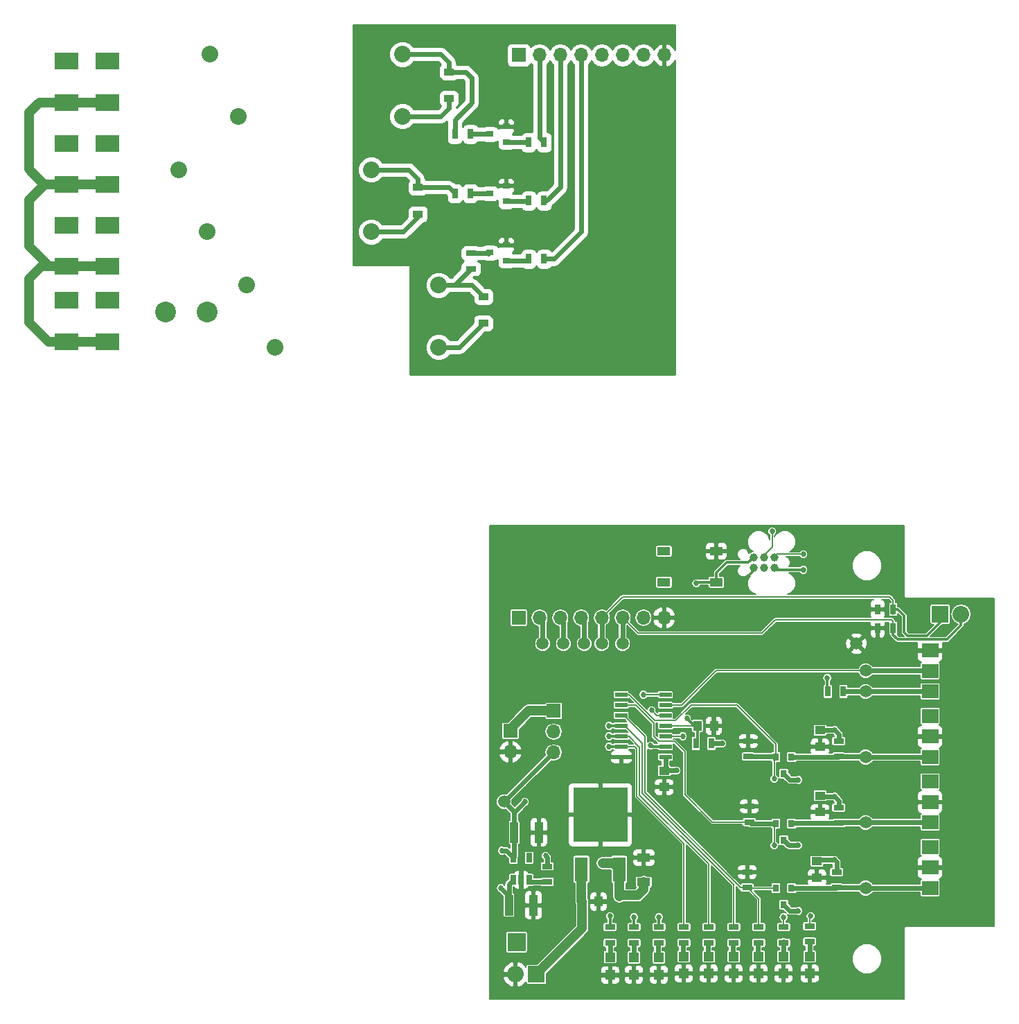
<source format=gbr>
G04 #@! TF.FileFunction,Copper,L1,Top,Signal*
%FSLAX46Y46*%
G04 Gerber Fmt 4.6, Leading zero omitted, Abs format (unit mm)*
G04 Created by KiCad (PCBNEW 4.0.2-4+6225~38~ubuntu14.04.1-stable) date Thu 30 Mar 2017 04:29:04 PM CEST*
%MOMM*%
G01*
G04 APERTURE LIST*
%ADD10C,0.100000*%
%ADD11C,1.500000*%
%ADD12R,1.500000X0.600000*%
%ADD13R,1.300000X0.700000*%
%ADD14R,1.198880X1.198880*%
%ADD15R,1.250000X1.000000*%
%ADD16R,1.000000X1.250000*%
%ADD17R,1.000000X2.500000*%
%ADD18R,1.220000X0.910000*%
%ADD19R,2.032000X2.032000*%
%ADD20O,2.032000X2.032000*%
%ADD21R,0.800000X0.900000*%
%ADD22R,0.900000X0.800000*%
%ADD23R,0.700000X1.300000*%
%ADD24R,1.600000X1.000000*%
%ADD25R,0.740000X1.190000*%
%ADD26R,2.235200X2.235200*%
%ADD27R,2.000000X1.700000*%
%ADD28R,1.700000X1.700000*%
%ADD29O,1.700000X1.700000*%
%ADD30C,2.032000*%
%ADD31C,2.540000*%
%ADD32R,6.700000X6.700000*%
%ADD33R,1.600000X3.000000*%
%ADD34R,3.000000X2.000000*%
%ADD35C,0.990600*%
%ADD36R,1.200000X1.200000*%
%ADD37C,0.685800*%
%ADD38C,0.304800*%
%ADD39C,1.219200*%
%ADD40C,0.152400*%
%ADD41C,0.609600*%
%ADD42C,0.254000*%
G04 APERTURE END LIST*
D10*
D11*
X104521000Y-135382000D03*
D12*
X114460000Y-149225000D03*
X114460000Y-147955000D03*
X114460000Y-146685000D03*
X114460000Y-145415000D03*
X114460000Y-144145000D03*
X114460000Y-142875000D03*
X114460000Y-141605000D03*
X109060000Y-141605000D03*
X109060000Y-142875000D03*
X109060000Y-144145000D03*
X109060000Y-145415000D03*
X109060000Y-146685000D03*
X109060000Y-147955000D03*
X109060000Y-149225000D03*
D13*
X116713000Y-169992000D03*
X116713000Y-171892000D03*
D14*
X116713000Y-173575980D03*
X116713000Y-175674020D03*
D15*
X114300000Y-150892000D03*
X114300000Y-152892000D03*
D16*
X104283000Y-166878000D03*
X106283000Y-166878000D03*
D17*
X95337500Y-167322500D03*
X98337500Y-167322500D03*
X95972500Y-158432500D03*
X98972500Y-158432500D03*
D15*
X132969000Y-163941000D03*
X132969000Y-161941000D03*
X133350000Y-155940000D03*
X133350000Y-153940000D03*
X133350000Y-147939000D03*
X133350000Y-145939000D03*
D14*
X110617000Y-173702980D03*
X110617000Y-175801020D03*
X113665000Y-173702980D03*
X113665000Y-175801020D03*
X125857000Y-173575980D03*
X125857000Y-175674020D03*
X128905000Y-173575980D03*
X128905000Y-175674020D03*
X132080000Y-173575980D03*
X132080000Y-175674020D03*
D18*
X88011000Y-68818000D03*
X88011000Y-65548000D03*
X84201000Y-82915000D03*
X84201000Y-79645000D03*
X92202000Y-96250000D03*
X92202000Y-92980000D03*
D19*
X98679000Y-175768000D03*
D20*
X96139000Y-175768000D03*
D19*
X148031200Y-131775200D03*
D20*
X150571200Y-131775200D03*
D21*
X129855000Y-165243000D03*
X127955000Y-165243000D03*
X128905000Y-167243000D03*
X129855000Y-157369000D03*
X127955000Y-157369000D03*
X128905000Y-159369000D03*
X129855000Y-149241000D03*
X127955000Y-149241000D03*
X128905000Y-151241000D03*
D22*
X94980000Y-74102000D03*
X94980000Y-72202000D03*
X92980000Y-73152000D03*
X94980000Y-81341000D03*
X94980000Y-79441000D03*
X92980000Y-80391000D03*
X94980000Y-88580000D03*
X94980000Y-86680000D03*
X92980000Y-87630000D03*
D23*
X118176000Y-147574000D03*
X120076000Y-147574000D03*
X136205000Y-141224000D03*
X134305000Y-141224000D03*
X140401000Y-131191000D03*
X142301000Y-131191000D03*
X140401000Y-133477000D03*
X142301000Y-133477000D03*
D13*
X100012500Y-164462500D03*
X100012500Y-162562500D03*
X110617000Y-169992000D03*
X110617000Y-171892000D03*
X113665000Y-169992000D03*
X113665000Y-171892000D03*
X124460000Y-163261000D03*
X124460000Y-165161000D03*
X124714000Y-155260000D03*
X124714000Y-157160000D03*
X124587000Y-147259000D03*
X124587000Y-149159000D03*
X125857000Y-171892000D03*
X125857000Y-169992000D03*
X128905000Y-171892000D03*
X128905000Y-169992000D03*
X132080000Y-171765000D03*
X132080000Y-169865000D03*
X135382000Y-165161000D03*
X135382000Y-163261000D03*
X135636000Y-157287000D03*
X135636000Y-155387000D03*
X135636000Y-149159000D03*
X135636000Y-147259000D03*
D23*
X97729000Y-74168000D03*
X99629000Y-74168000D03*
X97729000Y-81280000D03*
X99629000Y-81280000D03*
X97729000Y-88392000D03*
X99629000Y-88392000D03*
X88712000Y-73152000D03*
X90612000Y-73152000D03*
X88712000Y-80391000D03*
X90612000Y-80391000D03*
D13*
X90678000Y-89596000D03*
X90678000Y-87696000D03*
D24*
X120675000Y-127884000D03*
X114275000Y-127884000D03*
X120675000Y-124084000D03*
X114275000Y-124084000D03*
D11*
X137795000Y-135382000D03*
X138938000Y-138684000D03*
X138938000Y-141224000D03*
X94742000Y-154686000D03*
X138938000Y-165227000D03*
X138938000Y-157226000D03*
X138938000Y-149225000D03*
D25*
X95887500Y-161527500D03*
X97787500Y-161527500D03*
X96837500Y-164227500D03*
X95887500Y-164227500D03*
X97787500Y-164227500D03*
D14*
X119761000Y-173575980D03*
X119761000Y-175674020D03*
X122809000Y-173575980D03*
X122809000Y-175674020D03*
D13*
X119761000Y-169992000D03*
X119761000Y-171892000D03*
X122809000Y-169992000D03*
X122809000Y-171892000D03*
D26*
X96266000Y-171831000D03*
D11*
X99441000Y-135382000D03*
X101981000Y-135382000D03*
D24*
X111810800Y-164491800D03*
X111810800Y-161491800D03*
D16*
X118380000Y-145415000D03*
X120380000Y-145415000D03*
D27*
X146812000Y-141224000D03*
X146812000Y-138724000D03*
X146812000Y-136224000D03*
X146812000Y-144224000D03*
X146812000Y-146724000D03*
X146812000Y-149224000D03*
X146812000Y-152224000D03*
X146812000Y-154724000D03*
X146812000Y-157224000D03*
X146812000Y-160224000D03*
X146812000Y-162724000D03*
X146812000Y-165224000D03*
D28*
X96520000Y-132207000D03*
D29*
X99060000Y-132207000D03*
X101600000Y-132207000D03*
X104140000Y-132207000D03*
X106680000Y-132207000D03*
X109220000Y-132207000D03*
X111760000Y-132207000D03*
X114300000Y-132207000D03*
D28*
X96520000Y-63500000D03*
D29*
X99060000Y-63500000D03*
X101600000Y-63500000D03*
X104140000Y-63500000D03*
X106680000Y-63500000D03*
X109220000Y-63500000D03*
X111760000Y-63500000D03*
X114300000Y-63500000D03*
D11*
X106680000Y-135382000D03*
X109220000Y-135382000D03*
D30*
X86730000Y-91577000D03*
X86730000Y-99177000D03*
X66730000Y-99177000D03*
X63230000Y-91577000D03*
X78475000Y-77480000D03*
X78475000Y-85080000D03*
X58475000Y-85080000D03*
X54975000Y-77480000D03*
X82285000Y-63383000D03*
X82285000Y-70983000D03*
X62285000Y-70983000D03*
X58785000Y-63383000D03*
D31*
X53340000Y-94869000D03*
X58420000Y-94879160D03*
D32*
X106502200Y-156286200D03*
D33*
X108802200Y-162936200D03*
X104202200Y-162936200D03*
D34*
X41275000Y-93472000D03*
X41275000Y-98472000D03*
X46275000Y-98472000D03*
X46275000Y-93472000D03*
X41275000Y-64262000D03*
X41275000Y-69262000D03*
X41275000Y-74262000D03*
X41275000Y-79262000D03*
X41275000Y-84262000D03*
X41275000Y-89262000D03*
X46275000Y-89262000D03*
X46275000Y-84262000D03*
X46275000Y-79262000D03*
X46275000Y-74262000D03*
X46275000Y-69262000D03*
X46275000Y-64262000D03*
D35*
X127762000Y-124841000D03*
X127762000Y-126111000D03*
X126492000Y-124841000D03*
X126492000Y-126111000D03*
X125222000Y-124841000D03*
X125222000Y-126111000D03*
D28*
X95504000Y-146050000D03*
D29*
X95504000Y-148590000D03*
D36*
X107696000Y-173652000D03*
X107696000Y-175852000D03*
D28*
X100812600Y-143586200D03*
D29*
X100812600Y-146126200D03*
X100812600Y-148666200D03*
D13*
X107696000Y-171892000D03*
X107696000Y-169992000D03*
D37*
X123825000Y-127889000D03*
X128905000Y-168783000D03*
X127762000Y-160020000D03*
X132207000Y-168656000D03*
X127762000Y-151892000D03*
X107569000Y-145415000D03*
X107569000Y-146685000D03*
X107569000Y-147955000D03*
X108839000Y-166243000D03*
X106807000Y-162179000D03*
X135128000Y-154051000D03*
X135128000Y-145923000D03*
X110617000Y-168783000D03*
X135128000Y-161798000D03*
X94361000Y-165227000D03*
X99822000Y-161290000D03*
X118237000Y-128016000D03*
X117094000Y-144526000D03*
X111760000Y-141605000D03*
X112776000Y-143510000D03*
X107696000Y-168656000D03*
X97282000Y-154686000D03*
X113665000Y-168783000D03*
X94488000Y-160655000D03*
X112649000Y-147828000D03*
X127508000Y-121666000D03*
X131318000Y-124460000D03*
X116586000Y-146685000D03*
X134239000Y-139573000D03*
X131318000Y-126365000D03*
X130683000Y-160020000D03*
X130683000Y-152019000D03*
X130683000Y-168021000D03*
X115824000Y-150876000D03*
X121412000Y-147574000D03*
D38*
X125222000Y-126111000D02*
X125222000Y-126492000D01*
X125222000Y-126492000D02*
X123825000Y-127889000D01*
D39*
X104283000Y-166878000D02*
X104283000Y-170164000D01*
X104283000Y-170164000D02*
X98679000Y-175768000D01*
X104202200Y-162936200D02*
X104202200Y-166797200D01*
X104202200Y-166797200D02*
X104283000Y-166878000D01*
D40*
X109060000Y-144145000D02*
X109397800Y-144145000D01*
X109397800Y-144145000D02*
X111963200Y-146710400D01*
X123606600Y-165161000D02*
X124460000Y-165161000D01*
X111963200Y-153517600D02*
X123606600Y-165161000D01*
X111963200Y-146710400D02*
X111963200Y-153517600D01*
X109060000Y-144145000D02*
X109510000Y-144145000D01*
X124460000Y-165161000D02*
X125857000Y-166558000D01*
X125857000Y-166558000D02*
X125857000Y-169992000D01*
X127955000Y-165243000D02*
X124542000Y-165243000D01*
X124542000Y-165243000D02*
X124460000Y-165161000D01*
X109060000Y-144145000D02*
X109728000Y-144145000D01*
X109060000Y-142875000D02*
X110820944Y-142875000D01*
X120203000Y-157160000D02*
X124714000Y-157160000D01*
X113665000Y-147320000D02*
X115570000Y-147320000D01*
X115570000Y-147320000D02*
X116840000Y-148590000D01*
X116840000Y-148590000D02*
X116840000Y-153797000D01*
X116840000Y-153797000D02*
X120203000Y-157160000D01*
X113030746Y-146685746D02*
X113665000Y-147320000D01*
X113030746Y-145084802D02*
X113030746Y-146685746D01*
X110820944Y-142875000D02*
X113030746Y-145084802D01*
X128905000Y-169992000D02*
X128905000Y-168783000D01*
X127762000Y-160020000D02*
X127762000Y-157562000D01*
X127762000Y-157562000D02*
X127955000Y-157369000D01*
D41*
X124714000Y-157160000D02*
X124923000Y-157369000D01*
X124923000Y-157369000D02*
X127955000Y-157369000D01*
D40*
X109060000Y-142875000D02*
X109220000Y-142875000D01*
X117602000Y-142875000D02*
X119761000Y-142875000D01*
X109982000Y-141605000D02*
X113157000Y-144780000D01*
X113157000Y-144780000D02*
X115697000Y-144780000D01*
X115697000Y-144780000D02*
X117602000Y-142875000D01*
X109060000Y-141605000D02*
X109982000Y-141605000D01*
X127955000Y-147640000D02*
X127955000Y-149241000D01*
X123190000Y-142875000D02*
X127955000Y-147640000D01*
X119761000Y-142875000D02*
X123190000Y-142875000D01*
X132207000Y-168656000D02*
X132080000Y-168783000D01*
X132080000Y-169865000D02*
X132080000Y-168783000D01*
X127762000Y-151892000D02*
X127762000Y-149434000D01*
X127762000Y-149434000D02*
X127955000Y-149241000D01*
D41*
X127955000Y-149241000D02*
X127873000Y-149159000D01*
X127873000Y-149159000D02*
X124587000Y-149159000D01*
X88011000Y-65548000D02*
X90059000Y-65548000D01*
X88712000Y-71435000D02*
X88712000Y-73152000D01*
X90805000Y-69342000D02*
X88712000Y-71435000D01*
X90805000Y-66294000D02*
X90805000Y-69342000D01*
X90059000Y-65548000D02*
X90805000Y-66294000D01*
X82412000Y-63383000D02*
X87005000Y-63383000D01*
X88011000Y-64389000D02*
X88011000Y-65548000D01*
X87005000Y-63383000D02*
X88011000Y-64389000D01*
X84201000Y-79645000D02*
X87966000Y-79645000D01*
X87966000Y-79645000D02*
X88712000Y-80391000D01*
X78475000Y-77480000D02*
X83068000Y-77480000D01*
X84201000Y-78613000D02*
X84201000Y-79645000D01*
X83068000Y-77480000D02*
X84201000Y-78613000D01*
X90678000Y-89596000D02*
X88697000Y-91577000D01*
X88697000Y-91577000D02*
X86730000Y-91577000D01*
X86730000Y-91577000D02*
X90799000Y-91577000D01*
X90799000Y-91577000D02*
X92202000Y-92980000D01*
X99060000Y-73599000D02*
X99629000Y-74168000D01*
X99060000Y-63500000D02*
X99060000Y-73599000D01*
X101600000Y-79629000D02*
X99949000Y-81280000D01*
X99949000Y-81280000D02*
X99629000Y-81280000D01*
X101600000Y-63500000D02*
X101600000Y-79629000D01*
X100838000Y-88392000D02*
X99629000Y-88392000D01*
X104140000Y-85090000D02*
X100838000Y-88392000D01*
X104140000Y-63500000D02*
X104140000Y-85090000D01*
X136205000Y-141224000D02*
X138938000Y-141224000D01*
X138938000Y-141224000D02*
X146812000Y-141224000D01*
D40*
X138938000Y-138684000D02*
X120650000Y-138684000D01*
X116459000Y-142875000D02*
X114460000Y-142875000D01*
X120650000Y-138684000D02*
X116459000Y-142875000D01*
D41*
X138938000Y-138684000D02*
X146772000Y-138684000D01*
X146772000Y-138684000D02*
X146812000Y-138724000D01*
D39*
X54975000Y-77480000D02*
X54975000Y-77740000D01*
D41*
X135382000Y-165161000D02*
X135300000Y-165243000D01*
X135300000Y-165243000D02*
X129855000Y-165243000D01*
X138938000Y-165227000D02*
X138872000Y-165161000D01*
X138872000Y-165161000D02*
X135382000Y-165161000D01*
X146939000Y-165161000D02*
X146873000Y-165227000D01*
X146873000Y-165227000D02*
X138938000Y-165227000D01*
X138938000Y-157226000D02*
X138940000Y-157224000D01*
X138940000Y-157224000D02*
X146812000Y-157224000D01*
X135636000Y-157287000D02*
X135697000Y-157226000D01*
X135697000Y-157226000D02*
X138938000Y-157226000D01*
X129855000Y-157369000D02*
X129937000Y-157287000D01*
X129937000Y-157287000D02*
X135636000Y-157287000D01*
X135636000Y-149159000D02*
X135554000Y-149241000D01*
X135554000Y-149241000D02*
X129855000Y-149241000D01*
X138938000Y-149225000D02*
X138872000Y-149159000D01*
X138872000Y-149159000D02*
X135636000Y-149159000D01*
X146812000Y-149224000D02*
X146811000Y-149225000D01*
X146811000Y-149225000D02*
X138938000Y-149225000D01*
X90612000Y-73152000D02*
X92980000Y-73152000D01*
X90612000Y-80391000D02*
X92980000Y-80391000D01*
X92980000Y-87630000D02*
X92914000Y-87696000D01*
X92914000Y-87696000D02*
X90678000Y-87696000D01*
X92853000Y-87757000D02*
X92980000Y-87630000D01*
X97787500Y-164227500D02*
X98022500Y-164462500D01*
X98022500Y-164462500D02*
X100012500Y-164462500D01*
D40*
X109060000Y-145415000D02*
X109510000Y-145415000D01*
X122809000Y-169489600D02*
X122809000Y-169992000D01*
X122809000Y-164846000D02*
X122809000Y-169489600D01*
X111607622Y-153644622D02*
X122809000Y-164846000D01*
X111607622Y-147512622D02*
X111607622Y-153644622D01*
X109510000Y-145415000D02*
X111607622Y-147512622D01*
D38*
X107569000Y-145415000D02*
X109060000Y-145415000D01*
D41*
X104521000Y-132207000D02*
X104521000Y-135382000D01*
X104521000Y-132207000D02*
X104521000Y-132715000D01*
D40*
X119761000Y-162306000D02*
X119761000Y-169489600D01*
X109060000Y-146685000D02*
X109962400Y-146685000D01*
X111302811Y-148025411D02*
X111302811Y-153847811D01*
X111302811Y-153847811D02*
X119761000Y-162306000D01*
X119761000Y-169489600D02*
X119761000Y-169992000D01*
X109962400Y-146685000D02*
X111302811Y-148025411D01*
D38*
X107569000Y-146685000D02*
X109060000Y-146685000D01*
D41*
X101981000Y-132207000D02*
X101981000Y-135382000D01*
X101981000Y-132207000D02*
X101981000Y-132715000D01*
D40*
X109060000Y-147955000D02*
X110718600Y-147955000D01*
X116713000Y-159791400D02*
X116713000Y-169992000D01*
X110947200Y-154025600D02*
X116713000Y-159791400D01*
X110947200Y-148183600D02*
X110947200Y-154025600D01*
X110718600Y-147955000D02*
X110947200Y-148183600D01*
D38*
X109060000Y-147955000D02*
X107569000Y-147955000D01*
D41*
X99441000Y-132207000D02*
X99441000Y-135382000D01*
X99441000Y-132207000D02*
X99441000Y-132715000D01*
D39*
X111810800Y-164491800D02*
X111810800Y-165430200D01*
X111125000Y-166116000D02*
X108839000Y-166116000D01*
X111810800Y-165430200D02*
X111125000Y-166116000D01*
X108802200Y-162936200D02*
X108045000Y-162179000D01*
X108045000Y-162179000D02*
X106807000Y-162179000D01*
X108802200Y-162936200D02*
X108839000Y-162973000D01*
X108839000Y-162973000D02*
X108839000Y-166116000D01*
X108839000Y-166116000D02*
X108839000Y-166243000D01*
D41*
X135128000Y-154051000D02*
X135636000Y-154559000D01*
X133461000Y-154051000D02*
X135128000Y-154051000D01*
X135636000Y-154559000D02*
X135636000Y-155387000D01*
X133350000Y-153940000D02*
X133461000Y-154051000D01*
X135128000Y-145923000D02*
X135636000Y-146431000D01*
X135112000Y-145939000D02*
X135128000Y-145923000D01*
X133350000Y-145939000D02*
X135112000Y-145939000D01*
X135636000Y-146431000D02*
X135636000Y-147259000D01*
D38*
X110617000Y-169992000D02*
X110617000Y-168783000D01*
D41*
X135128000Y-161798000D02*
X135382000Y-162052000D01*
X133112000Y-161798000D02*
X135128000Y-161798000D01*
X135382000Y-162052000D02*
X135382000Y-163261000D01*
X132969000Y-161941000D02*
X133112000Y-161798000D01*
X95337500Y-167322500D02*
X95337500Y-166203500D01*
X95337500Y-166203500D02*
X94361000Y-165227000D01*
X95337500Y-167322500D02*
X95337500Y-164777500D01*
X95337500Y-164777500D02*
X95887500Y-164227500D01*
X100012500Y-162562500D02*
X100012500Y-161480500D01*
X100012500Y-161480500D02*
X99822000Y-161290000D01*
X86730000Y-99177000D02*
X89275000Y-99177000D01*
X89275000Y-99177000D02*
X92202000Y-96250000D01*
X84201000Y-82915000D02*
X84201000Y-83312000D01*
X84201000Y-83312000D02*
X82433000Y-85080000D01*
X82433000Y-85080000D02*
X78475000Y-85080000D01*
X88011000Y-68818000D02*
X88011000Y-69977000D01*
X87005000Y-70983000D02*
X82412000Y-70983000D01*
X88011000Y-69977000D02*
X87005000Y-70983000D01*
X94980000Y-74102000D02*
X97663000Y-74102000D01*
X97663000Y-74102000D02*
X97729000Y-74168000D01*
X94980000Y-81341000D02*
X97668000Y-81341000D01*
X97668000Y-81341000D02*
X97729000Y-81280000D01*
X94980000Y-88580000D02*
X97541000Y-88580000D01*
X97541000Y-88580000D02*
X97729000Y-88392000D01*
X125730000Y-171892000D02*
X125730000Y-173575980D01*
X128905000Y-171765000D02*
X128905000Y-173575980D01*
X132080000Y-171765000D02*
X132080000Y-173575980D01*
X110617000Y-171892000D02*
X110617000Y-173702980D01*
X113538000Y-171892000D02*
X113538000Y-173575980D01*
D38*
X118237000Y-128016000D02*
X118369000Y-127884000D01*
X118369000Y-127884000D02*
X120675000Y-127884000D01*
X117983000Y-145415000D02*
X117094000Y-144526000D01*
X122682000Y-125476000D02*
X121920000Y-125476000D01*
X125222000Y-124841000D02*
X124587000Y-125476000D01*
X122682000Y-125476000D02*
X124587000Y-125476000D01*
X120675000Y-126721000D02*
X120675000Y-127884000D01*
X121920000Y-125476000D02*
X120675000Y-126721000D01*
X118380000Y-145415000D02*
X117983000Y-145415000D01*
X118380000Y-145415000D02*
X118380000Y-147370000D01*
X118380000Y-147370000D02*
X118176000Y-147574000D01*
D40*
X114460000Y-145415000D02*
X118380000Y-145415000D01*
D41*
X116586000Y-171892000D02*
X116586000Y-173575980D01*
X119634000Y-171892000D02*
X119634000Y-173575980D01*
X122682000Y-171892000D02*
X122682000Y-173575980D01*
D39*
X41275000Y-89262000D02*
X38246000Y-89262000D01*
X39036000Y-98472000D02*
X41275000Y-98472000D01*
X36703000Y-96139000D02*
X39036000Y-98472000D01*
X36703000Y-90805000D02*
X36703000Y-96139000D01*
X38246000Y-89262000D02*
X36703000Y-90805000D01*
X41275000Y-79262000D02*
X38594000Y-79262000D01*
X39097000Y-89262000D02*
X41275000Y-89262000D01*
X36703000Y-86868000D02*
X39097000Y-89262000D01*
X36703000Y-81153000D02*
X36703000Y-86868000D01*
X38594000Y-79262000D02*
X36703000Y-81153000D01*
X41275000Y-69262000D02*
X37926000Y-69262000D01*
X38495000Y-79262000D02*
X41275000Y-79262000D01*
X36703000Y-77470000D02*
X38495000Y-79262000D01*
X36703000Y-70485000D02*
X36703000Y-77470000D01*
X37926000Y-69262000D02*
X36703000Y-70485000D01*
X41275000Y-89262000D02*
X46275000Y-89262000D01*
X41275000Y-98472000D02*
X46275000Y-98472000D01*
X41275000Y-79262000D02*
X46275000Y-79262000D01*
X41275000Y-69262000D02*
X46275000Y-69262000D01*
D40*
X142301000Y-131191000D02*
X142301000Y-130109000D01*
X109220000Y-129667000D02*
X106680000Y-132207000D01*
X141859000Y-129667000D02*
X109220000Y-129667000D01*
X142301000Y-130109000D02*
X141859000Y-129667000D01*
X142301000Y-131191000D02*
X142301000Y-131765000D01*
X114460000Y-141605000D02*
X111760000Y-141605000D01*
D41*
X106680000Y-132207000D02*
X106680000Y-135382000D01*
D38*
X148031200Y-131775200D02*
X148031200Y-132765800D01*
X148031200Y-132765800D02*
X146380202Y-134416798D01*
X142875000Y-131191000D02*
X142301000Y-131191000D01*
X143637000Y-131953000D02*
X142875000Y-131191000D01*
X143637000Y-133985000D02*
X143637000Y-131953000D01*
X144068798Y-134416798D02*
X143637000Y-133985000D01*
X146380202Y-134416798D02*
X144068798Y-134416798D01*
D41*
X148031200Y-131775200D02*
X147472400Y-131216400D01*
D40*
X114460000Y-141605000D02*
X114173000Y-141605000D01*
X142301000Y-133477000D02*
X142301000Y-132649000D01*
X111125000Y-134112000D02*
X109220000Y-132207000D01*
X126238000Y-134112000D02*
X111125000Y-134112000D01*
X127889000Y-132461000D02*
X126238000Y-134112000D01*
X142113000Y-132461000D02*
X127889000Y-132461000D01*
X142301000Y-132649000D02*
X142113000Y-132461000D01*
X114460000Y-144145000D02*
X113411000Y-144145000D01*
X113411000Y-144145000D02*
X112776000Y-143510000D01*
D41*
X109220000Y-132207000D02*
X109220000Y-135382000D01*
D38*
X150571200Y-131775200D02*
X150571200Y-133146800D01*
X142301000Y-134300000D02*
X142301000Y-133477000D01*
X142875000Y-134874000D02*
X142301000Y-134300000D01*
X148844000Y-134874000D02*
X142875000Y-134874000D01*
X150571200Y-133146800D02*
X148844000Y-134874000D01*
D41*
X150571200Y-131775200D02*
X150622000Y-131826000D01*
D38*
X107696000Y-168656000D02*
X107696000Y-169992000D01*
D39*
X95504000Y-146050000D02*
X95504000Y-145796000D01*
X95504000Y-145796000D02*
X97713800Y-143586200D01*
X97713800Y-143586200D02*
X100812600Y-143586200D01*
D41*
X95972500Y-158432500D02*
X95972500Y-155995500D01*
X95972500Y-155995500D02*
X97282000Y-154686000D01*
X94742000Y-154686000D02*
X94792800Y-154686000D01*
X94792800Y-154686000D02*
X100812600Y-148666200D01*
X95972500Y-158432500D02*
X95972500Y-155916500D01*
X95972500Y-155916500D02*
X94742000Y-154686000D01*
D38*
X113665000Y-168783000D02*
X113665000Y-169992000D01*
D41*
X95887500Y-161527500D02*
X95015000Y-160655000D01*
X95015000Y-160655000D02*
X94488000Y-160655000D01*
X95887500Y-161527500D02*
X95972500Y-161442500D01*
X95972500Y-161442500D02*
X95972500Y-158432500D01*
D40*
X126492000Y-124841000D02*
X126492000Y-124587000D01*
X126492000Y-124587000D02*
X127508000Y-123571000D01*
D38*
X112776000Y-147955000D02*
X114460000Y-147955000D01*
X112649000Y-147828000D02*
X112776000Y-147955000D01*
D40*
X127508000Y-123571000D02*
X127508000Y-121666000D01*
X126492000Y-124841000D02*
X126492000Y-124714000D01*
D38*
X134239000Y-139573000D02*
X134239000Y-141158000D01*
X134239000Y-141158000D02*
X134305000Y-141224000D01*
D40*
X128143000Y-124460000D02*
X131318000Y-124460000D01*
X127762000Y-124841000D02*
X128143000Y-124460000D01*
X114460000Y-146685000D02*
X116586000Y-146685000D01*
X134239000Y-139573000D02*
X134305000Y-139639000D01*
X127889000Y-124714000D02*
X127381000Y-124714000D01*
D38*
X127762000Y-126111000D02*
X128016000Y-126365000D01*
X128016000Y-126365000D02*
X131318000Y-126365000D01*
D41*
X128905000Y-159369000D02*
X129556000Y-160020000D01*
X129556000Y-160020000D02*
X130683000Y-160020000D01*
X128905000Y-151241000D02*
X129683000Y-152019000D01*
X129683000Y-152019000D02*
X130683000Y-152019000D01*
X128905000Y-167243000D02*
X129683000Y-168021000D01*
X129683000Y-168021000D02*
X130683000Y-168021000D01*
X114300000Y-150892000D02*
X114316000Y-150876000D01*
X114316000Y-150876000D02*
X115824000Y-150876000D01*
X114460000Y-149225000D02*
X114460000Y-150732000D01*
X114460000Y-150732000D02*
X114300000Y-150892000D01*
X120076000Y-147574000D02*
X121412000Y-147574000D01*
X107696000Y-171892000D02*
X107696000Y-173652000D01*
D42*
G36*
X115622000Y-62888680D02*
X115495183Y-62618642D01*
X115066924Y-62228355D01*
X114656890Y-62058524D01*
X114427000Y-62179845D01*
X114427000Y-63373000D01*
X114447000Y-63373000D01*
X114447000Y-63627000D01*
X114427000Y-63627000D01*
X114427000Y-64820155D01*
X114656890Y-64941476D01*
X115066924Y-64771645D01*
X115495183Y-64381358D01*
X115622000Y-64111320D01*
X115622000Y-102489000D01*
X83235800Y-102489000D01*
X83235800Y-99503963D01*
X85078714Y-99503963D01*
X85329534Y-100110995D01*
X85793563Y-100575834D01*
X86400155Y-100827713D01*
X87056963Y-100828286D01*
X87663995Y-100577466D01*
X88125465Y-100116800D01*
X89275000Y-100116800D01*
X89634646Y-100045262D01*
X89939539Y-99841539D01*
X92428638Y-97352440D01*
X92812000Y-97352440D01*
X93047317Y-97308162D01*
X93263441Y-97169090D01*
X93408431Y-96956890D01*
X93459440Y-96705000D01*
X93459440Y-95795000D01*
X93415162Y-95559683D01*
X93276090Y-95343559D01*
X93063890Y-95198569D01*
X92812000Y-95147560D01*
X91592000Y-95147560D01*
X91356683Y-95191838D01*
X91140559Y-95330910D01*
X90995569Y-95543110D01*
X90944560Y-95795000D01*
X90944560Y-96178362D01*
X88885722Y-98237200D01*
X88124671Y-98237200D01*
X87666437Y-97778166D01*
X87059845Y-97526287D01*
X86403037Y-97525714D01*
X85796005Y-97776534D01*
X85331166Y-98240563D01*
X85079287Y-98847155D01*
X85078714Y-99503963D01*
X83235800Y-99503963D01*
X83235800Y-89204800D01*
X83225794Y-89155390D01*
X83197353Y-89113765D01*
X83154959Y-89086485D01*
X83108800Y-89077800D01*
X76327000Y-89077800D01*
X76327000Y-85406963D01*
X76823714Y-85406963D01*
X77074534Y-86013995D01*
X77538563Y-86478834D01*
X78145155Y-86730713D01*
X78801963Y-86731286D01*
X79408995Y-86480466D01*
X79736341Y-86153690D01*
X93895000Y-86153690D01*
X93895000Y-86394250D01*
X94053750Y-86553000D01*
X94853000Y-86553000D01*
X94853000Y-85803750D01*
X95107000Y-85803750D01*
X95107000Y-86553000D01*
X95906250Y-86553000D01*
X96065000Y-86394250D01*
X96065000Y-86153690D01*
X95968327Y-85920301D01*
X95789698Y-85741673D01*
X95556309Y-85645000D01*
X95265750Y-85645000D01*
X95107000Y-85803750D01*
X94853000Y-85803750D01*
X94694250Y-85645000D01*
X94403691Y-85645000D01*
X94170302Y-85741673D01*
X93991673Y-85920301D01*
X93895000Y-86153690D01*
X79736341Y-86153690D01*
X79870465Y-86019800D01*
X82433000Y-86019800D01*
X82792646Y-85948262D01*
X83097539Y-85744539D01*
X84827799Y-84014279D01*
X85046317Y-83973162D01*
X85262441Y-83834090D01*
X85407431Y-83621890D01*
X85458440Y-83370000D01*
X85458440Y-82460000D01*
X85414162Y-82224683D01*
X85275090Y-82008559D01*
X85062890Y-81863569D01*
X84811000Y-81812560D01*
X83591000Y-81812560D01*
X83355683Y-81856838D01*
X83139559Y-81995910D01*
X82994569Y-82208110D01*
X82943560Y-82460000D01*
X82943560Y-83240362D01*
X82043722Y-84140200D01*
X79869671Y-84140200D01*
X79411437Y-83681166D01*
X78804845Y-83429287D01*
X78148037Y-83428714D01*
X77541005Y-83679534D01*
X77076166Y-84143563D01*
X76824287Y-84750155D01*
X76823714Y-85406963D01*
X76327000Y-85406963D01*
X76327000Y-77806963D01*
X76823714Y-77806963D01*
X77074534Y-78413995D01*
X77538563Y-78878834D01*
X78145155Y-79130713D01*
X78801963Y-79131286D01*
X79408995Y-78880466D01*
X79870465Y-78419800D01*
X82678722Y-78419800D01*
X83076752Y-78817830D01*
X82994569Y-78938110D01*
X82943560Y-79190000D01*
X82943560Y-80100000D01*
X82987838Y-80335317D01*
X83126910Y-80551441D01*
X83339110Y-80696431D01*
X83591000Y-80747440D01*
X84811000Y-80747440D01*
X85046317Y-80703162D01*
X85230257Y-80584800D01*
X87576722Y-80584800D01*
X87714560Y-80722638D01*
X87714560Y-81041000D01*
X87758838Y-81276317D01*
X87897910Y-81492441D01*
X88110110Y-81637431D01*
X88362000Y-81688440D01*
X89062000Y-81688440D01*
X89297317Y-81644162D01*
X89513441Y-81505090D01*
X89658431Y-81292890D01*
X89661081Y-81279803D01*
X89797910Y-81492441D01*
X90010110Y-81637431D01*
X90262000Y-81688440D01*
X90962000Y-81688440D01*
X91197317Y-81644162D01*
X91413441Y-81505090D01*
X91532528Y-81330800D01*
X92195228Y-81330800D01*
X92278110Y-81387431D01*
X92530000Y-81438440D01*
X93430000Y-81438440D01*
X93665317Y-81394162D01*
X93881441Y-81255090D01*
X93882560Y-81253452D01*
X93882560Y-81741000D01*
X93926838Y-81976317D01*
X94065910Y-82192441D01*
X94278110Y-82337431D01*
X94530000Y-82388440D01*
X95430000Y-82388440D01*
X95665317Y-82344162D01*
X95763784Y-82280800D01*
X96850149Y-82280800D01*
X96914910Y-82381441D01*
X97127110Y-82526431D01*
X97379000Y-82577440D01*
X98079000Y-82577440D01*
X98314317Y-82533162D01*
X98530441Y-82394090D01*
X98675431Y-82181890D01*
X98678081Y-82168803D01*
X98814910Y-82381441D01*
X99027110Y-82526431D01*
X99279000Y-82577440D01*
X99979000Y-82577440D01*
X100214317Y-82533162D01*
X100430441Y-82394090D01*
X100575431Y-82181890D01*
X100626024Y-81932054D01*
X102264539Y-80293539D01*
X102468262Y-79988646D01*
X102539800Y-79629000D01*
X102539800Y-64652816D01*
X102650054Y-64579147D01*
X102870000Y-64249974D01*
X103089946Y-64579147D01*
X103200200Y-64652816D01*
X103200200Y-84700722D01*
X100508583Y-87392339D01*
X100443090Y-87290559D01*
X100230890Y-87145569D01*
X99979000Y-87094560D01*
X99279000Y-87094560D01*
X99043683Y-87138838D01*
X98827559Y-87277910D01*
X98682569Y-87490110D01*
X98679919Y-87503197D01*
X98543090Y-87290559D01*
X98330890Y-87145569D01*
X98079000Y-87094560D01*
X97379000Y-87094560D01*
X97143683Y-87138838D01*
X96927559Y-87277910D01*
X96782569Y-87490110D01*
X96752175Y-87640200D01*
X95764772Y-87640200D01*
X95754250Y-87633010D01*
X95789698Y-87618327D01*
X95968327Y-87439699D01*
X96065000Y-87206310D01*
X96065000Y-86965750D01*
X95906250Y-86807000D01*
X95107000Y-86807000D01*
X95107000Y-86827000D01*
X94853000Y-86827000D01*
X94853000Y-86807000D01*
X94053750Y-86807000D01*
X93967738Y-86893012D01*
X93894090Y-86778559D01*
X93681890Y-86633569D01*
X93430000Y-86582560D01*
X92530000Y-86582560D01*
X92294683Y-86626838D01*
X92093649Y-86756200D01*
X91589595Y-86756200D01*
X91579890Y-86749569D01*
X91328000Y-86698560D01*
X90028000Y-86698560D01*
X89792683Y-86742838D01*
X89576559Y-86881910D01*
X89431569Y-87094110D01*
X89380560Y-87346000D01*
X89380560Y-88046000D01*
X89424838Y-88281317D01*
X89563910Y-88497441D01*
X89776110Y-88642431D01*
X89789197Y-88645081D01*
X89576559Y-88781910D01*
X89431569Y-88994110D01*
X89380560Y-89246000D01*
X89380560Y-89564362D01*
X88307722Y-90637200D01*
X88124671Y-90637200D01*
X87666437Y-90178166D01*
X87059845Y-89926287D01*
X86403037Y-89925714D01*
X85796005Y-90176534D01*
X85331166Y-90640563D01*
X85079287Y-91247155D01*
X85078714Y-91903963D01*
X85329534Y-92510995D01*
X85793563Y-92975834D01*
X86400155Y-93227713D01*
X87056963Y-93228286D01*
X87663995Y-92977466D01*
X88125465Y-92516800D01*
X90409722Y-92516800D01*
X90944560Y-93051638D01*
X90944560Y-93435000D01*
X90988838Y-93670317D01*
X91127910Y-93886441D01*
X91340110Y-94031431D01*
X91592000Y-94082440D01*
X92812000Y-94082440D01*
X93047317Y-94038162D01*
X93263441Y-93899090D01*
X93408431Y-93686890D01*
X93459440Y-93435000D01*
X93459440Y-92525000D01*
X93415162Y-92289683D01*
X93276090Y-92073559D01*
X93063890Y-91928569D01*
X92812000Y-91877560D01*
X92428638Y-91877560D01*
X91463539Y-90912461D01*
X91158646Y-90708738D01*
X90938191Y-90664887D01*
X91009638Y-90593440D01*
X91328000Y-90593440D01*
X91563317Y-90549162D01*
X91779441Y-90410090D01*
X91924431Y-90197890D01*
X91975440Y-89946000D01*
X91975440Y-89246000D01*
X91931162Y-89010683D01*
X91792090Y-88794559D01*
X91579890Y-88649569D01*
X91566803Y-88646919D01*
X91584082Y-88635800D01*
X92324376Y-88635800D01*
X92530000Y-88677440D01*
X92755671Y-88677440D01*
X92853000Y-88696800D01*
X92950329Y-88677440D01*
X93430000Y-88677440D01*
X93665317Y-88633162D01*
X93881441Y-88494090D01*
X93882560Y-88492452D01*
X93882560Y-88980000D01*
X93926838Y-89215317D01*
X94065910Y-89431441D01*
X94278110Y-89576431D01*
X94530000Y-89627440D01*
X95430000Y-89627440D01*
X95665317Y-89583162D01*
X95763784Y-89519800D01*
X96953488Y-89519800D01*
X97127110Y-89638431D01*
X97379000Y-89689440D01*
X98079000Y-89689440D01*
X98314317Y-89645162D01*
X98530441Y-89506090D01*
X98675431Y-89293890D01*
X98678081Y-89280803D01*
X98814910Y-89493441D01*
X99027110Y-89638431D01*
X99279000Y-89689440D01*
X99979000Y-89689440D01*
X100214317Y-89645162D01*
X100430441Y-89506090D01*
X100549528Y-89331800D01*
X100838000Y-89331800D01*
X101197646Y-89260262D01*
X101502539Y-89056539D01*
X104804539Y-85754539D01*
X105008262Y-85449646D01*
X105079800Y-85090000D01*
X105079800Y-64652816D01*
X105190054Y-64579147D01*
X105410000Y-64249974D01*
X105629946Y-64579147D01*
X106111715Y-64901054D01*
X106680000Y-65014093D01*
X107248285Y-64901054D01*
X107730054Y-64579147D01*
X107950000Y-64249974D01*
X108169946Y-64579147D01*
X108651715Y-64901054D01*
X109220000Y-65014093D01*
X109788285Y-64901054D01*
X110270054Y-64579147D01*
X110490000Y-64249974D01*
X110709946Y-64579147D01*
X111191715Y-64901054D01*
X111760000Y-65014093D01*
X112328285Y-64901054D01*
X112810054Y-64579147D01*
X113037702Y-64238447D01*
X113104817Y-64381358D01*
X113533076Y-64771645D01*
X113943110Y-64941476D01*
X114173000Y-64820155D01*
X114173000Y-63627000D01*
X114153000Y-63627000D01*
X114153000Y-63373000D01*
X114173000Y-63373000D01*
X114173000Y-62179845D01*
X113943110Y-62058524D01*
X113533076Y-62228355D01*
X113104817Y-62618642D01*
X113037702Y-62761553D01*
X112810054Y-62420853D01*
X112328285Y-62098946D01*
X111760000Y-61985907D01*
X111191715Y-62098946D01*
X110709946Y-62420853D01*
X110490000Y-62750026D01*
X110270054Y-62420853D01*
X109788285Y-62098946D01*
X109220000Y-61985907D01*
X108651715Y-62098946D01*
X108169946Y-62420853D01*
X107950000Y-62750026D01*
X107730054Y-62420853D01*
X107248285Y-62098946D01*
X106680000Y-61985907D01*
X106111715Y-62098946D01*
X105629946Y-62420853D01*
X105410000Y-62750026D01*
X105190054Y-62420853D01*
X104708285Y-62098946D01*
X104140000Y-61985907D01*
X103571715Y-62098946D01*
X103089946Y-62420853D01*
X102870000Y-62750026D01*
X102650054Y-62420853D01*
X102168285Y-62098946D01*
X101600000Y-61985907D01*
X101031715Y-62098946D01*
X100549946Y-62420853D01*
X100330000Y-62750026D01*
X100110054Y-62420853D01*
X99628285Y-62098946D01*
X99060000Y-61985907D01*
X98491715Y-62098946D01*
X98009946Y-62420853D01*
X97982150Y-62462452D01*
X97973162Y-62414683D01*
X97834090Y-62198559D01*
X97621890Y-62053569D01*
X97370000Y-62002560D01*
X95670000Y-62002560D01*
X95434683Y-62046838D01*
X95218559Y-62185910D01*
X95073569Y-62398110D01*
X95022560Y-62650000D01*
X95022560Y-64350000D01*
X95066838Y-64585317D01*
X95205910Y-64801441D01*
X95418110Y-64946431D01*
X95670000Y-64997440D01*
X97370000Y-64997440D01*
X97605317Y-64953162D01*
X97821441Y-64814090D01*
X97966431Y-64601890D01*
X97980086Y-64534459D01*
X98009946Y-64579147D01*
X98120200Y-64652816D01*
X98120200Y-72878903D01*
X98079000Y-72870560D01*
X97379000Y-72870560D01*
X97143683Y-72914838D01*
X96927559Y-73053910D01*
X96853568Y-73162200D01*
X95764772Y-73162200D01*
X95754250Y-73155010D01*
X95789698Y-73140327D01*
X95968327Y-72961699D01*
X96065000Y-72728310D01*
X96065000Y-72487750D01*
X95906250Y-72329000D01*
X95107000Y-72329000D01*
X95107000Y-72349000D01*
X94853000Y-72349000D01*
X94853000Y-72329000D01*
X94053750Y-72329000D01*
X93967738Y-72415012D01*
X93894090Y-72300559D01*
X93681890Y-72155569D01*
X93430000Y-72104560D01*
X92530000Y-72104560D01*
X92294683Y-72148838D01*
X92196216Y-72212200D01*
X91530103Y-72212200D01*
X91426090Y-72050559D01*
X91213890Y-71905569D01*
X90962000Y-71854560D01*
X90262000Y-71854560D01*
X90026683Y-71898838D01*
X89810559Y-72037910D01*
X89665569Y-72250110D01*
X89662919Y-72263197D01*
X89651800Y-72245918D01*
X89651800Y-71824278D01*
X89800388Y-71675690D01*
X93895000Y-71675690D01*
X93895000Y-71916250D01*
X94053750Y-72075000D01*
X94853000Y-72075000D01*
X94853000Y-71325750D01*
X95107000Y-71325750D01*
X95107000Y-72075000D01*
X95906250Y-72075000D01*
X96065000Y-71916250D01*
X96065000Y-71675690D01*
X95968327Y-71442301D01*
X95789698Y-71263673D01*
X95556309Y-71167000D01*
X95265750Y-71167000D01*
X95107000Y-71325750D01*
X94853000Y-71325750D01*
X94694250Y-71167000D01*
X94403691Y-71167000D01*
X94170302Y-71263673D01*
X93991673Y-71442301D01*
X93895000Y-71675690D01*
X89800388Y-71675690D01*
X91469539Y-70006539D01*
X91673262Y-69701646D01*
X91744800Y-69342000D01*
X91744800Y-66294000D01*
X91673262Y-65934354D01*
X91469539Y-65629461D01*
X90723539Y-64883461D01*
X90418646Y-64679738D01*
X90059000Y-64608200D01*
X89036267Y-64608200D01*
X88950800Y-64549803D01*
X88950800Y-64389000D01*
X88879262Y-64029354D01*
X88675539Y-63724461D01*
X87669539Y-62718461D01*
X87364646Y-62514738D01*
X87005000Y-62443200D01*
X83679671Y-62443200D01*
X83221437Y-61984166D01*
X82614845Y-61732287D01*
X81958037Y-61731714D01*
X81351005Y-61982534D01*
X80886166Y-62446563D01*
X80634287Y-63053155D01*
X80633714Y-63709963D01*
X80884534Y-64316995D01*
X81348563Y-64781834D01*
X81955155Y-65033713D01*
X82611963Y-65034286D01*
X83218995Y-64783466D01*
X83680465Y-64322800D01*
X86615722Y-64322800D01*
X86938304Y-64645382D01*
X86804569Y-64841110D01*
X86753560Y-65093000D01*
X86753560Y-66003000D01*
X86797838Y-66238317D01*
X86936910Y-66454441D01*
X87149110Y-66599431D01*
X87401000Y-66650440D01*
X88621000Y-66650440D01*
X88856317Y-66606162D01*
X89040257Y-66487800D01*
X89669722Y-66487800D01*
X89865200Y-66683278D01*
X89865200Y-68952722D01*
X88950800Y-69867122D01*
X88950800Y-69815364D01*
X89072441Y-69737090D01*
X89217431Y-69524890D01*
X89268440Y-69273000D01*
X89268440Y-68363000D01*
X89224162Y-68127683D01*
X89085090Y-67911559D01*
X88872890Y-67766569D01*
X88621000Y-67715560D01*
X87401000Y-67715560D01*
X87165683Y-67759838D01*
X86949559Y-67898910D01*
X86804569Y-68111110D01*
X86753560Y-68363000D01*
X86753560Y-69273000D01*
X86797838Y-69508317D01*
X86935959Y-69722963D01*
X86615722Y-70043200D01*
X83679671Y-70043200D01*
X83221437Y-69584166D01*
X82614845Y-69332287D01*
X81958037Y-69331714D01*
X81351005Y-69582534D01*
X80886166Y-70046563D01*
X80634287Y-70653155D01*
X80633714Y-71309963D01*
X80884534Y-71916995D01*
X81348563Y-72381834D01*
X81955155Y-72633713D01*
X82611963Y-72634286D01*
X83218995Y-72383466D01*
X83680465Y-71922800D01*
X87005000Y-71922800D01*
X87364646Y-71851262D01*
X87669539Y-71647539D01*
X87772200Y-71544878D01*
X87772200Y-72240405D01*
X87765569Y-72250110D01*
X87714560Y-72502000D01*
X87714560Y-73802000D01*
X87758838Y-74037317D01*
X87897910Y-74253441D01*
X88110110Y-74398431D01*
X88362000Y-74449440D01*
X89062000Y-74449440D01*
X89297317Y-74405162D01*
X89513441Y-74266090D01*
X89658431Y-74053890D01*
X89661081Y-74040803D01*
X89797910Y-74253441D01*
X90010110Y-74398431D01*
X90262000Y-74449440D01*
X90962000Y-74449440D01*
X91197317Y-74405162D01*
X91413441Y-74266090D01*
X91532528Y-74091800D01*
X92195228Y-74091800D01*
X92278110Y-74148431D01*
X92530000Y-74199440D01*
X93430000Y-74199440D01*
X93665317Y-74155162D01*
X93881441Y-74016090D01*
X93882560Y-74014452D01*
X93882560Y-74502000D01*
X93926838Y-74737317D01*
X94065910Y-74953441D01*
X94278110Y-75098431D01*
X94530000Y-75149440D01*
X95430000Y-75149440D01*
X95665317Y-75105162D01*
X95763784Y-75041800D01*
X96773671Y-75041800D01*
X96775838Y-75053317D01*
X96914910Y-75269441D01*
X97127110Y-75414431D01*
X97379000Y-75465440D01*
X98079000Y-75465440D01*
X98314317Y-75421162D01*
X98530441Y-75282090D01*
X98675431Y-75069890D01*
X98678081Y-75056803D01*
X98814910Y-75269441D01*
X99027110Y-75414431D01*
X99279000Y-75465440D01*
X99979000Y-75465440D01*
X100214317Y-75421162D01*
X100430441Y-75282090D01*
X100575431Y-75069890D01*
X100626440Y-74818000D01*
X100626440Y-73518000D01*
X100582162Y-73282683D01*
X100443090Y-73066559D01*
X100230890Y-72921569D01*
X99999800Y-72874772D01*
X99999800Y-64652816D01*
X100110054Y-64579147D01*
X100330000Y-64249974D01*
X100549946Y-64579147D01*
X100660200Y-64652816D01*
X100660200Y-79239722D01*
X99917362Y-79982560D01*
X99279000Y-79982560D01*
X99043683Y-80026838D01*
X98827559Y-80165910D01*
X98682569Y-80378110D01*
X98679919Y-80391197D01*
X98543090Y-80178559D01*
X98330890Y-80033569D01*
X98079000Y-79982560D01*
X97379000Y-79982560D01*
X97143683Y-80026838D01*
X96927559Y-80165910D01*
X96782569Y-80378110D01*
X96777893Y-80401200D01*
X95764772Y-80401200D01*
X95754250Y-80394010D01*
X95789698Y-80379327D01*
X95968327Y-80200699D01*
X96065000Y-79967310D01*
X96065000Y-79726750D01*
X95906250Y-79568000D01*
X95107000Y-79568000D01*
X95107000Y-79588000D01*
X94853000Y-79588000D01*
X94853000Y-79568000D01*
X94053750Y-79568000D01*
X93967738Y-79654012D01*
X93894090Y-79539559D01*
X93681890Y-79394569D01*
X93430000Y-79343560D01*
X92530000Y-79343560D01*
X92294683Y-79387838D01*
X92196216Y-79451200D01*
X91530103Y-79451200D01*
X91426090Y-79289559D01*
X91213890Y-79144569D01*
X90962000Y-79093560D01*
X90262000Y-79093560D01*
X90026683Y-79137838D01*
X89810559Y-79276910D01*
X89665569Y-79489110D01*
X89662919Y-79502197D01*
X89526090Y-79289559D01*
X89313890Y-79144569D01*
X89062000Y-79093560D01*
X88743638Y-79093560D01*
X88630539Y-78980461D01*
X88532106Y-78914690D01*
X93895000Y-78914690D01*
X93895000Y-79155250D01*
X94053750Y-79314000D01*
X94853000Y-79314000D01*
X94853000Y-78564750D01*
X95107000Y-78564750D01*
X95107000Y-79314000D01*
X95906250Y-79314000D01*
X96065000Y-79155250D01*
X96065000Y-78914690D01*
X95968327Y-78681301D01*
X95789698Y-78502673D01*
X95556309Y-78406000D01*
X95265750Y-78406000D01*
X95107000Y-78564750D01*
X94853000Y-78564750D01*
X94694250Y-78406000D01*
X94403691Y-78406000D01*
X94170302Y-78502673D01*
X93991673Y-78681301D01*
X93895000Y-78914690D01*
X88532106Y-78914690D01*
X88325646Y-78776738D01*
X87966000Y-78705200D01*
X85226267Y-78705200D01*
X85140800Y-78646803D01*
X85140800Y-78613000D01*
X85069262Y-78253354D01*
X84865539Y-77948461D01*
X83732539Y-76815461D01*
X83427646Y-76611738D01*
X83068000Y-76540200D01*
X79869671Y-76540200D01*
X79411437Y-76081166D01*
X78804845Y-75829287D01*
X78148037Y-75828714D01*
X77541005Y-76079534D01*
X77076166Y-76543563D01*
X76824287Y-77150155D01*
X76823714Y-77806963D01*
X76327000Y-77806963D01*
X76327000Y-59817000D01*
X115622000Y-59817000D01*
X115622000Y-62888680D01*
X115622000Y-62888680D01*
G37*
X115622000Y-62888680D02*
X115495183Y-62618642D01*
X115066924Y-62228355D01*
X114656890Y-62058524D01*
X114427000Y-62179845D01*
X114427000Y-63373000D01*
X114447000Y-63373000D01*
X114447000Y-63627000D01*
X114427000Y-63627000D01*
X114427000Y-64820155D01*
X114656890Y-64941476D01*
X115066924Y-64771645D01*
X115495183Y-64381358D01*
X115622000Y-64111320D01*
X115622000Y-102489000D01*
X83235800Y-102489000D01*
X83235800Y-99503963D01*
X85078714Y-99503963D01*
X85329534Y-100110995D01*
X85793563Y-100575834D01*
X86400155Y-100827713D01*
X87056963Y-100828286D01*
X87663995Y-100577466D01*
X88125465Y-100116800D01*
X89275000Y-100116800D01*
X89634646Y-100045262D01*
X89939539Y-99841539D01*
X92428638Y-97352440D01*
X92812000Y-97352440D01*
X93047317Y-97308162D01*
X93263441Y-97169090D01*
X93408431Y-96956890D01*
X93459440Y-96705000D01*
X93459440Y-95795000D01*
X93415162Y-95559683D01*
X93276090Y-95343559D01*
X93063890Y-95198569D01*
X92812000Y-95147560D01*
X91592000Y-95147560D01*
X91356683Y-95191838D01*
X91140559Y-95330910D01*
X90995569Y-95543110D01*
X90944560Y-95795000D01*
X90944560Y-96178362D01*
X88885722Y-98237200D01*
X88124671Y-98237200D01*
X87666437Y-97778166D01*
X87059845Y-97526287D01*
X86403037Y-97525714D01*
X85796005Y-97776534D01*
X85331166Y-98240563D01*
X85079287Y-98847155D01*
X85078714Y-99503963D01*
X83235800Y-99503963D01*
X83235800Y-89204800D01*
X83225794Y-89155390D01*
X83197353Y-89113765D01*
X83154959Y-89086485D01*
X83108800Y-89077800D01*
X76327000Y-89077800D01*
X76327000Y-85406963D01*
X76823714Y-85406963D01*
X77074534Y-86013995D01*
X77538563Y-86478834D01*
X78145155Y-86730713D01*
X78801963Y-86731286D01*
X79408995Y-86480466D01*
X79736341Y-86153690D01*
X93895000Y-86153690D01*
X93895000Y-86394250D01*
X94053750Y-86553000D01*
X94853000Y-86553000D01*
X94853000Y-85803750D01*
X95107000Y-85803750D01*
X95107000Y-86553000D01*
X95906250Y-86553000D01*
X96065000Y-86394250D01*
X96065000Y-86153690D01*
X95968327Y-85920301D01*
X95789698Y-85741673D01*
X95556309Y-85645000D01*
X95265750Y-85645000D01*
X95107000Y-85803750D01*
X94853000Y-85803750D01*
X94694250Y-85645000D01*
X94403691Y-85645000D01*
X94170302Y-85741673D01*
X93991673Y-85920301D01*
X93895000Y-86153690D01*
X79736341Y-86153690D01*
X79870465Y-86019800D01*
X82433000Y-86019800D01*
X82792646Y-85948262D01*
X83097539Y-85744539D01*
X84827799Y-84014279D01*
X85046317Y-83973162D01*
X85262441Y-83834090D01*
X85407431Y-83621890D01*
X85458440Y-83370000D01*
X85458440Y-82460000D01*
X85414162Y-82224683D01*
X85275090Y-82008559D01*
X85062890Y-81863569D01*
X84811000Y-81812560D01*
X83591000Y-81812560D01*
X83355683Y-81856838D01*
X83139559Y-81995910D01*
X82994569Y-82208110D01*
X82943560Y-82460000D01*
X82943560Y-83240362D01*
X82043722Y-84140200D01*
X79869671Y-84140200D01*
X79411437Y-83681166D01*
X78804845Y-83429287D01*
X78148037Y-83428714D01*
X77541005Y-83679534D01*
X77076166Y-84143563D01*
X76824287Y-84750155D01*
X76823714Y-85406963D01*
X76327000Y-85406963D01*
X76327000Y-77806963D01*
X76823714Y-77806963D01*
X77074534Y-78413995D01*
X77538563Y-78878834D01*
X78145155Y-79130713D01*
X78801963Y-79131286D01*
X79408995Y-78880466D01*
X79870465Y-78419800D01*
X82678722Y-78419800D01*
X83076752Y-78817830D01*
X82994569Y-78938110D01*
X82943560Y-79190000D01*
X82943560Y-80100000D01*
X82987838Y-80335317D01*
X83126910Y-80551441D01*
X83339110Y-80696431D01*
X83591000Y-80747440D01*
X84811000Y-80747440D01*
X85046317Y-80703162D01*
X85230257Y-80584800D01*
X87576722Y-80584800D01*
X87714560Y-80722638D01*
X87714560Y-81041000D01*
X87758838Y-81276317D01*
X87897910Y-81492441D01*
X88110110Y-81637431D01*
X88362000Y-81688440D01*
X89062000Y-81688440D01*
X89297317Y-81644162D01*
X89513441Y-81505090D01*
X89658431Y-81292890D01*
X89661081Y-81279803D01*
X89797910Y-81492441D01*
X90010110Y-81637431D01*
X90262000Y-81688440D01*
X90962000Y-81688440D01*
X91197317Y-81644162D01*
X91413441Y-81505090D01*
X91532528Y-81330800D01*
X92195228Y-81330800D01*
X92278110Y-81387431D01*
X92530000Y-81438440D01*
X93430000Y-81438440D01*
X93665317Y-81394162D01*
X93881441Y-81255090D01*
X93882560Y-81253452D01*
X93882560Y-81741000D01*
X93926838Y-81976317D01*
X94065910Y-82192441D01*
X94278110Y-82337431D01*
X94530000Y-82388440D01*
X95430000Y-82388440D01*
X95665317Y-82344162D01*
X95763784Y-82280800D01*
X96850149Y-82280800D01*
X96914910Y-82381441D01*
X97127110Y-82526431D01*
X97379000Y-82577440D01*
X98079000Y-82577440D01*
X98314317Y-82533162D01*
X98530441Y-82394090D01*
X98675431Y-82181890D01*
X98678081Y-82168803D01*
X98814910Y-82381441D01*
X99027110Y-82526431D01*
X99279000Y-82577440D01*
X99979000Y-82577440D01*
X100214317Y-82533162D01*
X100430441Y-82394090D01*
X100575431Y-82181890D01*
X100626024Y-81932054D01*
X102264539Y-80293539D01*
X102468262Y-79988646D01*
X102539800Y-79629000D01*
X102539800Y-64652816D01*
X102650054Y-64579147D01*
X102870000Y-64249974D01*
X103089946Y-64579147D01*
X103200200Y-64652816D01*
X103200200Y-84700722D01*
X100508583Y-87392339D01*
X100443090Y-87290559D01*
X100230890Y-87145569D01*
X99979000Y-87094560D01*
X99279000Y-87094560D01*
X99043683Y-87138838D01*
X98827559Y-87277910D01*
X98682569Y-87490110D01*
X98679919Y-87503197D01*
X98543090Y-87290559D01*
X98330890Y-87145569D01*
X98079000Y-87094560D01*
X97379000Y-87094560D01*
X97143683Y-87138838D01*
X96927559Y-87277910D01*
X96782569Y-87490110D01*
X96752175Y-87640200D01*
X95764772Y-87640200D01*
X95754250Y-87633010D01*
X95789698Y-87618327D01*
X95968327Y-87439699D01*
X96065000Y-87206310D01*
X96065000Y-86965750D01*
X95906250Y-86807000D01*
X95107000Y-86807000D01*
X95107000Y-86827000D01*
X94853000Y-86827000D01*
X94853000Y-86807000D01*
X94053750Y-86807000D01*
X93967738Y-86893012D01*
X93894090Y-86778559D01*
X93681890Y-86633569D01*
X93430000Y-86582560D01*
X92530000Y-86582560D01*
X92294683Y-86626838D01*
X92093649Y-86756200D01*
X91589595Y-86756200D01*
X91579890Y-86749569D01*
X91328000Y-86698560D01*
X90028000Y-86698560D01*
X89792683Y-86742838D01*
X89576559Y-86881910D01*
X89431569Y-87094110D01*
X89380560Y-87346000D01*
X89380560Y-88046000D01*
X89424838Y-88281317D01*
X89563910Y-88497441D01*
X89776110Y-88642431D01*
X89789197Y-88645081D01*
X89576559Y-88781910D01*
X89431569Y-88994110D01*
X89380560Y-89246000D01*
X89380560Y-89564362D01*
X88307722Y-90637200D01*
X88124671Y-90637200D01*
X87666437Y-90178166D01*
X87059845Y-89926287D01*
X86403037Y-89925714D01*
X85796005Y-90176534D01*
X85331166Y-90640563D01*
X85079287Y-91247155D01*
X85078714Y-91903963D01*
X85329534Y-92510995D01*
X85793563Y-92975834D01*
X86400155Y-93227713D01*
X87056963Y-93228286D01*
X87663995Y-92977466D01*
X88125465Y-92516800D01*
X90409722Y-92516800D01*
X90944560Y-93051638D01*
X90944560Y-93435000D01*
X90988838Y-93670317D01*
X91127910Y-93886441D01*
X91340110Y-94031431D01*
X91592000Y-94082440D01*
X92812000Y-94082440D01*
X93047317Y-94038162D01*
X93263441Y-93899090D01*
X93408431Y-93686890D01*
X93459440Y-93435000D01*
X93459440Y-92525000D01*
X93415162Y-92289683D01*
X93276090Y-92073559D01*
X93063890Y-91928569D01*
X92812000Y-91877560D01*
X92428638Y-91877560D01*
X91463539Y-90912461D01*
X91158646Y-90708738D01*
X90938191Y-90664887D01*
X91009638Y-90593440D01*
X91328000Y-90593440D01*
X91563317Y-90549162D01*
X91779441Y-90410090D01*
X91924431Y-90197890D01*
X91975440Y-89946000D01*
X91975440Y-89246000D01*
X91931162Y-89010683D01*
X91792090Y-88794559D01*
X91579890Y-88649569D01*
X91566803Y-88646919D01*
X91584082Y-88635800D01*
X92324376Y-88635800D01*
X92530000Y-88677440D01*
X92755671Y-88677440D01*
X92853000Y-88696800D01*
X92950329Y-88677440D01*
X93430000Y-88677440D01*
X93665317Y-88633162D01*
X93881441Y-88494090D01*
X93882560Y-88492452D01*
X93882560Y-88980000D01*
X93926838Y-89215317D01*
X94065910Y-89431441D01*
X94278110Y-89576431D01*
X94530000Y-89627440D01*
X95430000Y-89627440D01*
X95665317Y-89583162D01*
X95763784Y-89519800D01*
X96953488Y-89519800D01*
X97127110Y-89638431D01*
X97379000Y-89689440D01*
X98079000Y-89689440D01*
X98314317Y-89645162D01*
X98530441Y-89506090D01*
X98675431Y-89293890D01*
X98678081Y-89280803D01*
X98814910Y-89493441D01*
X99027110Y-89638431D01*
X99279000Y-89689440D01*
X99979000Y-89689440D01*
X100214317Y-89645162D01*
X100430441Y-89506090D01*
X100549528Y-89331800D01*
X100838000Y-89331800D01*
X101197646Y-89260262D01*
X101502539Y-89056539D01*
X104804539Y-85754539D01*
X105008262Y-85449646D01*
X105079800Y-85090000D01*
X105079800Y-64652816D01*
X105190054Y-64579147D01*
X105410000Y-64249974D01*
X105629946Y-64579147D01*
X106111715Y-64901054D01*
X106680000Y-65014093D01*
X107248285Y-64901054D01*
X107730054Y-64579147D01*
X107950000Y-64249974D01*
X108169946Y-64579147D01*
X108651715Y-64901054D01*
X109220000Y-65014093D01*
X109788285Y-64901054D01*
X110270054Y-64579147D01*
X110490000Y-64249974D01*
X110709946Y-64579147D01*
X111191715Y-64901054D01*
X111760000Y-65014093D01*
X112328285Y-64901054D01*
X112810054Y-64579147D01*
X113037702Y-64238447D01*
X113104817Y-64381358D01*
X113533076Y-64771645D01*
X113943110Y-64941476D01*
X114173000Y-64820155D01*
X114173000Y-63627000D01*
X114153000Y-63627000D01*
X114153000Y-63373000D01*
X114173000Y-63373000D01*
X114173000Y-62179845D01*
X113943110Y-62058524D01*
X113533076Y-62228355D01*
X113104817Y-62618642D01*
X113037702Y-62761553D01*
X112810054Y-62420853D01*
X112328285Y-62098946D01*
X111760000Y-61985907D01*
X111191715Y-62098946D01*
X110709946Y-62420853D01*
X110490000Y-62750026D01*
X110270054Y-62420853D01*
X109788285Y-62098946D01*
X109220000Y-61985907D01*
X108651715Y-62098946D01*
X108169946Y-62420853D01*
X107950000Y-62750026D01*
X107730054Y-62420853D01*
X107248285Y-62098946D01*
X106680000Y-61985907D01*
X106111715Y-62098946D01*
X105629946Y-62420853D01*
X105410000Y-62750026D01*
X105190054Y-62420853D01*
X104708285Y-62098946D01*
X104140000Y-61985907D01*
X103571715Y-62098946D01*
X103089946Y-62420853D01*
X102870000Y-62750026D01*
X102650054Y-62420853D01*
X102168285Y-62098946D01*
X101600000Y-61985907D01*
X101031715Y-62098946D01*
X100549946Y-62420853D01*
X100330000Y-62750026D01*
X100110054Y-62420853D01*
X99628285Y-62098946D01*
X99060000Y-61985907D01*
X98491715Y-62098946D01*
X98009946Y-62420853D01*
X97982150Y-62462452D01*
X97973162Y-62414683D01*
X97834090Y-62198559D01*
X97621890Y-62053569D01*
X97370000Y-62002560D01*
X95670000Y-62002560D01*
X95434683Y-62046838D01*
X95218559Y-62185910D01*
X95073569Y-62398110D01*
X95022560Y-62650000D01*
X95022560Y-64350000D01*
X95066838Y-64585317D01*
X95205910Y-64801441D01*
X95418110Y-64946431D01*
X95670000Y-64997440D01*
X97370000Y-64997440D01*
X97605317Y-64953162D01*
X97821441Y-64814090D01*
X97966431Y-64601890D01*
X97980086Y-64534459D01*
X98009946Y-64579147D01*
X98120200Y-64652816D01*
X98120200Y-72878903D01*
X98079000Y-72870560D01*
X97379000Y-72870560D01*
X97143683Y-72914838D01*
X96927559Y-73053910D01*
X96853568Y-73162200D01*
X95764772Y-73162200D01*
X95754250Y-73155010D01*
X95789698Y-73140327D01*
X95968327Y-72961699D01*
X96065000Y-72728310D01*
X96065000Y-72487750D01*
X95906250Y-72329000D01*
X95107000Y-72329000D01*
X95107000Y-72349000D01*
X94853000Y-72349000D01*
X94853000Y-72329000D01*
X94053750Y-72329000D01*
X93967738Y-72415012D01*
X93894090Y-72300559D01*
X93681890Y-72155569D01*
X93430000Y-72104560D01*
X92530000Y-72104560D01*
X92294683Y-72148838D01*
X92196216Y-72212200D01*
X91530103Y-72212200D01*
X91426090Y-72050559D01*
X91213890Y-71905569D01*
X90962000Y-71854560D01*
X90262000Y-71854560D01*
X90026683Y-71898838D01*
X89810559Y-72037910D01*
X89665569Y-72250110D01*
X89662919Y-72263197D01*
X89651800Y-72245918D01*
X89651800Y-71824278D01*
X89800388Y-71675690D01*
X93895000Y-71675690D01*
X93895000Y-71916250D01*
X94053750Y-72075000D01*
X94853000Y-72075000D01*
X94853000Y-71325750D01*
X95107000Y-71325750D01*
X95107000Y-72075000D01*
X95906250Y-72075000D01*
X96065000Y-71916250D01*
X96065000Y-71675690D01*
X95968327Y-71442301D01*
X95789698Y-71263673D01*
X95556309Y-71167000D01*
X95265750Y-71167000D01*
X95107000Y-71325750D01*
X94853000Y-71325750D01*
X94694250Y-71167000D01*
X94403691Y-71167000D01*
X94170302Y-71263673D01*
X93991673Y-71442301D01*
X93895000Y-71675690D01*
X89800388Y-71675690D01*
X91469539Y-70006539D01*
X91673262Y-69701646D01*
X91744800Y-69342000D01*
X91744800Y-66294000D01*
X91673262Y-65934354D01*
X91469539Y-65629461D01*
X90723539Y-64883461D01*
X90418646Y-64679738D01*
X90059000Y-64608200D01*
X89036267Y-64608200D01*
X88950800Y-64549803D01*
X88950800Y-64389000D01*
X88879262Y-64029354D01*
X88675539Y-63724461D01*
X87669539Y-62718461D01*
X87364646Y-62514738D01*
X87005000Y-62443200D01*
X83679671Y-62443200D01*
X83221437Y-61984166D01*
X82614845Y-61732287D01*
X81958037Y-61731714D01*
X81351005Y-61982534D01*
X80886166Y-62446563D01*
X80634287Y-63053155D01*
X80633714Y-63709963D01*
X80884534Y-64316995D01*
X81348563Y-64781834D01*
X81955155Y-65033713D01*
X82611963Y-65034286D01*
X83218995Y-64783466D01*
X83680465Y-64322800D01*
X86615722Y-64322800D01*
X86938304Y-64645382D01*
X86804569Y-64841110D01*
X86753560Y-65093000D01*
X86753560Y-66003000D01*
X86797838Y-66238317D01*
X86936910Y-66454441D01*
X87149110Y-66599431D01*
X87401000Y-66650440D01*
X88621000Y-66650440D01*
X88856317Y-66606162D01*
X89040257Y-66487800D01*
X89669722Y-66487800D01*
X89865200Y-66683278D01*
X89865200Y-68952722D01*
X88950800Y-69867122D01*
X88950800Y-69815364D01*
X89072441Y-69737090D01*
X89217431Y-69524890D01*
X89268440Y-69273000D01*
X89268440Y-68363000D01*
X89224162Y-68127683D01*
X89085090Y-67911559D01*
X88872890Y-67766569D01*
X88621000Y-67715560D01*
X87401000Y-67715560D01*
X87165683Y-67759838D01*
X86949559Y-67898910D01*
X86804569Y-68111110D01*
X86753560Y-68363000D01*
X86753560Y-69273000D01*
X86797838Y-69508317D01*
X86935959Y-69722963D01*
X86615722Y-70043200D01*
X83679671Y-70043200D01*
X83221437Y-69584166D01*
X82614845Y-69332287D01*
X81958037Y-69331714D01*
X81351005Y-69582534D01*
X80886166Y-70046563D01*
X80634287Y-70653155D01*
X80633714Y-71309963D01*
X80884534Y-71916995D01*
X81348563Y-72381834D01*
X81955155Y-72633713D01*
X82611963Y-72634286D01*
X83218995Y-72383466D01*
X83680465Y-71922800D01*
X87005000Y-71922800D01*
X87364646Y-71851262D01*
X87669539Y-71647539D01*
X87772200Y-71544878D01*
X87772200Y-72240405D01*
X87765569Y-72250110D01*
X87714560Y-72502000D01*
X87714560Y-73802000D01*
X87758838Y-74037317D01*
X87897910Y-74253441D01*
X88110110Y-74398431D01*
X88362000Y-74449440D01*
X89062000Y-74449440D01*
X89297317Y-74405162D01*
X89513441Y-74266090D01*
X89658431Y-74053890D01*
X89661081Y-74040803D01*
X89797910Y-74253441D01*
X90010110Y-74398431D01*
X90262000Y-74449440D01*
X90962000Y-74449440D01*
X91197317Y-74405162D01*
X91413441Y-74266090D01*
X91532528Y-74091800D01*
X92195228Y-74091800D01*
X92278110Y-74148431D01*
X92530000Y-74199440D01*
X93430000Y-74199440D01*
X93665317Y-74155162D01*
X93881441Y-74016090D01*
X93882560Y-74014452D01*
X93882560Y-74502000D01*
X93926838Y-74737317D01*
X94065910Y-74953441D01*
X94278110Y-75098431D01*
X94530000Y-75149440D01*
X95430000Y-75149440D01*
X95665317Y-75105162D01*
X95763784Y-75041800D01*
X96773671Y-75041800D01*
X96775838Y-75053317D01*
X96914910Y-75269441D01*
X97127110Y-75414431D01*
X97379000Y-75465440D01*
X98079000Y-75465440D01*
X98314317Y-75421162D01*
X98530441Y-75282090D01*
X98675431Y-75069890D01*
X98678081Y-75056803D01*
X98814910Y-75269441D01*
X99027110Y-75414431D01*
X99279000Y-75465440D01*
X99979000Y-75465440D01*
X100214317Y-75421162D01*
X100430441Y-75282090D01*
X100575431Y-75069890D01*
X100626440Y-74818000D01*
X100626440Y-73518000D01*
X100582162Y-73282683D01*
X100443090Y-73066559D01*
X100230890Y-72921569D01*
X99999800Y-72874772D01*
X99999800Y-64652816D01*
X100110054Y-64579147D01*
X100330000Y-64249974D01*
X100549946Y-64579147D01*
X100660200Y-64652816D01*
X100660200Y-79239722D01*
X99917362Y-79982560D01*
X99279000Y-79982560D01*
X99043683Y-80026838D01*
X98827559Y-80165910D01*
X98682569Y-80378110D01*
X98679919Y-80391197D01*
X98543090Y-80178559D01*
X98330890Y-80033569D01*
X98079000Y-79982560D01*
X97379000Y-79982560D01*
X97143683Y-80026838D01*
X96927559Y-80165910D01*
X96782569Y-80378110D01*
X96777893Y-80401200D01*
X95764772Y-80401200D01*
X95754250Y-80394010D01*
X95789698Y-80379327D01*
X95968327Y-80200699D01*
X96065000Y-79967310D01*
X96065000Y-79726750D01*
X95906250Y-79568000D01*
X95107000Y-79568000D01*
X95107000Y-79588000D01*
X94853000Y-79588000D01*
X94853000Y-79568000D01*
X94053750Y-79568000D01*
X93967738Y-79654012D01*
X93894090Y-79539559D01*
X93681890Y-79394569D01*
X93430000Y-79343560D01*
X92530000Y-79343560D01*
X92294683Y-79387838D01*
X92196216Y-79451200D01*
X91530103Y-79451200D01*
X91426090Y-79289559D01*
X91213890Y-79144569D01*
X90962000Y-79093560D01*
X90262000Y-79093560D01*
X90026683Y-79137838D01*
X89810559Y-79276910D01*
X89665569Y-79489110D01*
X89662919Y-79502197D01*
X89526090Y-79289559D01*
X89313890Y-79144569D01*
X89062000Y-79093560D01*
X88743638Y-79093560D01*
X88630539Y-78980461D01*
X88532106Y-78914690D01*
X93895000Y-78914690D01*
X93895000Y-79155250D01*
X94053750Y-79314000D01*
X94853000Y-79314000D01*
X94853000Y-78564750D01*
X95107000Y-78564750D01*
X95107000Y-79314000D01*
X95906250Y-79314000D01*
X96065000Y-79155250D01*
X96065000Y-78914690D01*
X95968327Y-78681301D01*
X95789698Y-78502673D01*
X95556309Y-78406000D01*
X95265750Y-78406000D01*
X95107000Y-78564750D01*
X94853000Y-78564750D01*
X94694250Y-78406000D01*
X94403691Y-78406000D01*
X94170302Y-78502673D01*
X93991673Y-78681301D01*
X93895000Y-78914690D01*
X88532106Y-78914690D01*
X88325646Y-78776738D01*
X87966000Y-78705200D01*
X85226267Y-78705200D01*
X85140800Y-78646803D01*
X85140800Y-78613000D01*
X85069262Y-78253354D01*
X84865539Y-77948461D01*
X83732539Y-76815461D01*
X83427646Y-76611738D01*
X83068000Y-76540200D01*
X79869671Y-76540200D01*
X79411437Y-76081166D01*
X78804845Y-75829287D01*
X78148037Y-75828714D01*
X77541005Y-76079534D01*
X77076166Y-76543563D01*
X76824287Y-77150155D01*
X76823714Y-77806963D01*
X76327000Y-77806963D01*
X76327000Y-59817000D01*
X115622000Y-59817000D01*
X115622000Y-62888680D01*
D40*
G36*
X143608400Y-129540000D02*
X143631510Y-129656183D01*
X143697322Y-129754678D01*
X143795817Y-129820490D01*
X143912000Y-129843600D01*
X154636400Y-129843600D01*
X154636400Y-169876400D01*
X143912000Y-169876400D01*
X143795817Y-169899510D01*
X143697322Y-169965322D01*
X143631510Y-170063817D01*
X143608400Y-170180000D01*
X143608400Y-178766400D01*
X93013600Y-178766400D01*
X93013600Y-176192389D01*
X94596089Y-176192389D01*
X94875943Y-176750531D01*
X95348086Y-177159091D01*
X95714613Y-177310899D01*
X95961200Y-177211239D01*
X95961200Y-175945800D01*
X94694746Y-175945800D01*
X94596089Y-176192389D01*
X93013600Y-176192389D01*
X93013600Y-175343611D01*
X94596089Y-175343611D01*
X94694746Y-175590200D01*
X95961200Y-175590200D01*
X95961200Y-174324761D01*
X96316800Y-174324761D01*
X96316800Y-175590200D01*
X96336800Y-175590200D01*
X96336800Y-175945800D01*
X96316800Y-175945800D01*
X96316800Y-177211239D01*
X96563387Y-177310899D01*
X96929914Y-177159091D01*
X97402057Y-176750531D01*
X97429922Y-176694957D01*
X97429922Y-176784000D01*
X97445862Y-176868714D01*
X97495928Y-176946518D01*
X97572320Y-176998715D01*
X97663000Y-177017078D01*
X99695000Y-177017078D01*
X99779714Y-177001138D01*
X99857518Y-176951072D01*
X99909715Y-176874680D01*
X99928078Y-176784000D01*
X99928078Y-176175850D01*
X106511800Y-176175850D01*
X106511800Y-176568205D01*
X106600739Y-176782923D01*
X106765078Y-176947261D01*
X106979796Y-177036200D01*
X107372150Y-177036200D01*
X107518200Y-176890150D01*
X107518200Y-176029800D01*
X107873800Y-176029800D01*
X107873800Y-176890150D01*
X108019850Y-177036200D01*
X108412204Y-177036200D01*
X108626922Y-176947261D01*
X108791261Y-176782923D01*
X108880200Y-176568205D01*
X108880200Y-176175850D01*
X108829220Y-176124870D01*
X109433360Y-176124870D01*
X109433360Y-176516665D01*
X109522299Y-176731383D01*
X109686638Y-176895721D01*
X109901356Y-176984660D01*
X110293150Y-176984660D01*
X110439200Y-176838610D01*
X110439200Y-175978820D01*
X110794800Y-175978820D01*
X110794800Y-176838610D01*
X110940850Y-176984660D01*
X111332644Y-176984660D01*
X111547362Y-176895721D01*
X111711701Y-176731383D01*
X111800640Y-176516665D01*
X111800640Y-176124870D01*
X112481360Y-176124870D01*
X112481360Y-176516665D01*
X112570299Y-176731383D01*
X112734638Y-176895721D01*
X112949356Y-176984660D01*
X113341150Y-176984660D01*
X113487200Y-176838610D01*
X113487200Y-175978820D01*
X113842800Y-175978820D01*
X113842800Y-176838610D01*
X113988850Y-176984660D01*
X114380644Y-176984660D01*
X114595362Y-176895721D01*
X114759701Y-176731383D01*
X114848640Y-176516665D01*
X114848640Y-176124870D01*
X114721640Y-175997870D01*
X115529360Y-175997870D01*
X115529360Y-176389665D01*
X115618299Y-176604383D01*
X115782638Y-176768721D01*
X115997356Y-176857660D01*
X116389150Y-176857660D01*
X116535200Y-176711610D01*
X116535200Y-175851820D01*
X116890800Y-175851820D01*
X116890800Y-176711610D01*
X117036850Y-176857660D01*
X117428644Y-176857660D01*
X117643362Y-176768721D01*
X117807701Y-176604383D01*
X117896640Y-176389665D01*
X117896640Y-175997870D01*
X118577360Y-175997870D01*
X118577360Y-176389665D01*
X118666299Y-176604383D01*
X118830638Y-176768721D01*
X119045356Y-176857660D01*
X119437150Y-176857660D01*
X119583200Y-176711610D01*
X119583200Y-175851820D01*
X119938800Y-175851820D01*
X119938800Y-176711610D01*
X120084850Y-176857660D01*
X120476644Y-176857660D01*
X120691362Y-176768721D01*
X120855701Y-176604383D01*
X120944640Y-176389665D01*
X120944640Y-175997870D01*
X121625360Y-175997870D01*
X121625360Y-176389665D01*
X121714299Y-176604383D01*
X121878638Y-176768721D01*
X122093356Y-176857660D01*
X122485150Y-176857660D01*
X122631200Y-176711610D01*
X122631200Y-175851820D01*
X122986800Y-175851820D01*
X122986800Y-176711610D01*
X123132850Y-176857660D01*
X123524644Y-176857660D01*
X123739362Y-176768721D01*
X123903701Y-176604383D01*
X123992640Y-176389665D01*
X123992640Y-175997870D01*
X124673360Y-175997870D01*
X124673360Y-176389665D01*
X124762299Y-176604383D01*
X124926638Y-176768721D01*
X125141356Y-176857660D01*
X125533150Y-176857660D01*
X125679200Y-176711610D01*
X125679200Y-175851820D01*
X126034800Y-175851820D01*
X126034800Y-176711610D01*
X126180850Y-176857660D01*
X126572644Y-176857660D01*
X126787362Y-176768721D01*
X126951701Y-176604383D01*
X127040640Y-176389665D01*
X127040640Y-175997870D01*
X127721360Y-175997870D01*
X127721360Y-176389665D01*
X127810299Y-176604383D01*
X127974638Y-176768721D01*
X128189356Y-176857660D01*
X128581150Y-176857660D01*
X128727200Y-176711610D01*
X128727200Y-175851820D01*
X129082800Y-175851820D01*
X129082800Y-176711610D01*
X129228850Y-176857660D01*
X129620644Y-176857660D01*
X129835362Y-176768721D01*
X129999701Y-176604383D01*
X130088640Y-176389665D01*
X130088640Y-175997870D01*
X130896360Y-175997870D01*
X130896360Y-176389665D01*
X130985299Y-176604383D01*
X131149638Y-176768721D01*
X131364356Y-176857660D01*
X131756150Y-176857660D01*
X131902200Y-176711610D01*
X131902200Y-175851820D01*
X132257800Y-175851820D01*
X132257800Y-176711610D01*
X132403850Y-176857660D01*
X132795644Y-176857660D01*
X133010362Y-176768721D01*
X133174701Y-176604383D01*
X133263640Y-176389665D01*
X133263640Y-175997870D01*
X133117590Y-175851820D01*
X132257800Y-175851820D01*
X131902200Y-175851820D01*
X131042410Y-175851820D01*
X130896360Y-175997870D01*
X130088640Y-175997870D01*
X129942590Y-175851820D01*
X129082800Y-175851820D01*
X128727200Y-175851820D01*
X127867410Y-175851820D01*
X127721360Y-175997870D01*
X127040640Y-175997870D01*
X126894590Y-175851820D01*
X126034800Y-175851820D01*
X125679200Y-175851820D01*
X124819410Y-175851820D01*
X124673360Y-175997870D01*
X123992640Y-175997870D01*
X123846590Y-175851820D01*
X122986800Y-175851820D01*
X122631200Y-175851820D01*
X121771410Y-175851820D01*
X121625360Y-175997870D01*
X120944640Y-175997870D01*
X120798590Y-175851820D01*
X119938800Y-175851820D01*
X119583200Y-175851820D01*
X118723410Y-175851820D01*
X118577360Y-175997870D01*
X117896640Y-175997870D01*
X117750590Y-175851820D01*
X116890800Y-175851820D01*
X116535200Y-175851820D01*
X115675410Y-175851820D01*
X115529360Y-175997870D01*
X114721640Y-175997870D01*
X114702590Y-175978820D01*
X113842800Y-175978820D01*
X113487200Y-175978820D01*
X112627410Y-175978820D01*
X112481360Y-176124870D01*
X111800640Y-176124870D01*
X111654590Y-175978820D01*
X110794800Y-175978820D01*
X110439200Y-175978820D01*
X109579410Y-175978820D01*
X109433360Y-176124870D01*
X108829220Y-176124870D01*
X108734150Y-176029800D01*
X107873800Y-176029800D01*
X107518200Y-176029800D01*
X106657850Y-176029800D01*
X106511800Y-176175850D01*
X99928078Y-176175850D01*
X99928078Y-175704316D01*
X100496599Y-175135795D01*
X106511800Y-175135795D01*
X106511800Y-175528150D01*
X106657850Y-175674200D01*
X107518200Y-175674200D01*
X107518200Y-174813850D01*
X107873800Y-174813850D01*
X107873800Y-175674200D01*
X108734150Y-175674200D01*
X108880200Y-175528150D01*
X108880200Y-175135795D01*
X108859316Y-175085375D01*
X109433360Y-175085375D01*
X109433360Y-175477170D01*
X109579410Y-175623220D01*
X110439200Y-175623220D01*
X110439200Y-174763430D01*
X110794800Y-174763430D01*
X110794800Y-175623220D01*
X111654590Y-175623220D01*
X111800640Y-175477170D01*
X111800640Y-175085375D01*
X112481360Y-175085375D01*
X112481360Y-175477170D01*
X112627410Y-175623220D01*
X113487200Y-175623220D01*
X113487200Y-174763430D01*
X113842800Y-174763430D01*
X113842800Y-175623220D01*
X114702590Y-175623220D01*
X114848640Y-175477170D01*
X114848640Y-175085375D01*
X114796035Y-174958375D01*
X115529360Y-174958375D01*
X115529360Y-175350170D01*
X115675410Y-175496220D01*
X116535200Y-175496220D01*
X116535200Y-174636430D01*
X116890800Y-174636430D01*
X116890800Y-175496220D01*
X117750590Y-175496220D01*
X117896640Y-175350170D01*
X117896640Y-174958375D01*
X118577360Y-174958375D01*
X118577360Y-175350170D01*
X118723410Y-175496220D01*
X119583200Y-175496220D01*
X119583200Y-174636430D01*
X119938800Y-174636430D01*
X119938800Y-175496220D01*
X120798590Y-175496220D01*
X120944640Y-175350170D01*
X120944640Y-174958375D01*
X121625360Y-174958375D01*
X121625360Y-175350170D01*
X121771410Y-175496220D01*
X122631200Y-175496220D01*
X122631200Y-174636430D01*
X122986800Y-174636430D01*
X122986800Y-175496220D01*
X123846590Y-175496220D01*
X123992640Y-175350170D01*
X123992640Y-174958375D01*
X124673360Y-174958375D01*
X124673360Y-175350170D01*
X124819410Y-175496220D01*
X125679200Y-175496220D01*
X125679200Y-174636430D01*
X126034800Y-174636430D01*
X126034800Y-175496220D01*
X126894590Y-175496220D01*
X127040640Y-175350170D01*
X127040640Y-174958375D01*
X127721360Y-174958375D01*
X127721360Y-175350170D01*
X127867410Y-175496220D01*
X128727200Y-175496220D01*
X128727200Y-174636430D01*
X129082800Y-174636430D01*
X129082800Y-175496220D01*
X129942590Y-175496220D01*
X130088640Y-175350170D01*
X130088640Y-174958375D01*
X130896360Y-174958375D01*
X130896360Y-175350170D01*
X131042410Y-175496220D01*
X131902200Y-175496220D01*
X131902200Y-174636430D01*
X132257800Y-174636430D01*
X132257800Y-175496220D01*
X133117590Y-175496220D01*
X133263640Y-175350170D01*
X133263640Y-174958375D01*
X133174701Y-174743657D01*
X133010362Y-174579319D01*
X132795644Y-174490380D01*
X132403850Y-174490380D01*
X132257800Y-174636430D01*
X131902200Y-174636430D01*
X131756150Y-174490380D01*
X131364356Y-174490380D01*
X131149638Y-174579319D01*
X130985299Y-174743657D01*
X130896360Y-174958375D01*
X130088640Y-174958375D01*
X129999701Y-174743657D01*
X129835362Y-174579319D01*
X129620644Y-174490380D01*
X129228850Y-174490380D01*
X129082800Y-174636430D01*
X128727200Y-174636430D01*
X128581150Y-174490380D01*
X128189356Y-174490380D01*
X127974638Y-174579319D01*
X127810299Y-174743657D01*
X127721360Y-174958375D01*
X127040640Y-174958375D01*
X126951701Y-174743657D01*
X126787362Y-174579319D01*
X126572644Y-174490380D01*
X126180850Y-174490380D01*
X126034800Y-174636430D01*
X125679200Y-174636430D01*
X125533150Y-174490380D01*
X125141356Y-174490380D01*
X124926638Y-174579319D01*
X124762299Y-174743657D01*
X124673360Y-174958375D01*
X123992640Y-174958375D01*
X123903701Y-174743657D01*
X123739362Y-174579319D01*
X123524644Y-174490380D01*
X123132850Y-174490380D01*
X122986800Y-174636430D01*
X122631200Y-174636430D01*
X122485150Y-174490380D01*
X122093356Y-174490380D01*
X121878638Y-174579319D01*
X121714299Y-174743657D01*
X121625360Y-174958375D01*
X120944640Y-174958375D01*
X120855701Y-174743657D01*
X120691362Y-174579319D01*
X120476644Y-174490380D01*
X120084850Y-174490380D01*
X119938800Y-174636430D01*
X119583200Y-174636430D01*
X119437150Y-174490380D01*
X119045356Y-174490380D01*
X118830638Y-174579319D01*
X118666299Y-174743657D01*
X118577360Y-174958375D01*
X117896640Y-174958375D01*
X117807701Y-174743657D01*
X117643362Y-174579319D01*
X117428644Y-174490380D01*
X117036850Y-174490380D01*
X116890800Y-174636430D01*
X116535200Y-174636430D01*
X116389150Y-174490380D01*
X115997356Y-174490380D01*
X115782638Y-174579319D01*
X115618299Y-174743657D01*
X115529360Y-174958375D01*
X114796035Y-174958375D01*
X114759701Y-174870657D01*
X114595362Y-174706319D01*
X114380644Y-174617380D01*
X113988850Y-174617380D01*
X113842800Y-174763430D01*
X113487200Y-174763430D01*
X113341150Y-174617380D01*
X112949356Y-174617380D01*
X112734638Y-174706319D01*
X112570299Y-174870657D01*
X112481360Y-175085375D01*
X111800640Y-175085375D01*
X111711701Y-174870657D01*
X111547362Y-174706319D01*
X111332644Y-174617380D01*
X110940850Y-174617380D01*
X110794800Y-174763430D01*
X110439200Y-174763430D01*
X110293150Y-174617380D01*
X109901356Y-174617380D01*
X109686638Y-174706319D01*
X109522299Y-174870657D01*
X109433360Y-175085375D01*
X108859316Y-175085375D01*
X108791261Y-174921077D01*
X108626922Y-174756739D01*
X108412204Y-174667800D01*
X108019850Y-174667800D01*
X107873800Y-174813850D01*
X107518200Y-174813850D01*
X107372150Y-174667800D01*
X106979796Y-174667800D01*
X106765078Y-174756739D01*
X106600739Y-174921077D01*
X106511800Y-175135795D01*
X100496599Y-175135795D01*
X104090394Y-171542000D01*
X106812922Y-171542000D01*
X106812922Y-172242000D01*
X106828862Y-172326714D01*
X106878928Y-172404518D01*
X106955320Y-172456715D01*
X107046000Y-172475078D01*
X107162600Y-172475078D01*
X107162600Y-172818922D01*
X107096000Y-172818922D01*
X107011286Y-172834862D01*
X106933482Y-172884928D01*
X106881285Y-172961320D01*
X106862922Y-173052000D01*
X106862922Y-174252000D01*
X106878862Y-174336714D01*
X106928928Y-174414518D01*
X107005320Y-174466715D01*
X107096000Y-174485078D01*
X108296000Y-174485078D01*
X108380714Y-174469138D01*
X108458518Y-174419072D01*
X108510715Y-174342680D01*
X108529078Y-174252000D01*
X108529078Y-173052000D01*
X108513138Y-172967286D01*
X108463072Y-172889482D01*
X108386680Y-172837285D01*
X108296000Y-172818922D01*
X108229400Y-172818922D01*
X108229400Y-172475078D01*
X108346000Y-172475078D01*
X108430714Y-172459138D01*
X108508518Y-172409072D01*
X108560715Y-172332680D01*
X108579078Y-172242000D01*
X108579078Y-171542000D01*
X109733922Y-171542000D01*
X109733922Y-172242000D01*
X109749862Y-172326714D01*
X109799928Y-172404518D01*
X109876320Y-172456715D01*
X109967000Y-172475078D01*
X110083600Y-172475078D01*
X110083600Y-172870462D01*
X110017560Y-172870462D01*
X109932846Y-172886402D01*
X109855042Y-172936468D01*
X109802845Y-173012860D01*
X109784482Y-173103540D01*
X109784482Y-174302420D01*
X109800422Y-174387134D01*
X109850488Y-174464938D01*
X109926880Y-174517135D01*
X110017560Y-174535498D01*
X111216440Y-174535498D01*
X111301154Y-174519558D01*
X111378958Y-174469492D01*
X111431155Y-174393100D01*
X111449518Y-174302420D01*
X111449518Y-173103540D01*
X111433578Y-173018826D01*
X111383512Y-172941022D01*
X111307120Y-172888825D01*
X111216440Y-172870462D01*
X111150400Y-172870462D01*
X111150400Y-172475078D01*
X111267000Y-172475078D01*
X111351714Y-172459138D01*
X111429518Y-172409072D01*
X111481715Y-172332680D01*
X111500078Y-172242000D01*
X111500078Y-171542000D01*
X112781922Y-171542000D01*
X112781922Y-172242000D01*
X112797862Y-172326714D01*
X112847928Y-172404518D01*
X112924320Y-172456715D01*
X113004600Y-172472972D01*
X113004600Y-172881932D01*
X112980846Y-172886402D01*
X112903042Y-172936468D01*
X112850845Y-173012860D01*
X112832482Y-173103540D01*
X112832482Y-174302420D01*
X112848422Y-174387134D01*
X112898488Y-174464938D01*
X112974880Y-174517135D01*
X113065560Y-174535498D01*
X114264440Y-174535498D01*
X114349154Y-174519558D01*
X114426958Y-174469492D01*
X114479155Y-174393100D01*
X114497518Y-174302420D01*
X114497518Y-173103540D01*
X114481578Y-173018826D01*
X114431512Y-172941022D01*
X114355120Y-172888825D01*
X114264440Y-172870462D01*
X114071400Y-172870462D01*
X114071400Y-172475078D01*
X114315000Y-172475078D01*
X114399714Y-172459138D01*
X114477518Y-172409072D01*
X114529715Y-172332680D01*
X114548078Y-172242000D01*
X114548078Y-171542000D01*
X115829922Y-171542000D01*
X115829922Y-172242000D01*
X115845862Y-172326714D01*
X115895928Y-172404518D01*
X115972320Y-172456715D01*
X116052600Y-172472972D01*
X116052600Y-172754932D01*
X116028846Y-172759402D01*
X115951042Y-172809468D01*
X115898845Y-172885860D01*
X115880482Y-172976540D01*
X115880482Y-174175420D01*
X115896422Y-174260134D01*
X115946488Y-174337938D01*
X116022880Y-174390135D01*
X116113560Y-174408498D01*
X117312440Y-174408498D01*
X117397154Y-174392558D01*
X117474958Y-174342492D01*
X117527155Y-174266100D01*
X117545518Y-174175420D01*
X117545518Y-172976540D01*
X117529578Y-172891826D01*
X117479512Y-172814022D01*
X117403120Y-172761825D01*
X117312440Y-172743462D01*
X117119400Y-172743462D01*
X117119400Y-172475078D01*
X117363000Y-172475078D01*
X117447714Y-172459138D01*
X117525518Y-172409072D01*
X117577715Y-172332680D01*
X117596078Y-172242000D01*
X117596078Y-171542000D01*
X118877922Y-171542000D01*
X118877922Y-172242000D01*
X118893862Y-172326714D01*
X118943928Y-172404518D01*
X119020320Y-172456715D01*
X119100600Y-172472972D01*
X119100600Y-172754932D01*
X119076846Y-172759402D01*
X118999042Y-172809468D01*
X118946845Y-172885860D01*
X118928482Y-172976540D01*
X118928482Y-174175420D01*
X118944422Y-174260134D01*
X118994488Y-174337938D01*
X119070880Y-174390135D01*
X119161560Y-174408498D01*
X120360440Y-174408498D01*
X120445154Y-174392558D01*
X120522958Y-174342492D01*
X120575155Y-174266100D01*
X120593518Y-174175420D01*
X120593518Y-172976540D01*
X120577578Y-172891826D01*
X120527512Y-172814022D01*
X120451120Y-172761825D01*
X120360440Y-172743462D01*
X120167400Y-172743462D01*
X120167400Y-172475078D01*
X120411000Y-172475078D01*
X120495714Y-172459138D01*
X120573518Y-172409072D01*
X120625715Y-172332680D01*
X120644078Y-172242000D01*
X120644078Y-171542000D01*
X121925922Y-171542000D01*
X121925922Y-172242000D01*
X121941862Y-172326714D01*
X121991928Y-172404518D01*
X122068320Y-172456715D01*
X122148600Y-172472972D01*
X122148600Y-172754932D01*
X122124846Y-172759402D01*
X122047042Y-172809468D01*
X121994845Y-172885860D01*
X121976482Y-172976540D01*
X121976482Y-174175420D01*
X121992422Y-174260134D01*
X122042488Y-174337938D01*
X122118880Y-174390135D01*
X122209560Y-174408498D01*
X123408440Y-174408498D01*
X123493154Y-174392558D01*
X123570958Y-174342492D01*
X123623155Y-174266100D01*
X123641518Y-174175420D01*
X123641518Y-172976540D01*
X123625578Y-172891826D01*
X123575512Y-172814022D01*
X123499120Y-172761825D01*
X123408440Y-172743462D01*
X123215400Y-172743462D01*
X123215400Y-172475078D01*
X123459000Y-172475078D01*
X123543714Y-172459138D01*
X123621518Y-172409072D01*
X123673715Y-172332680D01*
X123692078Y-172242000D01*
X123692078Y-171542000D01*
X124973922Y-171542000D01*
X124973922Y-172242000D01*
X124989862Y-172326714D01*
X125039928Y-172404518D01*
X125116320Y-172456715D01*
X125196600Y-172472972D01*
X125196600Y-172754932D01*
X125172846Y-172759402D01*
X125095042Y-172809468D01*
X125042845Y-172885860D01*
X125024482Y-172976540D01*
X125024482Y-174175420D01*
X125040422Y-174260134D01*
X125090488Y-174337938D01*
X125166880Y-174390135D01*
X125257560Y-174408498D01*
X126456440Y-174408498D01*
X126541154Y-174392558D01*
X126618958Y-174342492D01*
X126671155Y-174266100D01*
X126689518Y-174175420D01*
X126689518Y-172976540D01*
X126673578Y-172891826D01*
X126623512Y-172814022D01*
X126547120Y-172761825D01*
X126456440Y-172743462D01*
X126263400Y-172743462D01*
X126263400Y-172475078D01*
X126507000Y-172475078D01*
X126591714Y-172459138D01*
X126669518Y-172409072D01*
X126721715Y-172332680D01*
X126740078Y-172242000D01*
X126740078Y-171542000D01*
X128021922Y-171542000D01*
X128021922Y-172242000D01*
X128037862Y-172326714D01*
X128087928Y-172404518D01*
X128164320Y-172456715D01*
X128255000Y-172475078D01*
X128371600Y-172475078D01*
X128371600Y-172743462D01*
X128305560Y-172743462D01*
X128220846Y-172759402D01*
X128143042Y-172809468D01*
X128090845Y-172885860D01*
X128072482Y-172976540D01*
X128072482Y-174175420D01*
X128088422Y-174260134D01*
X128138488Y-174337938D01*
X128214880Y-174390135D01*
X128305560Y-174408498D01*
X129504440Y-174408498D01*
X129589154Y-174392558D01*
X129666958Y-174342492D01*
X129719155Y-174266100D01*
X129737518Y-174175420D01*
X129737518Y-172976540D01*
X129721578Y-172891826D01*
X129671512Y-172814022D01*
X129595120Y-172761825D01*
X129504440Y-172743462D01*
X129438400Y-172743462D01*
X129438400Y-172475078D01*
X129555000Y-172475078D01*
X129639714Y-172459138D01*
X129717518Y-172409072D01*
X129769715Y-172332680D01*
X129788078Y-172242000D01*
X129788078Y-171542000D01*
X129772138Y-171457286D01*
X129744928Y-171415000D01*
X131196922Y-171415000D01*
X131196922Y-172115000D01*
X131212862Y-172199714D01*
X131262928Y-172277518D01*
X131339320Y-172329715D01*
X131430000Y-172348078D01*
X131546600Y-172348078D01*
X131546600Y-172743462D01*
X131480560Y-172743462D01*
X131395846Y-172759402D01*
X131318042Y-172809468D01*
X131265845Y-172885860D01*
X131247482Y-172976540D01*
X131247482Y-174175420D01*
X131263422Y-174260134D01*
X131313488Y-174337938D01*
X131389880Y-174390135D01*
X131480560Y-174408498D01*
X132679440Y-174408498D01*
X132764154Y-174392558D01*
X132841958Y-174342492D01*
X132894155Y-174266100D01*
X132903058Y-174222135D01*
X137257084Y-174222135D01*
X137534885Y-174894465D01*
X138048829Y-175409307D01*
X138720673Y-175688282D01*
X139448135Y-175688916D01*
X140120465Y-175411115D01*
X140635307Y-174897171D01*
X140914282Y-174225327D01*
X140914916Y-173497865D01*
X140637115Y-172825535D01*
X140123171Y-172310693D01*
X139451327Y-172031718D01*
X138723865Y-172031084D01*
X138051535Y-172308885D01*
X137536693Y-172822829D01*
X137257718Y-173494673D01*
X137257084Y-174222135D01*
X132903058Y-174222135D01*
X132912518Y-174175420D01*
X132912518Y-172976540D01*
X132896578Y-172891826D01*
X132846512Y-172814022D01*
X132770120Y-172761825D01*
X132679440Y-172743462D01*
X132613400Y-172743462D01*
X132613400Y-172348078D01*
X132730000Y-172348078D01*
X132814714Y-172332138D01*
X132892518Y-172282072D01*
X132944715Y-172205680D01*
X132963078Y-172115000D01*
X132963078Y-171415000D01*
X132947138Y-171330286D01*
X132897072Y-171252482D01*
X132820680Y-171200285D01*
X132730000Y-171181922D01*
X131430000Y-171181922D01*
X131345286Y-171197862D01*
X131267482Y-171247928D01*
X131215285Y-171324320D01*
X131196922Y-171415000D01*
X129744928Y-171415000D01*
X129722072Y-171379482D01*
X129645680Y-171327285D01*
X129555000Y-171308922D01*
X129164077Y-171308922D01*
X129109123Y-171272203D01*
X128905000Y-171231600D01*
X128700877Y-171272203D01*
X128645923Y-171308922D01*
X128255000Y-171308922D01*
X128170286Y-171324862D01*
X128092482Y-171374928D01*
X128040285Y-171451320D01*
X128021922Y-171542000D01*
X126740078Y-171542000D01*
X126724138Y-171457286D01*
X126674072Y-171379482D01*
X126597680Y-171327285D01*
X126507000Y-171308922D01*
X125207000Y-171308922D01*
X125122286Y-171324862D01*
X125044482Y-171374928D01*
X124992285Y-171451320D01*
X124973922Y-171542000D01*
X123692078Y-171542000D01*
X123676138Y-171457286D01*
X123626072Y-171379482D01*
X123549680Y-171327285D01*
X123459000Y-171308922D01*
X122159000Y-171308922D01*
X122074286Y-171324862D01*
X121996482Y-171374928D01*
X121944285Y-171451320D01*
X121925922Y-171542000D01*
X120644078Y-171542000D01*
X120628138Y-171457286D01*
X120578072Y-171379482D01*
X120501680Y-171327285D01*
X120411000Y-171308922D01*
X119111000Y-171308922D01*
X119026286Y-171324862D01*
X118948482Y-171374928D01*
X118896285Y-171451320D01*
X118877922Y-171542000D01*
X117596078Y-171542000D01*
X117580138Y-171457286D01*
X117530072Y-171379482D01*
X117453680Y-171327285D01*
X117363000Y-171308922D01*
X116063000Y-171308922D01*
X115978286Y-171324862D01*
X115900482Y-171374928D01*
X115848285Y-171451320D01*
X115829922Y-171542000D01*
X114548078Y-171542000D01*
X114532138Y-171457286D01*
X114482072Y-171379482D01*
X114405680Y-171327285D01*
X114315000Y-171308922D01*
X113015000Y-171308922D01*
X112930286Y-171324862D01*
X112852482Y-171374928D01*
X112800285Y-171451320D01*
X112781922Y-171542000D01*
X111500078Y-171542000D01*
X111484138Y-171457286D01*
X111434072Y-171379482D01*
X111357680Y-171327285D01*
X111267000Y-171308922D01*
X109967000Y-171308922D01*
X109882286Y-171324862D01*
X109804482Y-171374928D01*
X109752285Y-171451320D01*
X109733922Y-171542000D01*
X108579078Y-171542000D01*
X108563138Y-171457286D01*
X108513072Y-171379482D01*
X108436680Y-171327285D01*
X108346000Y-171308922D01*
X107046000Y-171308922D01*
X106961286Y-171324862D01*
X106883482Y-171374928D01*
X106831285Y-171451320D01*
X106812922Y-171542000D01*
X104090394Y-171542000D01*
X104875697Y-170756697D01*
X105057396Y-170484765D01*
X105121200Y-170164000D01*
X105121200Y-169642000D01*
X106812922Y-169642000D01*
X106812922Y-170342000D01*
X106828862Y-170426714D01*
X106878928Y-170504518D01*
X106955320Y-170556715D01*
X107046000Y-170575078D01*
X108346000Y-170575078D01*
X108430714Y-170559138D01*
X108508518Y-170509072D01*
X108560715Y-170432680D01*
X108579078Y-170342000D01*
X108579078Y-169642000D01*
X109733922Y-169642000D01*
X109733922Y-170342000D01*
X109749862Y-170426714D01*
X109799928Y-170504518D01*
X109876320Y-170556715D01*
X109967000Y-170575078D01*
X111267000Y-170575078D01*
X111351714Y-170559138D01*
X111429518Y-170509072D01*
X111481715Y-170432680D01*
X111500078Y-170342000D01*
X111500078Y-169642000D01*
X112781922Y-169642000D01*
X112781922Y-170342000D01*
X112797862Y-170426714D01*
X112847928Y-170504518D01*
X112924320Y-170556715D01*
X113015000Y-170575078D01*
X114315000Y-170575078D01*
X114399714Y-170559138D01*
X114477518Y-170509072D01*
X114529715Y-170432680D01*
X114548078Y-170342000D01*
X114548078Y-169642000D01*
X114532138Y-169557286D01*
X114482072Y-169479482D01*
X114405680Y-169427285D01*
X114315000Y-169408922D01*
X114046000Y-169408922D01*
X114046000Y-169210182D01*
X114149211Y-169107151D01*
X114236400Y-168897177D01*
X114236599Y-168669820D01*
X114149776Y-168459694D01*
X113989151Y-168298789D01*
X113779177Y-168211600D01*
X113551820Y-168211401D01*
X113341694Y-168298224D01*
X113180789Y-168458849D01*
X113093600Y-168668823D01*
X113093401Y-168896180D01*
X113180224Y-169106306D01*
X113284000Y-169210263D01*
X113284000Y-169408922D01*
X113015000Y-169408922D01*
X112930286Y-169424862D01*
X112852482Y-169474928D01*
X112800285Y-169551320D01*
X112781922Y-169642000D01*
X111500078Y-169642000D01*
X111484138Y-169557286D01*
X111434072Y-169479482D01*
X111357680Y-169427285D01*
X111267000Y-169408922D01*
X110998000Y-169408922D01*
X110998000Y-169210182D01*
X111101211Y-169107151D01*
X111188400Y-168897177D01*
X111188599Y-168669820D01*
X111101776Y-168459694D01*
X110941151Y-168298789D01*
X110731177Y-168211600D01*
X110503820Y-168211401D01*
X110293694Y-168298224D01*
X110132789Y-168458849D01*
X110045600Y-168668823D01*
X110045401Y-168896180D01*
X110132224Y-169106306D01*
X110236000Y-169210263D01*
X110236000Y-169408922D01*
X109967000Y-169408922D01*
X109882286Y-169424862D01*
X109804482Y-169474928D01*
X109752285Y-169551320D01*
X109733922Y-169642000D01*
X108579078Y-169642000D01*
X108563138Y-169557286D01*
X108513072Y-169479482D01*
X108436680Y-169427285D01*
X108346000Y-169408922D01*
X108077000Y-169408922D01*
X108077000Y-169083182D01*
X108180211Y-168980151D01*
X108267400Y-168770177D01*
X108267599Y-168542820D01*
X108180776Y-168332694D01*
X108020151Y-168171789D01*
X107810177Y-168084600D01*
X107582820Y-168084401D01*
X107372694Y-168171224D01*
X107211789Y-168331849D01*
X107124600Y-168541823D01*
X107124401Y-168769180D01*
X107211224Y-168979306D01*
X107315000Y-169083263D01*
X107315000Y-169408922D01*
X107046000Y-169408922D01*
X106961286Y-169424862D01*
X106883482Y-169474928D01*
X106831285Y-169551320D01*
X106812922Y-169642000D01*
X105121200Y-169642000D01*
X105121200Y-167201850D01*
X105198800Y-167201850D01*
X105198800Y-167619204D01*
X105287739Y-167833922D01*
X105452077Y-167998261D01*
X105666795Y-168087200D01*
X105959150Y-168087200D01*
X106105200Y-167941150D01*
X106105200Y-167055800D01*
X106460800Y-167055800D01*
X106460800Y-167941150D01*
X106606850Y-168087200D01*
X106899205Y-168087200D01*
X107113923Y-167998261D01*
X107278261Y-167833922D01*
X107367200Y-167619204D01*
X107367200Y-167201850D01*
X107221150Y-167055800D01*
X106460800Y-167055800D01*
X106105200Y-167055800D01*
X105344850Y-167055800D01*
X105198800Y-167201850D01*
X105121200Y-167201850D01*
X105121200Y-166878000D01*
X105057396Y-166557235D01*
X105040400Y-166531799D01*
X105040400Y-166136796D01*
X105198800Y-166136796D01*
X105198800Y-166554150D01*
X105344850Y-166700200D01*
X106105200Y-166700200D01*
X106105200Y-165814850D01*
X106460800Y-165814850D01*
X106460800Y-166700200D01*
X107221150Y-166700200D01*
X107367200Y-166554150D01*
X107367200Y-166136796D01*
X107278261Y-165922078D01*
X107113923Y-165757739D01*
X106899205Y-165668800D01*
X106606850Y-165668800D01*
X106460800Y-165814850D01*
X106105200Y-165814850D01*
X105959150Y-165668800D01*
X105666795Y-165668800D01*
X105452077Y-165757739D01*
X105287739Y-165922078D01*
X105198800Y-166136796D01*
X105040400Y-166136796D01*
X105040400Y-164662090D01*
X105086914Y-164653338D01*
X105164718Y-164603272D01*
X105216915Y-164526880D01*
X105235278Y-164436200D01*
X105235278Y-162179000D01*
X105968800Y-162179000D01*
X106032604Y-162499765D01*
X106214303Y-162771697D01*
X106486235Y-162953396D01*
X106807000Y-163017200D01*
X107697806Y-163017200D01*
X107769122Y-163088516D01*
X107769122Y-164436200D01*
X107785062Y-164520914D01*
X107835128Y-164598718D01*
X107911520Y-164650915D01*
X108000800Y-164668994D01*
X108000800Y-166243000D01*
X108064604Y-166563765D01*
X108246303Y-166835697D01*
X108518235Y-167017396D01*
X108839000Y-167081200D01*
X109159765Y-167017396D01*
X109254345Y-166954200D01*
X111125000Y-166954200D01*
X111445766Y-166890396D01*
X111717697Y-166708697D01*
X112403497Y-166022897D01*
X112585196Y-165750965D01*
X112649000Y-165430200D01*
X112649000Y-165217690D01*
X112695514Y-165208938D01*
X112773318Y-165158872D01*
X112825515Y-165082480D01*
X112843878Y-164991800D01*
X112843878Y-163991800D01*
X112827938Y-163907086D01*
X112777872Y-163829282D01*
X112701480Y-163777085D01*
X112610800Y-163758722D01*
X112193402Y-163758722D01*
X112131565Y-163717404D01*
X111810800Y-163653600D01*
X111490035Y-163717404D01*
X111428198Y-163758722D01*
X111010800Y-163758722D01*
X110926086Y-163774662D01*
X110848282Y-163824728D01*
X110796085Y-163901120D01*
X110777722Y-163991800D01*
X110777722Y-164991800D01*
X110793662Y-165076514D01*
X110843728Y-165154318D01*
X110877923Y-165177683D01*
X110777806Y-165277800D01*
X109677200Y-165277800D01*
X109677200Y-164655166D01*
X109686914Y-164653338D01*
X109764718Y-164603272D01*
X109816915Y-164526880D01*
X109835278Y-164436200D01*
X109835278Y-161815650D01*
X110426600Y-161815650D01*
X110426600Y-162108005D01*
X110515539Y-162322723D01*
X110679878Y-162487061D01*
X110894596Y-162576000D01*
X111486950Y-162576000D01*
X111633000Y-162429950D01*
X111633000Y-161669600D01*
X111988600Y-161669600D01*
X111988600Y-162429950D01*
X112134650Y-162576000D01*
X112727004Y-162576000D01*
X112941722Y-162487061D01*
X113106061Y-162322723D01*
X113195000Y-162108005D01*
X113195000Y-161815650D01*
X113048950Y-161669600D01*
X111988600Y-161669600D01*
X111633000Y-161669600D01*
X110572650Y-161669600D01*
X110426600Y-161815650D01*
X109835278Y-161815650D01*
X109835278Y-161436200D01*
X109819338Y-161351486D01*
X109769272Y-161273682D01*
X109692880Y-161221485D01*
X109602200Y-161203122D01*
X108002200Y-161203122D01*
X107917486Y-161219062D01*
X107839682Y-161269128D01*
X107790710Y-161340800D01*
X106807000Y-161340800D01*
X106486235Y-161404604D01*
X106214303Y-161586303D01*
X106032604Y-161858235D01*
X105968800Y-162179000D01*
X105235278Y-162179000D01*
X105235278Y-161436200D01*
X105219338Y-161351486D01*
X105169272Y-161273682D01*
X105092880Y-161221485D01*
X105002200Y-161203122D01*
X103402200Y-161203122D01*
X103317486Y-161219062D01*
X103239682Y-161269128D01*
X103187485Y-161345520D01*
X103169122Y-161436200D01*
X103169122Y-164436200D01*
X103185062Y-164520914D01*
X103235128Y-164598718D01*
X103311520Y-164650915D01*
X103364000Y-164661542D01*
X103364000Y-166797200D01*
X103427804Y-167117966D01*
X103444800Y-167143402D01*
X103444800Y-169816806D01*
X98742684Y-174518922D01*
X97663000Y-174518922D01*
X97578286Y-174534862D01*
X97500482Y-174584928D01*
X97448285Y-174661320D01*
X97429922Y-174752000D01*
X97429922Y-174841043D01*
X97402057Y-174785469D01*
X96929914Y-174376909D01*
X96563387Y-174225101D01*
X96316800Y-174324761D01*
X95961200Y-174324761D01*
X95714613Y-174225101D01*
X95348086Y-174376909D01*
X94875943Y-174785469D01*
X94596089Y-175343611D01*
X93013600Y-175343611D01*
X93013600Y-170713400D01*
X94915322Y-170713400D01*
X94915322Y-172948600D01*
X94931262Y-173033314D01*
X94981328Y-173111118D01*
X95057720Y-173163315D01*
X95148400Y-173181678D01*
X97383600Y-173181678D01*
X97468314Y-173165738D01*
X97546118Y-173115672D01*
X97598315Y-173039280D01*
X97616678Y-172948600D01*
X97616678Y-170713400D01*
X97600738Y-170628686D01*
X97550672Y-170550882D01*
X97474280Y-170498685D01*
X97383600Y-170480322D01*
X95148400Y-170480322D01*
X95063686Y-170496262D01*
X94985882Y-170546328D01*
X94933685Y-170622720D01*
X94915322Y-170713400D01*
X93013600Y-170713400D01*
X93013600Y-165340180D01*
X93789401Y-165340180D01*
X93876224Y-165550306D01*
X94036849Y-165711211D01*
X94129229Y-165749570D01*
X94604422Y-166224763D01*
X94604422Y-168572500D01*
X94620362Y-168657214D01*
X94670428Y-168735018D01*
X94746820Y-168787215D01*
X94837500Y-168805578D01*
X95837500Y-168805578D01*
X95922214Y-168789638D01*
X96000018Y-168739572D01*
X96052215Y-168663180D01*
X96070578Y-168572500D01*
X96070578Y-167646350D01*
X97253300Y-167646350D01*
X97253300Y-168688704D01*
X97342239Y-168903422D01*
X97506577Y-169067761D01*
X97721295Y-169156700D01*
X98013650Y-169156700D01*
X98159700Y-169010650D01*
X98159700Y-167500300D01*
X98515300Y-167500300D01*
X98515300Y-169010650D01*
X98661350Y-169156700D01*
X98953705Y-169156700D01*
X99168423Y-169067761D01*
X99332761Y-168903422D01*
X99421700Y-168688704D01*
X99421700Y-167646350D01*
X99275650Y-167500300D01*
X98515300Y-167500300D01*
X98159700Y-167500300D01*
X97399350Y-167500300D01*
X97253300Y-167646350D01*
X96070578Y-167646350D01*
X96070578Y-166072500D01*
X96054638Y-165987786D01*
X96034375Y-165956296D01*
X97253300Y-165956296D01*
X97253300Y-166998650D01*
X97399350Y-167144700D01*
X98159700Y-167144700D01*
X98159700Y-165634350D01*
X98515300Y-165634350D01*
X98515300Y-167144700D01*
X99275650Y-167144700D01*
X99421700Y-166998650D01*
X99421700Y-165956296D01*
X99332761Y-165741578D01*
X99168423Y-165577239D01*
X98953705Y-165488300D01*
X98661350Y-165488300D01*
X98515300Y-165634350D01*
X98159700Y-165634350D01*
X98013650Y-165488300D01*
X97721295Y-165488300D01*
X97506577Y-165577239D01*
X97342239Y-165741578D01*
X97253300Y-165956296D01*
X96034375Y-165956296D01*
X96004572Y-165909982D01*
X95928180Y-165857785D01*
X95870900Y-165846186D01*
X95870900Y-165055578D01*
X95931711Y-165055578D01*
X95972239Y-165153422D01*
X96136577Y-165317761D01*
X96351295Y-165406700D01*
X96513650Y-165406700D01*
X96659700Y-165260650D01*
X96659700Y-164405300D01*
X96639700Y-164405300D01*
X96639700Y-164049700D01*
X96659700Y-164049700D01*
X96659700Y-163194350D01*
X97015300Y-163194350D01*
X97015300Y-164049700D01*
X97035300Y-164049700D01*
X97035300Y-164405300D01*
X97015300Y-164405300D01*
X97015300Y-165260650D01*
X97161350Y-165406700D01*
X97323705Y-165406700D01*
X97538423Y-165317761D01*
X97702761Y-165153422D01*
X97743289Y-165055578D01*
X98157500Y-165055578D01*
X98242214Y-165039638D01*
X98310184Y-164995900D01*
X99225989Y-164995900D01*
X99271820Y-165027215D01*
X99362500Y-165045578D01*
X100662500Y-165045578D01*
X100747214Y-165029638D01*
X100825018Y-164979572D01*
X100877215Y-164903180D01*
X100895578Y-164812500D01*
X100895578Y-164112500D01*
X100879638Y-164027786D01*
X100829572Y-163949982D01*
X100753180Y-163897785D01*
X100662500Y-163879422D01*
X99362500Y-163879422D01*
X99277786Y-163895362D01*
X99225356Y-163929100D01*
X98390578Y-163929100D01*
X98390578Y-163632500D01*
X98374638Y-163547786D01*
X98324572Y-163469982D01*
X98248180Y-163417785D01*
X98157500Y-163399422D01*
X97743289Y-163399422D01*
X97702761Y-163301578D01*
X97538423Y-163137239D01*
X97323705Y-163048300D01*
X97161350Y-163048300D01*
X97015300Y-163194350D01*
X96659700Y-163194350D01*
X96513650Y-163048300D01*
X96351295Y-163048300D01*
X96136577Y-163137239D01*
X95972239Y-163301578D01*
X95931711Y-163399422D01*
X95517500Y-163399422D01*
X95432786Y-163415362D01*
X95354982Y-163465428D01*
X95302785Y-163541820D01*
X95284422Y-163632500D01*
X95284422Y-164076237D01*
X94960329Y-164400329D01*
X94844703Y-164573377D01*
X94804100Y-164777500D01*
X94804100Y-164861945D01*
X94685151Y-164742789D01*
X94475177Y-164655600D01*
X94247820Y-164655401D01*
X94037694Y-164742224D01*
X93876789Y-164902849D01*
X93789600Y-165112823D01*
X93789401Y-165340180D01*
X93013600Y-165340180D01*
X93013600Y-154879802D01*
X93763230Y-154879802D01*
X93911899Y-155239608D01*
X94186944Y-155515133D01*
X94546490Y-155664430D01*
X94935802Y-155664770D01*
X94957474Y-155655816D01*
X95439100Y-156137442D01*
X95439100Y-156955707D01*
X95387786Y-156965362D01*
X95309982Y-157015428D01*
X95257785Y-157091820D01*
X95239422Y-157182500D01*
X95239422Y-159682500D01*
X95255362Y-159767214D01*
X95305428Y-159845018D01*
X95381820Y-159897215D01*
X95439100Y-159908814D01*
X95439100Y-160324758D01*
X95392171Y-160277829D01*
X95219123Y-160162203D01*
X95015000Y-160121600D01*
X94693691Y-160121600D01*
X94602177Y-160083600D01*
X94374820Y-160083401D01*
X94164694Y-160170224D01*
X94003789Y-160330849D01*
X93916600Y-160540823D01*
X93916401Y-160768180D01*
X94003224Y-160978306D01*
X94163849Y-161139211D01*
X94373823Y-161226400D01*
X94601180Y-161226599D01*
X94693628Y-161188400D01*
X94794058Y-161188400D01*
X95284422Y-161678764D01*
X95284422Y-162122500D01*
X95300362Y-162207214D01*
X95350428Y-162285018D01*
X95426820Y-162337215D01*
X95517500Y-162355578D01*
X96257500Y-162355578D01*
X96342214Y-162339638D01*
X96420018Y-162289572D01*
X96472215Y-162213180D01*
X96490578Y-162122500D01*
X96490578Y-161519528D01*
X96505900Y-161442500D01*
X96505900Y-160932500D01*
X97184422Y-160932500D01*
X97184422Y-162122500D01*
X97200362Y-162207214D01*
X97250428Y-162285018D01*
X97326820Y-162337215D01*
X97417500Y-162355578D01*
X98157500Y-162355578D01*
X98242214Y-162339638D01*
X98320018Y-162289572D01*
X98372215Y-162213180D01*
X98372352Y-162212500D01*
X99129422Y-162212500D01*
X99129422Y-162912500D01*
X99145362Y-162997214D01*
X99195428Y-163075018D01*
X99271820Y-163127215D01*
X99362500Y-163145578D01*
X100662500Y-163145578D01*
X100747214Y-163129638D01*
X100825018Y-163079572D01*
X100877215Y-163003180D01*
X100895578Y-162912500D01*
X100895578Y-162212500D01*
X100879638Y-162127786D01*
X100829572Y-162049982D01*
X100753180Y-161997785D01*
X100662500Y-161979422D01*
X100545900Y-161979422D01*
X100545900Y-161480505D01*
X100545901Y-161480500D01*
X100505297Y-161276377D01*
X100389671Y-161103329D01*
X100344617Y-161058275D01*
X100306776Y-160966694D01*
X100215836Y-160875595D01*
X110426600Y-160875595D01*
X110426600Y-161167950D01*
X110572650Y-161314000D01*
X111633000Y-161314000D01*
X111633000Y-160553650D01*
X111988600Y-160553650D01*
X111988600Y-161314000D01*
X113048950Y-161314000D01*
X113195000Y-161167950D01*
X113195000Y-160875595D01*
X113106061Y-160660877D01*
X112941722Y-160496539D01*
X112727004Y-160407600D01*
X112134650Y-160407600D01*
X111988600Y-160553650D01*
X111633000Y-160553650D01*
X111486950Y-160407600D01*
X110894596Y-160407600D01*
X110679878Y-160496539D01*
X110515539Y-160660877D01*
X110426600Y-160875595D01*
X100215836Y-160875595D01*
X100146151Y-160805789D01*
X99936177Y-160718600D01*
X99708820Y-160718401D01*
X99498694Y-160805224D01*
X99337789Y-160965849D01*
X99250600Y-161175823D01*
X99250401Y-161403180D01*
X99337224Y-161613306D01*
X99479100Y-161755429D01*
X99479100Y-161979422D01*
X99362500Y-161979422D01*
X99277786Y-161995362D01*
X99199982Y-162045428D01*
X99147785Y-162121820D01*
X99129422Y-162212500D01*
X98372352Y-162212500D01*
X98390578Y-162122500D01*
X98390578Y-160932500D01*
X98374638Y-160847786D01*
X98324572Y-160769982D01*
X98248180Y-160717785D01*
X98157500Y-160699422D01*
X97417500Y-160699422D01*
X97332786Y-160715362D01*
X97254982Y-160765428D01*
X97202785Y-160841820D01*
X97184422Y-160932500D01*
X96505900Y-160932500D01*
X96505900Y-159909293D01*
X96557214Y-159899638D01*
X96635018Y-159849572D01*
X96687215Y-159773180D01*
X96705578Y-159682500D01*
X96705578Y-158756350D01*
X97888300Y-158756350D01*
X97888300Y-159798704D01*
X97977239Y-160013422D01*
X98141577Y-160177761D01*
X98356295Y-160266700D01*
X98648650Y-160266700D01*
X98794700Y-160120650D01*
X98794700Y-158610300D01*
X99150300Y-158610300D01*
X99150300Y-160120650D01*
X99296350Y-160266700D01*
X99588705Y-160266700D01*
X99803423Y-160177761D01*
X99967761Y-160013422D01*
X100056700Y-159798704D01*
X100056700Y-158756350D01*
X99910650Y-158610300D01*
X99150300Y-158610300D01*
X98794700Y-158610300D01*
X98034350Y-158610300D01*
X97888300Y-158756350D01*
X96705578Y-158756350D01*
X96705578Y-157182500D01*
X96689638Y-157097786D01*
X96669375Y-157066296D01*
X97888300Y-157066296D01*
X97888300Y-158108650D01*
X98034350Y-158254700D01*
X98794700Y-158254700D01*
X98794700Y-156744350D01*
X99150300Y-156744350D01*
X99150300Y-158254700D01*
X99910650Y-158254700D01*
X100056700Y-158108650D01*
X100056700Y-157066296D01*
X99967761Y-156851578D01*
X99803423Y-156687239D01*
X99617073Y-156610050D01*
X102568000Y-156610050D01*
X102568000Y-159752405D01*
X102656939Y-159967123D01*
X102821278Y-160131461D01*
X103035996Y-160220400D01*
X106178350Y-160220400D01*
X106324400Y-160074350D01*
X106324400Y-156464000D01*
X106680000Y-156464000D01*
X106680000Y-160074350D01*
X106826050Y-160220400D01*
X109968404Y-160220400D01*
X110183122Y-160131461D01*
X110347461Y-159967123D01*
X110436400Y-159752405D01*
X110436400Y-156610050D01*
X110290350Y-156464000D01*
X106680000Y-156464000D01*
X106324400Y-156464000D01*
X102714050Y-156464000D01*
X102568000Y-156610050D01*
X99617073Y-156610050D01*
X99588705Y-156598300D01*
X99296350Y-156598300D01*
X99150300Y-156744350D01*
X98794700Y-156744350D01*
X98648650Y-156598300D01*
X98356295Y-156598300D01*
X98141577Y-156687239D01*
X97977239Y-156851578D01*
X97888300Y-157066296D01*
X96669375Y-157066296D01*
X96639572Y-157019982D01*
X96563180Y-156967785D01*
X96505900Y-156956186D01*
X96505900Y-156216442D01*
X97513725Y-155208617D01*
X97605306Y-155170776D01*
X97766211Y-155010151D01*
X97853400Y-154800177D01*
X97853599Y-154572820D01*
X97766776Y-154362694D01*
X97606151Y-154201789D01*
X97396177Y-154114600D01*
X97168820Y-154114401D01*
X96958694Y-154201224D01*
X96797789Y-154361849D01*
X96759430Y-154454228D01*
X96012000Y-155201658D01*
X95712045Y-154901703D01*
X95720430Y-154881510D01*
X95720752Y-154512390D01*
X97413147Y-152819995D01*
X102568000Y-152819995D01*
X102568000Y-155962350D01*
X102714050Y-156108400D01*
X106324400Y-156108400D01*
X106324400Y-152498050D01*
X106680000Y-152498050D01*
X106680000Y-156108400D01*
X110290350Y-156108400D01*
X110436400Y-155962350D01*
X110436400Y-152819995D01*
X110347461Y-152605277D01*
X110183122Y-152440939D01*
X109968404Y-152352000D01*
X106826050Y-152352000D01*
X106680000Y-152498050D01*
X106324400Y-152498050D01*
X106178350Y-152352000D01*
X103035996Y-152352000D01*
X102821278Y-152440939D01*
X102656939Y-152605277D01*
X102568000Y-152819995D01*
X97413147Y-152819995D01*
X100538634Y-149694508D01*
X100791469Y-149744800D01*
X100833731Y-149744800D01*
X101246493Y-149662696D01*
X101458481Y-149521050D01*
X107725800Y-149521050D01*
X107725800Y-149641204D01*
X107814739Y-149855922D01*
X107979077Y-150020261D01*
X108193795Y-150109200D01*
X108736150Y-150109200D01*
X108882200Y-149963150D01*
X108882200Y-149375000D01*
X109237800Y-149375000D01*
X109237800Y-149963150D01*
X109383850Y-150109200D01*
X109926205Y-150109200D01*
X110140923Y-150020261D01*
X110305261Y-149855922D01*
X110394200Y-149641204D01*
X110394200Y-149521050D01*
X110248150Y-149375000D01*
X109237800Y-149375000D01*
X108882200Y-149375000D01*
X107871850Y-149375000D01*
X107725800Y-149521050D01*
X101458481Y-149521050D01*
X101596416Y-149428885D01*
X101830227Y-149078962D01*
X101912331Y-148666200D01*
X101830227Y-148253438D01*
X101596416Y-147903515D01*
X101246493Y-147669704D01*
X100833731Y-147587600D01*
X100791469Y-147587600D01*
X100378707Y-147669704D01*
X100028784Y-147903515D01*
X99794973Y-148253438D01*
X99712869Y-148666200D01*
X99770173Y-148954285D01*
X94993598Y-153730860D01*
X94937510Y-153707570D01*
X94548198Y-153707230D01*
X94188392Y-153855899D01*
X93912867Y-154130944D01*
X93763570Y-154490490D01*
X93763230Y-154879802D01*
X93013600Y-154879802D01*
X93013600Y-148988239D01*
X94126199Y-148988239D01*
X94248138Y-149282663D01*
X94608806Y-149710535D01*
X95105759Y-149967815D01*
X95326200Y-149867100D01*
X95326200Y-148767800D01*
X95681800Y-148767800D01*
X95681800Y-149867100D01*
X95902241Y-149967815D01*
X96399194Y-149710535D01*
X96759862Y-149282663D01*
X96881801Y-148988239D01*
X96779820Y-148767800D01*
X95681800Y-148767800D01*
X95326200Y-148767800D01*
X94228180Y-148767800D01*
X94126199Y-148988239D01*
X93013600Y-148988239D01*
X93013600Y-148191761D01*
X94126199Y-148191761D01*
X94228180Y-148412200D01*
X95326200Y-148412200D01*
X95326200Y-147312900D01*
X95681800Y-147312900D01*
X95681800Y-148412200D01*
X96779820Y-148412200D01*
X96881801Y-148191761D01*
X96759862Y-147897337D01*
X96399194Y-147469465D01*
X95902241Y-147212185D01*
X95681800Y-147312900D01*
X95326200Y-147312900D01*
X95105759Y-147212185D01*
X94608806Y-147469465D01*
X94248138Y-147897337D01*
X94126199Y-148191761D01*
X93013600Y-148191761D01*
X93013600Y-145200000D01*
X94420922Y-145200000D01*
X94420922Y-146900000D01*
X94436862Y-146984714D01*
X94486928Y-147062518D01*
X94563320Y-147114715D01*
X94654000Y-147133078D01*
X96354000Y-147133078D01*
X96438714Y-147117138D01*
X96516518Y-147067072D01*
X96568715Y-146990680D01*
X96587078Y-146900000D01*
X96587078Y-146126200D01*
X99712869Y-146126200D01*
X99794973Y-146538962D01*
X100028784Y-146888885D01*
X100378707Y-147122696D01*
X100791469Y-147204800D01*
X100833731Y-147204800D01*
X101246493Y-147122696D01*
X101596416Y-146888885D01*
X101830227Y-146538962D01*
X101912331Y-146126200D01*
X101830227Y-145713438D01*
X101706442Y-145528180D01*
X106997401Y-145528180D01*
X107084224Y-145738306D01*
X107244849Y-145899211D01*
X107454823Y-145986400D01*
X107682180Y-145986599D01*
X107892306Y-145899776D01*
X107996263Y-145796000D01*
X108092163Y-145796000D01*
X108092862Y-145799714D01*
X108142928Y-145877518D01*
X108219320Y-145929715D01*
X108310000Y-145948078D01*
X109612026Y-145948078D01*
X109817361Y-146153413D01*
X109810000Y-146151922D01*
X108310000Y-146151922D01*
X108225286Y-146167862D01*
X108147482Y-146217928D01*
X108095285Y-146294320D01*
X108093325Y-146304000D01*
X107996182Y-146304000D01*
X107893151Y-146200789D01*
X107683177Y-146113600D01*
X107455820Y-146113401D01*
X107245694Y-146200224D01*
X107084789Y-146360849D01*
X106997600Y-146570823D01*
X106997401Y-146798180D01*
X107084224Y-147008306D01*
X107244849Y-147169211D01*
X107454823Y-147256400D01*
X107682180Y-147256599D01*
X107892306Y-147169776D01*
X107996263Y-147066000D01*
X108092163Y-147066000D01*
X108092862Y-147069714D01*
X108142928Y-147147518D01*
X108219320Y-147199715D01*
X108310000Y-147218078D01*
X109810000Y-147218078D01*
X109894714Y-147202138D01*
X109972518Y-147152072D01*
X109983032Y-147136684D01*
X110496548Y-147650200D01*
X110042175Y-147650200D01*
X110027138Y-147570286D01*
X109977072Y-147492482D01*
X109900680Y-147440285D01*
X109810000Y-147421922D01*
X108310000Y-147421922D01*
X108225286Y-147437862D01*
X108147482Y-147487928D01*
X108095285Y-147564320D01*
X108093325Y-147574000D01*
X107996182Y-147574000D01*
X107893151Y-147470789D01*
X107683177Y-147383600D01*
X107455820Y-147383401D01*
X107245694Y-147470224D01*
X107084789Y-147630849D01*
X106997600Y-147840823D01*
X106997401Y-148068180D01*
X107084224Y-148278306D01*
X107244849Y-148439211D01*
X107454823Y-148526400D01*
X107682180Y-148526599D01*
X107892306Y-148439776D01*
X107996263Y-148336000D01*
X108092163Y-148336000D01*
X108092862Y-148339714D01*
X108114655Y-148373581D01*
X107979077Y-148429739D01*
X107814739Y-148594078D01*
X107725800Y-148808796D01*
X107725800Y-148928950D01*
X107871850Y-149075000D01*
X108882200Y-149075000D01*
X108882200Y-149027200D01*
X109237800Y-149027200D01*
X109237800Y-149075000D01*
X110248150Y-149075000D01*
X110394200Y-148928950D01*
X110394200Y-148808796D01*
X110305261Y-148594078D01*
X110140923Y-148429739D01*
X110005583Y-148373680D01*
X110024715Y-148345680D01*
X110042106Y-148259800D01*
X110592348Y-148259800D01*
X110642400Y-148309852D01*
X110642400Y-154025600D01*
X110665602Y-154142242D01*
X110731674Y-154241126D01*
X116408200Y-159917652D01*
X116408200Y-169408922D01*
X116063000Y-169408922D01*
X115978286Y-169424862D01*
X115900482Y-169474928D01*
X115848285Y-169551320D01*
X115829922Y-169642000D01*
X115829922Y-170342000D01*
X115845862Y-170426714D01*
X115895928Y-170504518D01*
X115972320Y-170556715D01*
X116063000Y-170575078D01*
X117363000Y-170575078D01*
X117447714Y-170559138D01*
X117525518Y-170509072D01*
X117577715Y-170432680D01*
X117596078Y-170342000D01*
X117596078Y-169642000D01*
X117580138Y-169557286D01*
X117530072Y-169479482D01*
X117453680Y-169427285D01*
X117363000Y-169408922D01*
X117017800Y-169408922D01*
X117017800Y-159993852D01*
X119456200Y-162432252D01*
X119456200Y-169408922D01*
X119111000Y-169408922D01*
X119026286Y-169424862D01*
X118948482Y-169474928D01*
X118896285Y-169551320D01*
X118877922Y-169642000D01*
X118877922Y-170342000D01*
X118893862Y-170426714D01*
X118943928Y-170504518D01*
X119020320Y-170556715D01*
X119111000Y-170575078D01*
X120411000Y-170575078D01*
X120495714Y-170559138D01*
X120573518Y-170509072D01*
X120625715Y-170432680D01*
X120644078Y-170342000D01*
X120644078Y-169642000D01*
X120628138Y-169557286D01*
X120578072Y-169479482D01*
X120501680Y-169427285D01*
X120411000Y-169408922D01*
X120065800Y-169408922D01*
X120065800Y-162533852D01*
X122504200Y-164972252D01*
X122504200Y-169408922D01*
X122159000Y-169408922D01*
X122074286Y-169424862D01*
X121996482Y-169474928D01*
X121944285Y-169551320D01*
X121925922Y-169642000D01*
X121925922Y-170342000D01*
X121941862Y-170426714D01*
X121991928Y-170504518D01*
X122068320Y-170556715D01*
X122159000Y-170575078D01*
X123459000Y-170575078D01*
X123543714Y-170559138D01*
X123621518Y-170509072D01*
X123673715Y-170432680D01*
X123692078Y-170342000D01*
X123692078Y-169642000D01*
X123676138Y-169557286D01*
X123626072Y-169479482D01*
X123549680Y-169427285D01*
X123459000Y-169408922D01*
X123113800Y-169408922D01*
X123113800Y-165099252D01*
X123391074Y-165376526D01*
X123489958Y-165442598D01*
X123576922Y-165459897D01*
X123576922Y-165511000D01*
X123592862Y-165595714D01*
X123642928Y-165673518D01*
X123719320Y-165725715D01*
X123810000Y-165744078D01*
X124612026Y-165744078D01*
X125552200Y-166684252D01*
X125552200Y-169408922D01*
X125207000Y-169408922D01*
X125122286Y-169424862D01*
X125044482Y-169474928D01*
X124992285Y-169551320D01*
X124973922Y-169642000D01*
X124973922Y-170342000D01*
X124989862Y-170426714D01*
X125039928Y-170504518D01*
X125116320Y-170556715D01*
X125207000Y-170575078D01*
X126507000Y-170575078D01*
X126591714Y-170559138D01*
X126669518Y-170509072D01*
X126721715Y-170432680D01*
X126740078Y-170342000D01*
X126740078Y-169642000D01*
X128021922Y-169642000D01*
X128021922Y-170342000D01*
X128037862Y-170426714D01*
X128087928Y-170504518D01*
X128164320Y-170556715D01*
X128255000Y-170575078D01*
X129555000Y-170575078D01*
X129639714Y-170559138D01*
X129717518Y-170509072D01*
X129769715Y-170432680D01*
X129788078Y-170342000D01*
X129788078Y-169642000D01*
X129772138Y-169557286D01*
X129744928Y-169515000D01*
X131196922Y-169515000D01*
X131196922Y-170215000D01*
X131212862Y-170299714D01*
X131262928Y-170377518D01*
X131339320Y-170429715D01*
X131430000Y-170448078D01*
X132730000Y-170448078D01*
X132814714Y-170432138D01*
X132892518Y-170382072D01*
X132944715Y-170305680D01*
X132963078Y-170215000D01*
X132963078Y-169515000D01*
X132947138Y-169430286D01*
X132897072Y-169352482D01*
X132820680Y-169300285D01*
X132730000Y-169281922D01*
X132384800Y-169281922D01*
X132384800Y-169200898D01*
X132530306Y-169140776D01*
X132691211Y-168980151D01*
X132778400Y-168770177D01*
X132778599Y-168542820D01*
X132691776Y-168332694D01*
X132531151Y-168171789D01*
X132321177Y-168084600D01*
X132093820Y-168084401D01*
X131883694Y-168171224D01*
X131722789Y-168331849D01*
X131635600Y-168541823D01*
X131635401Y-168769180D01*
X131722224Y-168979306D01*
X131775200Y-169032374D01*
X131775200Y-169281922D01*
X131430000Y-169281922D01*
X131345286Y-169297862D01*
X131267482Y-169347928D01*
X131215285Y-169424320D01*
X131196922Y-169515000D01*
X129744928Y-169515000D01*
X129722072Y-169479482D01*
X129645680Y-169427285D01*
X129555000Y-169408922D01*
X129209800Y-169408922D01*
X129209800Y-169275423D01*
X129228306Y-169267776D01*
X129389211Y-169107151D01*
X129476400Y-168897177D01*
X129476599Y-168669820D01*
X129389776Y-168459694D01*
X129373492Y-168443382D01*
X129478877Y-168513797D01*
X129683000Y-168554400D01*
X130477309Y-168554400D01*
X130568823Y-168592400D01*
X130796180Y-168592599D01*
X131006306Y-168505776D01*
X131167211Y-168345151D01*
X131254400Y-168135177D01*
X131254599Y-167907820D01*
X131167776Y-167697694D01*
X131007151Y-167536789D01*
X130797177Y-167449600D01*
X130569820Y-167449401D01*
X130477372Y-167487600D01*
X129903942Y-167487600D01*
X129538078Y-167121736D01*
X129538078Y-166793000D01*
X129522138Y-166708286D01*
X129472072Y-166630482D01*
X129395680Y-166578285D01*
X129305000Y-166559922D01*
X128505000Y-166559922D01*
X128420286Y-166575862D01*
X128342482Y-166625928D01*
X128290285Y-166702320D01*
X128271922Y-166793000D01*
X128271922Y-167693000D01*
X128287862Y-167777714D01*
X128337928Y-167855518D01*
X128414320Y-167907715D01*
X128505000Y-167926078D01*
X128833736Y-167926078D01*
X129190325Y-168282667D01*
X129019177Y-168211600D01*
X128791820Y-168211401D01*
X128581694Y-168298224D01*
X128420789Y-168458849D01*
X128333600Y-168668823D01*
X128333401Y-168896180D01*
X128420224Y-169106306D01*
X128580849Y-169267211D01*
X128600200Y-169275246D01*
X128600200Y-169408922D01*
X128255000Y-169408922D01*
X128170286Y-169424862D01*
X128092482Y-169474928D01*
X128040285Y-169551320D01*
X128021922Y-169642000D01*
X126740078Y-169642000D01*
X126724138Y-169557286D01*
X126674072Y-169479482D01*
X126597680Y-169427285D01*
X126507000Y-169408922D01*
X126161800Y-169408922D01*
X126161800Y-166558000D01*
X126138598Y-166441358D01*
X126072526Y-166342474D01*
X125325897Y-165595845D01*
X125335626Y-165547800D01*
X127321922Y-165547800D01*
X127321922Y-165693000D01*
X127337862Y-165777714D01*
X127387928Y-165855518D01*
X127464320Y-165907715D01*
X127555000Y-165926078D01*
X128355000Y-165926078D01*
X128439714Y-165910138D01*
X128517518Y-165860072D01*
X128569715Y-165783680D01*
X128588078Y-165693000D01*
X128588078Y-164793000D01*
X129221922Y-164793000D01*
X129221922Y-165693000D01*
X129237862Y-165777714D01*
X129287928Y-165855518D01*
X129364320Y-165907715D01*
X129455000Y-165926078D01*
X130255000Y-165926078D01*
X130339714Y-165910138D01*
X130417518Y-165860072D01*
X130469715Y-165783680D01*
X130471189Y-165776400D01*
X135300000Y-165776400D01*
X135462492Y-165744078D01*
X136032000Y-165744078D01*
X136116714Y-165728138D01*
X136169144Y-165694400D01*
X138072279Y-165694400D01*
X138107899Y-165780608D01*
X138382944Y-166056133D01*
X138742490Y-166205430D01*
X139131802Y-166205770D01*
X139491608Y-166057101D01*
X139767133Y-165782056D01*
X139776125Y-165760400D01*
X145578922Y-165760400D01*
X145578922Y-166074000D01*
X145594862Y-166158714D01*
X145644928Y-166236518D01*
X145721320Y-166288715D01*
X145812000Y-166307078D01*
X147812000Y-166307078D01*
X147896714Y-166291138D01*
X147974518Y-166241072D01*
X148026715Y-166164680D01*
X148045078Y-166074000D01*
X148045078Y-164374000D01*
X148029138Y-164289286D01*
X147979072Y-164211482D01*
X147902680Y-164159285D01*
X147897322Y-164158200D01*
X147928205Y-164158200D01*
X148142923Y-164069261D01*
X148307261Y-163904922D01*
X148396200Y-163690204D01*
X148396200Y-163047850D01*
X148250150Y-162901800D01*
X146989800Y-162901800D01*
X146989800Y-162921800D01*
X146634200Y-162921800D01*
X146634200Y-162901800D01*
X145373850Y-162901800D01*
X145227800Y-163047850D01*
X145227800Y-163690204D01*
X145316739Y-163904922D01*
X145481077Y-164069261D01*
X145695795Y-164158200D01*
X145725207Y-164158200D01*
X145649482Y-164206928D01*
X145597285Y-164283320D01*
X145578922Y-164374000D01*
X145578922Y-164693600D01*
X139776451Y-164693600D01*
X139768101Y-164673392D01*
X139493056Y-164397867D01*
X139133510Y-164248570D01*
X138744198Y-164248230D01*
X138384392Y-164396899D01*
X138153288Y-164627600D01*
X136168511Y-164627600D01*
X136122680Y-164596285D01*
X136032000Y-164577922D01*
X134732000Y-164577922D01*
X134647286Y-164593862D01*
X134569482Y-164643928D01*
X134524610Y-164709600D01*
X134115076Y-164709600D01*
X134178200Y-164557205D01*
X134178200Y-164264850D01*
X134032150Y-164118800D01*
X133146800Y-164118800D01*
X133146800Y-164138800D01*
X132791200Y-164138800D01*
X132791200Y-164118800D01*
X131905850Y-164118800D01*
X131759800Y-164264850D01*
X131759800Y-164557205D01*
X131822924Y-164709600D01*
X130472385Y-164709600D01*
X130472138Y-164708286D01*
X130422072Y-164630482D01*
X130345680Y-164578285D01*
X130255000Y-164559922D01*
X129455000Y-164559922D01*
X129370286Y-164575862D01*
X129292482Y-164625928D01*
X129240285Y-164702320D01*
X129221922Y-164793000D01*
X128588078Y-164793000D01*
X128572138Y-164708286D01*
X128522072Y-164630482D01*
X128445680Y-164578285D01*
X128355000Y-164559922D01*
X127555000Y-164559922D01*
X127470286Y-164575862D01*
X127392482Y-164625928D01*
X127340285Y-164702320D01*
X127321922Y-164793000D01*
X127321922Y-164938200D01*
X125343078Y-164938200D01*
X125343078Y-164811000D01*
X125327138Y-164726286D01*
X125277072Y-164648482D01*
X125200680Y-164596285D01*
X125110000Y-164577922D01*
X123810000Y-164577922D01*
X123725286Y-164593862D01*
X123647482Y-164643928D01*
X123595970Y-164719318D01*
X122458702Y-163582050D01*
X123225800Y-163582050D01*
X123225800Y-163727205D01*
X123314739Y-163941923D01*
X123479078Y-164106261D01*
X123693796Y-164195200D01*
X124136150Y-164195200D01*
X124282200Y-164049150D01*
X124282200Y-163436000D01*
X124637800Y-163436000D01*
X124637800Y-164049150D01*
X124783850Y-164195200D01*
X125226204Y-164195200D01*
X125440922Y-164106261D01*
X125605261Y-163941923D01*
X125694200Y-163727205D01*
X125694200Y-163582050D01*
X125548150Y-163436000D01*
X124637800Y-163436000D01*
X124282200Y-163436000D01*
X123371850Y-163436000D01*
X123225800Y-163582050D01*
X122458702Y-163582050D01*
X122201447Y-163324795D01*
X131759800Y-163324795D01*
X131759800Y-163617150D01*
X131905850Y-163763200D01*
X132791200Y-163763200D01*
X132791200Y-163002850D01*
X133146800Y-163002850D01*
X133146800Y-163763200D01*
X134032150Y-163763200D01*
X134178200Y-163617150D01*
X134178200Y-163324795D01*
X134089261Y-163110077D01*
X133924922Y-162945739D01*
X133710204Y-162856800D01*
X133292850Y-162856800D01*
X133146800Y-163002850D01*
X132791200Y-163002850D01*
X132645150Y-162856800D01*
X132227796Y-162856800D01*
X132013078Y-162945739D01*
X131848739Y-163110077D01*
X131759800Y-163324795D01*
X122201447Y-163324795D01*
X121671447Y-162794795D01*
X123225800Y-162794795D01*
X123225800Y-162939950D01*
X123371850Y-163086000D01*
X124282200Y-163086000D01*
X124282200Y-162472850D01*
X124637800Y-162472850D01*
X124637800Y-163086000D01*
X125548150Y-163086000D01*
X125694200Y-162939950D01*
X125694200Y-162794795D01*
X125605261Y-162580077D01*
X125440922Y-162415739D01*
X125226204Y-162326800D01*
X124783850Y-162326800D01*
X124637800Y-162472850D01*
X124282200Y-162472850D01*
X124136150Y-162326800D01*
X123693796Y-162326800D01*
X123479078Y-162415739D01*
X123314739Y-162580077D01*
X123225800Y-162794795D01*
X121671447Y-162794795D01*
X120317652Y-161441000D01*
X132110922Y-161441000D01*
X132110922Y-162441000D01*
X132126862Y-162525714D01*
X132176928Y-162603518D01*
X132253320Y-162655715D01*
X132344000Y-162674078D01*
X133594000Y-162674078D01*
X133678714Y-162658138D01*
X133756518Y-162608072D01*
X133808715Y-162531680D01*
X133827078Y-162441000D01*
X133827078Y-162331400D01*
X134848600Y-162331400D01*
X134848600Y-162677922D01*
X134732000Y-162677922D01*
X134647286Y-162693862D01*
X134569482Y-162743928D01*
X134517285Y-162820320D01*
X134498922Y-162911000D01*
X134498922Y-163611000D01*
X134514862Y-163695714D01*
X134564928Y-163773518D01*
X134641320Y-163825715D01*
X134732000Y-163844078D01*
X136032000Y-163844078D01*
X136116714Y-163828138D01*
X136194518Y-163778072D01*
X136246715Y-163701680D01*
X136265078Y-163611000D01*
X136265078Y-162911000D01*
X136249138Y-162826286D01*
X136199072Y-162748482D01*
X136122680Y-162696285D01*
X136032000Y-162677922D01*
X135915400Y-162677922D01*
X135915400Y-162052000D01*
X135877487Y-161861400D01*
X135874797Y-161847876D01*
X135814608Y-161757796D01*
X145227800Y-161757796D01*
X145227800Y-162400150D01*
X145373850Y-162546200D01*
X146634200Y-162546200D01*
X146634200Y-162526200D01*
X146989800Y-162526200D01*
X146989800Y-162546200D01*
X148250150Y-162546200D01*
X148396200Y-162400150D01*
X148396200Y-161757796D01*
X148307261Y-161543078D01*
X148142923Y-161378739D01*
X147928205Y-161289800D01*
X147898793Y-161289800D01*
X147974518Y-161241072D01*
X148026715Y-161164680D01*
X148045078Y-161074000D01*
X148045078Y-159374000D01*
X148029138Y-159289286D01*
X147979072Y-159211482D01*
X147902680Y-159159285D01*
X147812000Y-159140922D01*
X145812000Y-159140922D01*
X145727286Y-159156862D01*
X145649482Y-159206928D01*
X145597285Y-159283320D01*
X145578922Y-159374000D01*
X145578922Y-161074000D01*
X145594862Y-161158714D01*
X145644928Y-161236518D01*
X145721320Y-161288715D01*
X145726678Y-161289800D01*
X145695795Y-161289800D01*
X145481077Y-161378739D01*
X145316739Y-161543078D01*
X145227800Y-161757796D01*
X135814608Y-161757796D01*
X135759171Y-161674829D01*
X135650617Y-161566275D01*
X135612776Y-161474694D01*
X135452151Y-161313789D01*
X135242177Y-161226600D01*
X135014820Y-161226401D01*
X134922372Y-161264600D01*
X133740755Y-161264600D01*
X133684680Y-161226285D01*
X133594000Y-161207922D01*
X132344000Y-161207922D01*
X132259286Y-161223862D01*
X132181482Y-161273928D01*
X132129285Y-161350320D01*
X132110922Y-161441000D01*
X120317652Y-161441000D01*
X112268000Y-153391348D01*
X112268000Y-153215850D01*
X113090800Y-153215850D01*
X113090800Y-153508205D01*
X113179739Y-153722923D01*
X113344078Y-153887261D01*
X113558796Y-153976200D01*
X113976150Y-153976200D01*
X114122200Y-153830150D01*
X114122200Y-153069800D01*
X114477800Y-153069800D01*
X114477800Y-153830150D01*
X114623850Y-153976200D01*
X115041204Y-153976200D01*
X115255922Y-153887261D01*
X115420261Y-153722923D01*
X115509200Y-153508205D01*
X115509200Y-153215850D01*
X115363150Y-153069800D01*
X114477800Y-153069800D01*
X114122200Y-153069800D01*
X113236850Y-153069800D01*
X113090800Y-153215850D01*
X112268000Y-153215850D01*
X112268000Y-152275795D01*
X113090800Y-152275795D01*
X113090800Y-152568150D01*
X113236850Y-152714200D01*
X114122200Y-152714200D01*
X114122200Y-151953850D01*
X114477800Y-151953850D01*
X114477800Y-152714200D01*
X115363150Y-152714200D01*
X115509200Y-152568150D01*
X115509200Y-152275795D01*
X115420261Y-152061077D01*
X115255922Y-151896739D01*
X115041204Y-151807800D01*
X114623850Y-151807800D01*
X114477800Y-151953850D01*
X114122200Y-151953850D01*
X113976150Y-151807800D01*
X113558796Y-151807800D01*
X113344078Y-151896739D01*
X113179739Y-152061077D01*
X113090800Y-152275795D01*
X112268000Y-152275795D01*
X112268000Y-150392000D01*
X113441922Y-150392000D01*
X113441922Y-151392000D01*
X113457862Y-151476714D01*
X113507928Y-151554518D01*
X113584320Y-151606715D01*
X113675000Y-151625078D01*
X114925000Y-151625078D01*
X115009714Y-151609138D01*
X115087518Y-151559072D01*
X115139715Y-151482680D01*
X115154554Y-151409400D01*
X115618309Y-151409400D01*
X115709823Y-151447400D01*
X115937180Y-151447599D01*
X116147306Y-151360776D01*
X116308211Y-151200151D01*
X116395400Y-150990177D01*
X116395599Y-150762820D01*
X116308776Y-150552694D01*
X116148151Y-150391789D01*
X115938177Y-150304600D01*
X115710820Y-150304401D01*
X115618372Y-150342600D01*
X115148783Y-150342600D01*
X115142138Y-150307286D01*
X115092072Y-150229482D01*
X115015680Y-150177285D01*
X114993400Y-150172773D01*
X114993400Y-149758078D01*
X115210000Y-149758078D01*
X115294714Y-149742138D01*
X115372518Y-149692072D01*
X115424715Y-149615680D01*
X115443078Y-149525000D01*
X115443078Y-148925000D01*
X115427138Y-148840286D01*
X115377072Y-148762482D01*
X115300680Y-148710285D01*
X115210000Y-148691922D01*
X114461619Y-148691922D01*
X114460000Y-148691600D01*
X114458381Y-148691922D01*
X113710000Y-148691922D01*
X113625286Y-148707862D01*
X113547482Y-148757928D01*
X113495285Y-148834320D01*
X113476922Y-148925000D01*
X113476922Y-149525000D01*
X113492862Y-149609714D01*
X113542928Y-149687518D01*
X113619320Y-149739715D01*
X113710000Y-149758078D01*
X113926600Y-149758078D01*
X113926600Y-150158922D01*
X113675000Y-150158922D01*
X113590286Y-150174862D01*
X113512482Y-150224928D01*
X113460285Y-150301320D01*
X113441922Y-150392000D01*
X112268000Y-150392000D01*
X112268000Y-148255263D01*
X112324849Y-148312211D01*
X112534823Y-148399400D01*
X112762180Y-148399599D01*
X112916100Y-148336000D01*
X113492163Y-148336000D01*
X113492862Y-148339714D01*
X113542928Y-148417518D01*
X113619320Y-148469715D01*
X113710000Y-148488078D01*
X115210000Y-148488078D01*
X115294714Y-148472138D01*
X115372518Y-148422072D01*
X115424715Y-148345680D01*
X115443078Y-148255000D01*
X115443078Y-147655000D01*
X115437395Y-147624800D01*
X115443748Y-147624800D01*
X116535200Y-148716252D01*
X116535200Y-153797000D01*
X116558402Y-153913642D01*
X116624474Y-154012526D01*
X119987474Y-157375526D01*
X120086358Y-157441598D01*
X120203000Y-157464800D01*
X123830922Y-157464800D01*
X123830922Y-157510000D01*
X123846862Y-157594714D01*
X123896928Y-157672518D01*
X123973320Y-157724715D01*
X124064000Y-157743078D01*
X124542737Y-157743078D01*
X124545827Y-157746168D01*
X124545829Y-157746171D01*
X124691640Y-157843598D01*
X124718877Y-157861797D01*
X124923000Y-157902401D01*
X124923005Y-157902400D01*
X127337615Y-157902400D01*
X127337862Y-157903714D01*
X127387928Y-157981518D01*
X127457200Y-158028850D01*
X127457200Y-159527577D01*
X127438694Y-159535224D01*
X127277789Y-159695849D01*
X127190600Y-159905823D01*
X127190401Y-160133180D01*
X127277224Y-160343306D01*
X127437849Y-160504211D01*
X127647823Y-160591400D01*
X127875180Y-160591599D01*
X128085306Y-160504776D01*
X128246211Y-160344151D01*
X128333400Y-160134177D01*
X128333540Y-159974698D01*
X128337928Y-159981518D01*
X128414320Y-160033715D01*
X128505000Y-160052078D01*
X128833736Y-160052078D01*
X129178829Y-160397171D01*
X129351877Y-160512797D01*
X129556000Y-160553400D01*
X130477309Y-160553400D01*
X130568823Y-160591400D01*
X130796180Y-160591599D01*
X131006306Y-160504776D01*
X131167211Y-160344151D01*
X131254400Y-160134177D01*
X131254599Y-159906820D01*
X131167776Y-159696694D01*
X131007151Y-159535789D01*
X130797177Y-159448600D01*
X130569820Y-159448401D01*
X130477372Y-159486600D01*
X129776942Y-159486600D01*
X129538078Y-159247736D01*
X129538078Y-158919000D01*
X129522138Y-158834286D01*
X129472072Y-158756482D01*
X129395680Y-158704285D01*
X129305000Y-158685922D01*
X128505000Y-158685922D01*
X128420286Y-158701862D01*
X128342482Y-158751928D01*
X128290285Y-158828320D01*
X128271922Y-158919000D01*
X128271922Y-159757551D01*
X128246776Y-159696694D01*
X128086151Y-159535789D01*
X128066800Y-159527754D01*
X128066800Y-158052078D01*
X128355000Y-158052078D01*
X128439714Y-158036138D01*
X128517518Y-157986072D01*
X128569715Y-157909680D01*
X128588078Y-157819000D01*
X128588078Y-156919000D01*
X129221922Y-156919000D01*
X129221922Y-157819000D01*
X129237862Y-157903714D01*
X129287928Y-157981518D01*
X129364320Y-158033715D01*
X129455000Y-158052078D01*
X130255000Y-158052078D01*
X130339714Y-158036138D01*
X130417518Y-157986072D01*
X130469715Y-157909680D01*
X130487794Y-157820400D01*
X134849489Y-157820400D01*
X134895320Y-157851715D01*
X134986000Y-157870078D01*
X136286000Y-157870078D01*
X136370714Y-157854138D01*
X136448518Y-157804072D01*
X136479041Y-157759400D01*
X138099549Y-157759400D01*
X138107899Y-157779608D01*
X138382944Y-158055133D01*
X138742490Y-158204430D01*
X139131802Y-158204770D01*
X139491608Y-158056101D01*
X139767133Y-157781056D01*
X139776956Y-157757400D01*
X145578922Y-157757400D01*
X145578922Y-158074000D01*
X145594862Y-158158714D01*
X145644928Y-158236518D01*
X145721320Y-158288715D01*
X145812000Y-158307078D01*
X147812000Y-158307078D01*
X147896714Y-158291138D01*
X147974518Y-158241072D01*
X148026715Y-158164680D01*
X148045078Y-158074000D01*
X148045078Y-156374000D01*
X148029138Y-156289286D01*
X147979072Y-156211482D01*
X147902680Y-156159285D01*
X147897322Y-156158200D01*
X147928205Y-156158200D01*
X148142923Y-156069261D01*
X148307261Y-155904922D01*
X148396200Y-155690204D01*
X148396200Y-155047850D01*
X148250150Y-154901800D01*
X146989800Y-154901800D01*
X146989800Y-154921800D01*
X146634200Y-154921800D01*
X146634200Y-154901800D01*
X145373850Y-154901800D01*
X145227800Y-155047850D01*
X145227800Y-155690204D01*
X145316739Y-155904922D01*
X145481077Y-156069261D01*
X145695795Y-156158200D01*
X145725207Y-156158200D01*
X145649482Y-156206928D01*
X145597285Y-156283320D01*
X145578922Y-156374000D01*
X145578922Y-156690600D01*
X139775624Y-156690600D01*
X139768101Y-156672392D01*
X139493056Y-156396867D01*
X139133510Y-156247570D01*
X138744198Y-156247230D01*
X138384392Y-156395899D01*
X138108867Y-156670944D01*
X138099875Y-156692600D01*
X135697000Y-156692600D01*
X135640081Y-156703922D01*
X134986000Y-156703922D01*
X134901286Y-156719862D01*
X134848856Y-156753600D01*
X134477436Y-156753600D01*
X134559200Y-156556205D01*
X134559200Y-156263850D01*
X134413150Y-156117800D01*
X133527800Y-156117800D01*
X133527800Y-156137800D01*
X133172200Y-156137800D01*
X133172200Y-156117800D01*
X132286850Y-156117800D01*
X132140800Y-156263850D01*
X132140800Y-156556205D01*
X132222564Y-156753600D01*
X130417854Y-156753600D01*
X130345680Y-156704285D01*
X130255000Y-156685922D01*
X129455000Y-156685922D01*
X129370286Y-156701862D01*
X129292482Y-156751928D01*
X129240285Y-156828320D01*
X129221922Y-156919000D01*
X128588078Y-156919000D01*
X128572138Y-156834286D01*
X128522072Y-156756482D01*
X128445680Y-156704285D01*
X128355000Y-156685922D01*
X127555000Y-156685922D01*
X127470286Y-156701862D01*
X127392482Y-156751928D01*
X127340285Y-156828320D01*
X127338811Y-156835600D01*
X125597078Y-156835600D01*
X125597078Y-156810000D01*
X125581138Y-156725286D01*
X125531072Y-156647482D01*
X125454680Y-156595285D01*
X125364000Y-156576922D01*
X124064000Y-156576922D01*
X123979286Y-156592862D01*
X123901482Y-156642928D01*
X123849285Y-156719320D01*
X123830922Y-156810000D01*
X123830922Y-156855200D01*
X120329252Y-156855200D01*
X119055102Y-155581050D01*
X123479800Y-155581050D01*
X123479800Y-155726205D01*
X123568739Y-155940923D01*
X123733078Y-156105261D01*
X123947796Y-156194200D01*
X124390150Y-156194200D01*
X124536200Y-156048150D01*
X124536200Y-155435000D01*
X124891800Y-155435000D01*
X124891800Y-156048150D01*
X125037850Y-156194200D01*
X125480204Y-156194200D01*
X125694922Y-156105261D01*
X125859261Y-155940923D01*
X125948200Y-155726205D01*
X125948200Y-155581050D01*
X125802150Y-155435000D01*
X124891800Y-155435000D01*
X124536200Y-155435000D01*
X123625850Y-155435000D01*
X123479800Y-155581050D01*
X119055102Y-155581050D01*
X118797847Y-155323795D01*
X132140800Y-155323795D01*
X132140800Y-155616150D01*
X132286850Y-155762200D01*
X133172200Y-155762200D01*
X133172200Y-155001850D01*
X133527800Y-155001850D01*
X133527800Y-155762200D01*
X134413150Y-155762200D01*
X134559200Y-155616150D01*
X134559200Y-155323795D01*
X134470261Y-155109077D01*
X134305922Y-154944739D01*
X134091204Y-154855800D01*
X133673850Y-154855800D01*
X133527800Y-155001850D01*
X133172200Y-155001850D01*
X133026150Y-154855800D01*
X132608796Y-154855800D01*
X132394078Y-154944739D01*
X132229739Y-155109077D01*
X132140800Y-155323795D01*
X118797847Y-155323795D01*
X118267847Y-154793795D01*
X123479800Y-154793795D01*
X123479800Y-154938950D01*
X123625850Y-155085000D01*
X124536200Y-155085000D01*
X124536200Y-154471850D01*
X124891800Y-154471850D01*
X124891800Y-155085000D01*
X125802150Y-155085000D01*
X125948200Y-154938950D01*
X125948200Y-154793795D01*
X125859261Y-154579077D01*
X125694922Y-154414739D01*
X125480204Y-154325800D01*
X125037850Y-154325800D01*
X124891800Y-154471850D01*
X124536200Y-154471850D01*
X124390150Y-154325800D01*
X123947796Y-154325800D01*
X123733078Y-154414739D01*
X123568739Y-154579077D01*
X123479800Y-154793795D01*
X118267847Y-154793795D01*
X117144800Y-153670748D01*
X117144800Y-153440000D01*
X132491922Y-153440000D01*
X132491922Y-154440000D01*
X132507862Y-154524714D01*
X132557928Y-154602518D01*
X132634320Y-154654715D01*
X132725000Y-154673078D01*
X133975000Y-154673078D01*
X134059714Y-154657138D01*
X134137518Y-154607072D01*
X134153009Y-154584400D01*
X134907058Y-154584400D01*
X135102600Y-154779941D01*
X135102600Y-154803922D01*
X134986000Y-154803922D01*
X134901286Y-154819862D01*
X134823482Y-154869928D01*
X134771285Y-154946320D01*
X134752922Y-155037000D01*
X134752922Y-155737000D01*
X134768862Y-155821714D01*
X134818928Y-155899518D01*
X134895320Y-155951715D01*
X134986000Y-155970078D01*
X136286000Y-155970078D01*
X136370714Y-155954138D01*
X136448518Y-155904072D01*
X136500715Y-155827680D01*
X136519078Y-155737000D01*
X136519078Y-155037000D01*
X136503138Y-154952286D01*
X136453072Y-154874482D01*
X136376680Y-154822285D01*
X136286000Y-154803922D01*
X136169400Y-154803922D01*
X136169400Y-154559000D01*
X136143376Y-154428171D01*
X136128797Y-154354876D01*
X136082484Y-154285563D01*
X136013171Y-154181829D01*
X136013168Y-154181827D01*
X135650617Y-153819275D01*
X135625215Y-153757796D01*
X145227800Y-153757796D01*
X145227800Y-154400150D01*
X145373850Y-154546200D01*
X146634200Y-154546200D01*
X146634200Y-154526200D01*
X146989800Y-154526200D01*
X146989800Y-154546200D01*
X148250150Y-154546200D01*
X148396200Y-154400150D01*
X148396200Y-153757796D01*
X148307261Y-153543078D01*
X148142923Y-153378739D01*
X147928205Y-153289800D01*
X147898793Y-153289800D01*
X147974518Y-153241072D01*
X148026715Y-153164680D01*
X148045078Y-153074000D01*
X148045078Y-151374000D01*
X148029138Y-151289286D01*
X147979072Y-151211482D01*
X147902680Y-151159285D01*
X147812000Y-151140922D01*
X145812000Y-151140922D01*
X145727286Y-151156862D01*
X145649482Y-151206928D01*
X145597285Y-151283320D01*
X145578922Y-151374000D01*
X145578922Y-153074000D01*
X145594862Y-153158714D01*
X145644928Y-153236518D01*
X145721320Y-153288715D01*
X145726678Y-153289800D01*
X145695795Y-153289800D01*
X145481077Y-153378739D01*
X145316739Y-153543078D01*
X145227800Y-153757796D01*
X135625215Y-153757796D01*
X135612776Y-153727694D01*
X135452151Y-153566789D01*
X135242177Y-153479600D01*
X135014820Y-153479401D01*
X134922372Y-153517600D01*
X134208078Y-153517600D01*
X134208078Y-153440000D01*
X134192138Y-153355286D01*
X134142072Y-153277482D01*
X134065680Y-153225285D01*
X133975000Y-153206922D01*
X132725000Y-153206922D01*
X132640286Y-153222862D01*
X132562482Y-153272928D01*
X132510285Y-153349320D01*
X132491922Y-153440000D01*
X117144800Y-153440000D01*
X117144800Y-148590000D01*
X117121598Y-148473358D01*
X117055526Y-148374474D01*
X115785526Y-147104474D01*
X115686642Y-147038402D01*
X115570000Y-147015200D01*
X115436962Y-147015200D01*
X115442106Y-146989800D01*
X116093577Y-146989800D01*
X116101224Y-147008306D01*
X116261849Y-147169211D01*
X116471823Y-147256400D01*
X116699180Y-147256599D01*
X116909306Y-147169776D01*
X117070211Y-147009151D01*
X117157400Y-146799177D01*
X117157599Y-146571820D01*
X117070776Y-146361694D01*
X116910151Y-146200789D01*
X116700177Y-146113600D01*
X116472820Y-146113401D01*
X116262694Y-146200224D01*
X116101789Y-146360849D01*
X116093754Y-146380200D01*
X115442175Y-146380200D01*
X115427138Y-146300286D01*
X115377072Y-146222482D01*
X115300680Y-146170285D01*
X115210000Y-146151922D01*
X113710000Y-146151922D01*
X113625286Y-146167862D01*
X113547482Y-146217928D01*
X113495285Y-146294320D01*
X113476922Y-146385000D01*
X113476922Y-146700870D01*
X113335546Y-146559494D01*
X113335546Y-145084800D01*
X113483038Y-145084800D01*
X113476922Y-145115000D01*
X113476922Y-145715000D01*
X113492862Y-145799714D01*
X113542928Y-145877518D01*
X113619320Y-145929715D01*
X113710000Y-145948078D01*
X115210000Y-145948078D01*
X115294714Y-145932138D01*
X115372518Y-145882072D01*
X115424715Y-145805680D01*
X115442106Y-145719800D01*
X117646922Y-145719800D01*
X117646922Y-146040000D01*
X117662862Y-146124714D01*
X117712928Y-146202518D01*
X117789320Y-146254715D01*
X117880000Y-146273078D01*
X117999000Y-146273078D01*
X117999000Y-146690922D01*
X117826000Y-146690922D01*
X117741286Y-146706862D01*
X117663482Y-146756928D01*
X117611285Y-146833320D01*
X117592922Y-146924000D01*
X117592922Y-148224000D01*
X117608862Y-148308714D01*
X117658928Y-148386518D01*
X117735320Y-148438715D01*
X117826000Y-148457078D01*
X118526000Y-148457078D01*
X118610714Y-148441138D01*
X118688518Y-148391072D01*
X118740715Y-148314680D01*
X118759078Y-148224000D01*
X118759078Y-147379667D01*
X118761001Y-147370000D01*
X118761000Y-147369995D01*
X118761000Y-146924000D01*
X119492922Y-146924000D01*
X119492922Y-148224000D01*
X119508862Y-148308714D01*
X119558928Y-148386518D01*
X119635320Y-148438715D01*
X119726000Y-148457078D01*
X120426000Y-148457078D01*
X120510714Y-148441138D01*
X120588518Y-148391072D01*
X120640715Y-148314680D01*
X120659078Y-148224000D01*
X120659078Y-148107400D01*
X121206309Y-148107400D01*
X121297823Y-148145400D01*
X121525180Y-148145599D01*
X121735306Y-148058776D01*
X121896211Y-147898151D01*
X121983400Y-147688177D01*
X121983494Y-147580050D01*
X123352800Y-147580050D01*
X123352800Y-147725205D01*
X123441739Y-147939923D01*
X123606078Y-148104261D01*
X123820796Y-148193200D01*
X124263150Y-148193200D01*
X124409200Y-148047150D01*
X124409200Y-147434000D01*
X124764800Y-147434000D01*
X124764800Y-148047150D01*
X124910850Y-148193200D01*
X125353204Y-148193200D01*
X125567922Y-148104261D01*
X125732261Y-147939923D01*
X125821200Y-147725205D01*
X125821200Y-147580050D01*
X125675150Y-147434000D01*
X124764800Y-147434000D01*
X124409200Y-147434000D01*
X123498850Y-147434000D01*
X123352800Y-147580050D01*
X121983494Y-147580050D01*
X121983599Y-147460820D01*
X121896776Y-147250694D01*
X121736151Y-147089789D01*
X121526177Y-147002600D01*
X121298820Y-147002401D01*
X121206372Y-147040600D01*
X120659078Y-147040600D01*
X120659078Y-146924000D01*
X120643138Y-146839286D01*
X120613222Y-146792795D01*
X123352800Y-146792795D01*
X123352800Y-146937950D01*
X123498850Y-147084000D01*
X124409200Y-147084000D01*
X124409200Y-146470850D01*
X124764800Y-146470850D01*
X124764800Y-147084000D01*
X125675150Y-147084000D01*
X125821200Y-146937950D01*
X125821200Y-146792795D01*
X125732261Y-146578077D01*
X125567922Y-146413739D01*
X125353204Y-146324800D01*
X124910850Y-146324800D01*
X124764800Y-146470850D01*
X124409200Y-146470850D01*
X124263150Y-146324800D01*
X123820796Y-146324800D01*
X123606078Y-146413739D01*
X123441739Y-146578077D01*
X123352800Y-146792795D01*
X120613222Y-146792795D01*
X120593072Y-146761482D01*
X120516680Y-146709285D01*
X120426000Y-146690922D01*
X119726000Y-146690922D01*
X119641286Y-146706862D01*
X119563482Y-146756928D01*
X119511285Y-146833320D01*
X119492922Y-146924000D01*
X118761000Y-146924000D01*
X118761000Y-146273078D01*
X118880000Y-146273078D01*
X118964714Y-146257138D01*
X119042518Y-146207072D01*
X119094715Y-146130680D01*
X119113078Y-146040000D01*
X119113078Y-145738850D01*
X119295800Y-145738850D01*
X119295800Y-146156204D01*
X119384739Y-146370922D01*
X119549077Y-146535261D01*
X119763795Y-146624200D01*
X120056150Y-146624200D01*
X120202200Y-146478150D01*
X120202200Y-145592800D01*
X120557800Y-145592800D01*
X120557800Y-146478150D01*
X120703850Y-146624200D01*
X120996205Y-146624200D01*
X121210923Y-146535261D01*
X121375261Y-146370922D01*
X121464200Y-146156204D01*
X121464200Y-145738850D01*
X121318150Y-145592800D01*
X120557800Y-145592800D01*
X120202200Y-145592800D01*
X119441850Y-145592800D01*
X119295800Y-145738850D01*
X119113078Y-145738850D01*
X119113078Y-144790000D01*
X119097138Y-144705286D01*
X119076875Y-144673796D01*
X119295800Y-144673796D01*
X119295800Y-145091150D01*
X119441850Y-145237200D01*
X120202200Y-145237200D01*
X120202200Y-144351850D01*
X120557800Y-144351850D01*
X120557800Y-145237200D01*
X121318150Y-145237200D01*
X121464200Y-145091150D01*
X121464200Y-144673796D01*
X121375261Y-144459078D01*
X121210923Y-144294739D01*
X120996205Y-144205800D01*
X120703850Y-144205800D01*
X120557800Y-144351850D01*
X120202200Y-144351850D01*
X120056150Y-144205800D01*
X119763795Y-144205800D01*
X119549077Y-144294739D01*
X119384739Y-144459078D01*
X119295800Y-144673796D01*
X119076875Y-144673796D01*
X119047072Y-144627482D01*
X118970680Y-144575285D01*
X118880000Y-144556922D01*
X117880000Y-144556922D01*
X117795286Y-144572862D01*
X117724943Y-144618127D01*
X117665471Y-144558655D01*
X117665599Y-144412820D01*
X117578776Y-144202694D01*
X117418151Y-144041789D01*
X117208177Y-143954600D01*
X116980820Y-143954401D01*
X116934520Y-143973532D01*
X117728252Y-143179800D01*
X123063748Y-143179800D01*
X127650200Y-147766252D01*
X127650200Y-148557922D01*
X127555000Y-148557922D01*
X127470286Y-148573862D01*
X127392482Y-148623928D01*
X127391340Y-148625600D01*
X125373511Y-148625600D01*
X125327680Y-148594285D01*
X125237000Y-148575922D01*
X123937000Y-148575922D01*
X123852286Y-148591862D01*
X123774482Y-148641928D01*
X123722285Y-148718320D01*
X123703922Y-148809000D01*
X123703922Y-149509000D01*
X123719862Y-149593714D01*
X123769928Y-149671518D01*
X123846320Y-149723715D01*
X123937000Y-149742078D01*
X125237000Y-149742078D01*
X125321714Y-149726138D01*
X125374144Y-149692400D01*
X127322185Y-149692400D01*
X127337862Y-149775714D01*
X127387928Y-149853518D01*
X127457200Y-149900850D01*
X127457200Y-151399577D01*
X127438694Y-151407224D01*
X127277789Y-151567849D01*
X127190600Y-151777823D01*
X127190401Y-152005180D01*
X127277224Y-152215306D01*
X127437849Y-152376211D01*
X127647823Y-152463400D01*
X127875180Y-152463599D01*
X128085306Y-152376776D01*
X128246211Y-152216151D01*
X128333400Y-152006177D01*
X128333540Y-151846698D01*
X128337928Y-151853518D01*
X128414320Y-151905715D01*
X128505000Y-151924078D01*
X128833736Y-151924078D01*
X129305829Y-152396171D01*
X129478877Y-152511797D01*
X129683000Y-152552400D01*
X130477309Y-152552400D01*
X130568823Y-152590400D01*
X130796180Y-152590599D01*
X131006306Y-152503776D01*
X131167211Y-152343151D01*
X131254400Y-152133177D01*
X131254599Y-151905820D01*
X131167776Y-151695694D01*
X131007151Y-151534789D01*
X130797177Y-151447600D01*
X130569820Y-151447401D01*
X130477372Y-151485600D01*
X129903942Y-151485600D01*
X129538078Y-151119736D01*
X129538078Y-150791000D01*
X129522138Y-150706286D01*
X129472072Y-150628482D01*
X129395680Y-150576285D01*
X129305000Y-150557922D01*
X128505000Y-150557922D01*
X128420286Y-150573862D01*
X128342482Y-150623928D01*
X128290285Y-150700320D01*
X128271922Y-150791000D01*
X128271922Y-151629551D01*
X128246776Y-151568694D01*
X128086151Y-151407789D01*
X128066800Y-151399754D01*
X128066800Y-149924078D01*
X128355000Y-149924078D01*
X128439714Y-149908138D01*
X128517518Y-149858072D01*
X128569715Y-149781680D01*
X128588078Y-149691000D01*
X128588078Y-148791000D01*
X129221922Y-148791000D01*
X129221922Y-149691000D01*
X129237862Y-149775714D01*
X129287928Y-149853518D01*
X129364320Y-149905715D01*
X129455000Y-149924078D01*
X130255000Y-149924078D01*
X130339714Y-149908138D01*
X130417518Y-149858072D01*
X130469715Y-149781680D01*
X130471189Y-149774400D01*
X135554000Y-149774400D01*
X135716492Y-149742078D01*
X136286000Y-149742078D01*
X136370714Y-149726138D01*
X136423144Y-149692400D01*
X138072279Y-149692400D01*
X138107899Y-149778608D01*
X138382944Y-150054133D01*
X138742490Y-150203430D01*
X139131802Y-150203770D01*
X139491608Y-150055101D01*
X139767133Y-149780056D01*
X139776125Y-149758400D01*
X145578922Y-149758400D01*
X145578922Y-150074000D01*
X145594862Y-150158714D01*
X145644928Y-150236518D01*
X145721320Y-150288715D01*
X145812000Y-150307078D01*
X147812000Y-150307078D01*
X147896714Y-150291138D01*
X147974518Y-150241072D01*
X148026715Y-150164680D01*
X148045078Y-150074000D01*
X148045078Y-148374000D01*
X148029138Y-148289286D01*
X147979072Y-148211482D01*
X147902680Y-148159285D01*
X147897322Y-148158200D01*
X147928205Y-148158200D01*
X148142923Y-148069261D01*
X148307261Y-147904922D01*
X148396200Y-147690204D01*
X148396200Y-147047850D01*
X148250150Y-146901800D01*
X146989800Y-146901800D01*
X146989800Y-146921800D01*
X146634200Y-146921800D01*
X146634200Y-146901800D01*
X145373850Y-146901800D01*
X145227800Y-147047850D01*
X145227800Y-147690204D01*
X145316739Y-147904922D01*
X145481077Y-148069261D01*
X145695795Y-148158200D01*
X145725207Y-148158200D01*
X145649482Y-148206928D01*
X145597285Y-148283320D01*
X145578922Y-148374000D01*
X145578922Y-148691600D01*
X139776451Y-148691600D01*
X139768101Y-148671392D01*
X139493056Y-148395867D01*
X139133510Y-148246570D01*
X138744198Y-148246230D01*
X138384392Y-148394899D01*
X138153288Y-148625600D01*
X136422511Y-148625600D01*
X136376680Y-148594285D01*
X136286000Y-148575922D01*
X134986000Y-148575922D01*
X134901286Y-148591862D01*
X134823482Y-148641928D01*
X134778610Y-148707600D01*
X134496076Y-148707600D01*
X134559200Y-148555205D01*
X134559200Y-148262850D01*
X134413150Y-148116800D01*
X133527800Y-148116800D01*
X133527800Y-148136800D01*
X133172200Y-148136800D01*
X133172200Y-148116800D01*
X132286850Y-148116800D01*
X132140800Y-148262850D01*
X132140800Y-148555205D01*
X132203924Y-148707600D01*
X130472385Y-148707600D01*
X130472138Y-148706286D01*
X130422072Y-148628482D01*
X130345680Y-148576285D01*
X130255000Y-148557922D01*
X129455000Y-148557922D01*
X129370286Y-148573862D01*
X129292482Y-148623928D01*
X129240285Y-148700320D01*
X129221922Y-148791000D01*
X128588078Y-148791000D01*
X128572138Y-148706286D01*
X128522072Y-148628482D01*
X128445680Y-148576285D01*
X128355000Y-148557922D01*
X128259800Y-148557922D01*
X128259800Y-147640000D01*
X128236598Y-147523358D01*
X128170526Y-147424474D01*
X128068847Y-147322795D01*
X132140800Y-147322795D01*
X132140800Y-147615150D01*
X132286850Y-147761200D01*
X133172200Y-147761200D01*
X133172200Y-147000850D01*
X133527800Y-147000850D01*
X133527800Y-147761200D01*
X134413150Y-147761200D01*
X134559200Y-147615150D01*
X134559200Y-147322795D01*
X134470261Y-147108077D01*
X134305922Y-146943739D01*
X134091204Y-146854800D01*
X133673850Y-146854800D01*
X133527800Y-147000850D01*
X133172200Y-147000850D01*
X133026150Y-146854800D01*
X132608796Y-146854800D01*
X132394078Y-146943739D01*
X132229739Y-147108077D01*
X132140800Y-147322795D01*
X128068847Y-147322795D01*
X126185052Y-145439000D01*
X132491922Y-145439000D01*
X132491922Y-146439000D01*
X132507862Y-146523714D01*
X132557928Y-146601518D01*
X132634320Y-146653715D01*
X132725000Y-146672078D01*
X133975000Y-146672078D01*
X134059714Y-146656138D01*
X134137518Y-146606072D01*
X134189715Y-146529680D01*
X134201314Y-146472400D01*
X134923058Y-146472400D01*
X135102600Y-146651941D01*
X135102600Y-146675922D01*
X134986000Y-146675922D01*
X134901286Y-146691862D01*
X134823482Y-146741928D01*
X134771285Y-146818320D01*
X134752922Y-146909000D01*
X134752922Y-147609000D01*
X134768862Y-147693714D01*
X134818928Y-147771518D01*
X134895320Y-147823715D01*
X134986000Y-147842078D01*
X136286000Y-147842078D01*
X136370714Y-147826138D01*
X136448518Y-147776072D01*
X136500715Y-147699680D01*
X136519078Y-147609000D01*
X136519078Y-146909000D01*
X136503138Y-146824286D01*
X136453072Y-146746482D01*
X136376680Y-146694285D01*
X136286000Y-146675922D01*
X136169400Y-146675922D01*
X136169400Y-146431000D01*
X136163910Y-146403402D01*
X136128797Y-146226876D01*
X136064521Y-146130680D01*
X136013171Y-146053829D01*
X136013168Y-146053827D01*
X135717138Y-145757796D01*
X145227800Y-145757796D01*
X145227800Y-146400150D01*
X145373850Y-146546200D01*
X146634200Y-146546200D01*
X146634200Y-146526200D01*
X146989800Y-146526200D01*
X146989800Y-146546200D01*
X148250150Y-146546200D01*
X148396200Y-146400150D01*
X148396200Y-145757796D01*
X148307261Y-145543078D01*
X148142923Y-145378739D01*
X147928205Y-145289800D01*
X147898793Y-145289800D01*
X147974518Y-145241072D01*
X148026715Y-145164680D01*
X148045078Y-145074000D01*
X148045078Y-143374000D01*
X148029138Y-143289286D01*
X147979072Y-143211482D01*
X147902680Y-143159285D01*
X147812000Y-143140922D01*
X145812000Y-143140922D01*
X145727286Y-143156862D01*
X145649482Y-143206928D01*
X145597285Y-143283320D01*
X145578922Y-143374000D01*
X145578922Y-145074000D01*
X145594862Y-145158714D01*
X145644928Y-145236518D01*
X145721320Y-145288715D01*
X145726678Y-145289800D01*
X145695795Y-145289800D01*
X145481077Y-145378739D01*
X145316739Y-145543078D01*
X145227800Y-145757796D01*
X135717138Y-145757796D01*
X135650617Y-145691275D01*
X135612776Y-145599694D01*
X135452151Y-145438789D01*
X135242177Y-145351600D01*
X135014820Y-145351401D01*
X134883649Y-145405600D01*
X134201793Y-145405600D01*
X134192138Y-145354286D01*
X134142072Y-145276482D01*
X134065680Y-145224285D01*
X133975000Y-145205922D01*
X132725000Y-145205922D01*
X132640286Y-145221862D01*
X132562482Y-145271928D01*
X132510285Y-145348320D01*
X132491922Y-145439000D01*
X126185052Y-145439000D01*
X123405526Y-142659474D01*
X123306642Y-142593402D01*
X123190000Y-142570200D01*
X117602000Y-142570200D01*
X117485358Y-142593402D01*
X117407358Y-142645520D01*
X117386474Y-142659474D01*
X115570748Y-144475200D01*
X115436962Y-144475200D01*
X115443078Y-144445000D01*
X115443078Y-143845000D01*
X115427138Y-143760286D01*
X115377072Y-143682482D01*
X115300680Y-143630285D01*
X115210000Y-143611922D01*
X113710000Y-143611922D01*
X113625286Y-143627862D01*
X113547482Y-143677928D01*
X113495285Y-143754320D01*
X113487890Y-143790838D01*
X113339721Y-143642669D01*
X113347400Y-143624177D01*
X113347599Y-143396820D01*
X113260776Y-143186694D01*
X113100151Y-143025789D01*
X112890177Y-142938600D01*
X112662820Y-142938401D01*
X112452694Y-143025224D01*
X112291789Y-143185849D01*
X112204600Y-143395823D01*
X112204599Y-143396547D01*
X111383052Y-142575000D01*
X113476922Y-142575000D01*
X113476922Y-143175000D01*
X113492862Y-143259714D01*
X113542928Y-143337518D01*
X113619320Y-143389715D01*
X113710000Y-143408078D01*
X115210000Y-143408078D01*
X115294714Y-143392138D01*
X115372518Y-143342072D01*
X115424715Y-143265680D01*
X115442106Y-143179800D01*
X116459000Y-143179800D01*
X116575642Y-143156598D01*
X116674526Y-143090526D01*
X120078872Y-139686180D01*
X133667401Y-139686180D01*
X133754224Y-139896306D01*
X133858000Y-140000263D01*
X133858000Y-140364768D01*
X133792482Y-140406928D01*
X133740285Y-140483320D01*
X133721922Y-140574000D01*
X133721922Y-141874000D01*
X133737862Y-141958714D01*
X133787928Y-142036518D01*
X133864320Y-142088715D01*
X133955000Y-142107078D01*
X134655000Y-142107078D01*
X134739714Y-142091138D01*
X134817518Y-142041072D01*
X134869715Y-141964680D01*
X134888078Y-141874000D01*
X134888078Y-140574000D01*
X135621922Y-140574000D01*
X135621922Y-141874000D01*
X135637862Y-141958714D01*
X135687928Y-142036518D01*
X135764320Y-142088715D01*
X135855000Y-142107078D01*
X136555000Y-142107078D01*
X136639714Y-142091138D01*
X136717518Y-142041072D01*
X136769715Y-141964680D01*
X136788078Y-141874000D01*
X136788078Y-141757400D01*
X138099549Y-141757400D01*
X138107899Y-141777608D01*
X138382944Y-142053133D01*
X138742490Y-142202430D01*
X139131802Y-142202770D01*
X139491608Y-142054101D01*
X139767133Y-141779056D01*
X139776125Y-141757400D01*
X145578922Y-141757400D01*
X145578922Y-142074000D01*
X145594862Y-142158714D01*
X145644928Y-142236518D01*
X145721320Y-142288715D01*
X145812000Y-142307078D01*
X147812000Y-142307078D01*
X147896714Y-142291138D01*
X147974518Y-142241072D01*
X148026715Y-142164680D01*
X148045078Y-142074000D01*
X148045078Y-140374000D01*
X148029138Y-140289286D01*
X147979072Y-140211482D01*
X147902680Y-140159285D01*
X147812000Y-140140922D01*
X145812000Y-140140922D01*
X145727286Y-140156862D01*
X145649482Y-140206928D01*
X145597285Y-140283320D01*
X145578922Y-140374000D01*
X145578922Y-140690600D01*
X139776451Y-140690600D01*
X139768101Y-140670392D01*
X139493056Y-140394867D01*
X139133510Y-140245570D01*
X138744198Y-140245230D01*
X138384392Y-140393899D01*
X138108867Y-140668944D01*
X138099875Y-140690600D01*
X136788078Y-140690600D01*
X136788078Y-140574000D01*
X136772138Y-140489286D01*
X136722072Y-140411482D01*
X136645680Y-140359285D01*
X136555000Y-140340922D01*
X135855000Y-140340922D01*
X135770286Y-140356862D01*
X135692482Y-140406928D01*
X135640285Y-140483320D01*
X135621922Y-140574000D01*
X134888078Y-140574000D01*
X134872138Y-140489286D01*
X134822072Y-140411482D01*
X134745680Y-140359285D01*
X134655000Y-140340922D01*
X134620000Y-140340922D01*
X134620000Y-140000182D01*
X134723211Y-139897151D01*
X134810400Y-139687177D01*
X134810599Y-139459820D01*
X134723776Y-139249694D01*
X134563151Y-139088789D01*
X134353177Y-139001600D01*
X134125820Y-139001401D01*
X133915694Y-139088224D01*
X133754789Y-139248849D01*
X133667600Y-139458823D01*
X133667401Y-139686180D01*
X120078872Y-139686180D01*
X120776252Y-138988800D01*
X138005093Y-138988800D01*
X138107899Y-139237608D01*
X138382944Y-139513133D01*
X138742490Y-139662430D01*
X139131802Y-139662770D01*
X139491608Y-139514101D01*
X139767133Y-139239056D01*
X139776125Y-139217400D01*
X145578922Y-139217400D01*
X145578922Y-139574000D01*
X145594862Y-139658714D01*
X145644928Y-139736518D01*
X145721320Y-139788715D01*
X145812000Y-139807078D01*
X147812000Y-139807078D01*
X147896714Y-139791138D01*
X147974518Y-139741072D01*
X148026715Y-139664680D01*
X148045078Y-139574000D01*
X148045078Y-137874000D01*
X148029138Y-137789286D01*
X147979072Y-137711482D01*
X147902680Y-137659285D01*
X147897322Y-137658200D01*
X147928205Y-137658200D01*
X148142923Y-137569261D01*
X148307261Y-137404922D01*
X148396200Y-137190204D01*
X148396200Y-136547850D01*
X148250150Y-136401800D01*
X146989800Y-136401800D01*
X146989800Y-136421800D01*
X146634200Y-136421800D01*
X146634200Y-136401800D01*
X145373850Y-136401800D01*
X145227800Y-136547850D01*
X145227800Y-137190204D01*
X145316739Y-137404922D01*
X145481077Y-137569261D01*
X145695795Y-137658200D01*
X145725207Y-137658200D01*
X145649482Y-137706928D01*
X145597285Y-137783320D01*
X145578922Y-137874000D01*
X145578922Y-138150600D01*
X139776451Y-138150600D01*
X139768101Y-138130392D01*
X139493056Y-137854867D01*
X139133510Y-137705570D01*
X138744198Y-137705230D01*
X138384392Y-137853899D01*
X138108867Y-138128944D01*
X138004951Y-138379200D01*
X120650000Y-138379200D01*
X120533358Y-138402402D01*
X120434474Y-138468474D01*
X116332748Y-142570200D01*
X115442175Y-142570200D01*
X115427138Y-142490286D01*
X115377072Y-142412482D01*
X115300680Y-142360285D01*
X115210000Y-142341922D01*
X113710000Y-142341922D01*
X113625286Y-142357862D01*
X113547482Y-142407928D01*
X113495285Y-142484320D01*
X113476922Y-142575000D01*
X111383052Y-142575000D01*
X110526232Y-141718180D01*
X111188401Y-141718180D01*
X111275224Y-141928306D01*
X111435849Y-142089211D01*
X111645823Y-142176400D01*
X111873180Y-142176599D01*
X112083306Y-142089776D01*
X112244211Y-141929151D01*
X112252246Y-141909800D01*
X113477825Y-141909800D01*
X113492862Y-141989714D01*
X113542928Y-142067518D01*
X113619320Y-142119715D01*
X113710000Y-142138078D01*
X115210000Y-142138078D01*
X115294714Y-142122138D01*
X115372518Y-142072072D01*
X115424715Y-141995680D01*
X115443078Y-141905000D01*
X115443078Y-141305000D01*
X115427138Y-141220286D01*
X115377072Y-141142482D01*
X115300680Y-141090285D01*
X115210000Y-141071922D01*
X113710000Y-141071922D01*
X113625286Y-141087862D01*
X113547482Y-141137928D01*
X113495285Y-141214320D01*
X113477894Y-141300200D01*
X112252423Y-141300200D01*
X112244776Y-141281694D01*
X112084151Y-141120789D01*
X111874177Y-141033600D01*
X111646820Y-141033401D01*
X111436694Y-141120224D01*
X111275789Y-141280849D01*
X111188600Y-141490823D01*
X111188401Y-141718180D01*
X110526232Y-141718180D01*
X110197526Y-141389474D01*
X110098642Y-141323402D01*
X110043078Y-141312349D01*
X110043078Y-141305000D01*
X110027138Y-141220286D01*
X109977072Y-141142482D01*
X109900680Y-141090285D01*
X109810000Y-141071922D01*
X108310000Y-141071922D01*
X108225286Y-141087862D01*
X108147482Y-141137928D01*
X108095285Y-141214320D01*
X108076922Y-141305000D01*
X108076922Y-141905000D01*
X108092862Y-141989714D01*
X108142928Y-142067518D01*
X108219320Y-142119715D01*
X108310000Y-142138078D01*
X109810000Y-142138078D01*
X109894714Y-142122138D01*
X109972518Y-142072072D01*
X109990988Y-142045040D01*
X110516148Y-142570200D01*
X110042175Y-142570200D01*
X110027138Y-142490286D01*
X109977072Y-142412482D01*
X109900680Y-142360285D01*
X109810000Y-142341922D01*
X108310000Y-142341922D01*
X108225286Y-142357862D01*
X108147482Y-142407928D01*
X108095285Y-142484320D01*
X108076922Y-142575000D01*
X108076922Y-143175000D01*
X108092862Y-143259714D01*
X108142928Y-143337518D01*
X108219320Y-143389715D01*
X108310000Y-143408078D01*
X109810000Y-143408078D01*
X109894714Y-143392138D01*
X109972518Y-143342072D01*
X110024715Y-143265680D01*
X110042106Y-143179800D01*
X110694692Y-143179800D01*
X112725946Y-145211054D01*
X112725946Y-146685746D01*
X112749148Y-146802388D01*
X112815220Y-146901272D01*
X113449474Y-147535526D01*
X113494961Y-147565919D01*
X113493325Y-147574000D01*
X113162413Y-147574000D01*
X113133776Y-147504694D01*
X112973151Y-147343789D01*
X112763177Y-147256600D01*
X112535820Y-147256401D01*
X112325694Y-147343224D01*
X112268000Y-147400818D01*
X112268000Y-146710400D01*
X112244798Y-146593758D01*
X112178726Y-146494874D01*
X110043078Y-144359226D01*
X110043078Y-143845000D01*
X110027138Y-143760286D01*
X109977072Y-143682482D01*
X109900680Y-143630285D01*
X109810000Y-143611922D01*
X108310000Y-143611922D01*
X108225286Y-143627862D01*
X108147482Y-143677928D01*
X108095285Y-143754320D01*
X108076922Y-143845000D01*
X108076922Y-144445000D01*
X108092862Y-144529714D01*
X108142928Y-144607518D01*
X108219320Y-144659715D01*
X108310000Y-144678078D01*
X109499826Y-144678078D01*
X109703670Y-144881922D01*
X108310000Y-144881922D01*
X108225286Y-144897862D01*
X108147482Y-144947928D01*
X108095285Y-145024320D01*
X108093325Y-145034000D01*
X107996182Y-145034000D01*
X107893151Y-144930789D01*
X107683177Y-144843600D01*
X107455820Y-144843401D01*
X107245694Y-144930224D01*
X107084789Y-145090849D01*
X106997600Y-145300823D01*
X106997401Y-145528180D01*
X101706442Y-145528180D01*
X101596416Y-145363515D01*
X101246493Y-145129704D01*
X100833731Y-145047600D01*
X100791469Y-145047600D01*
X100378707Y-145129704D01*
X100028784Y-145363515D01*
X99794973Y-145713438D01*
X99712869Y-146126200D01*
X96587078Y-146126200D01*
X96587078Y-145898316D01*
X98060994Y-144424400D01*
X99729522Y-144424400D01*
X99729522Y-144436200D01*
X99745462Y-144520914D01*
X99795528Y-144598718D01*
X99871920Y-144650915D01*
X99962600Y-144669278D01*
X101662600Y-144669278D01*
X101747314Y-144653338D01*
X101825118Y-144603272D01*
X101877315Y-144526880D01*
X101895678Y-144436200D01*
X101895678Y-142736200D01*
X101879738Y-142651486D01*
X101829672Y-142573682D01*
X101753280Y-142521485D01*
X101662600Y-142503122D01*
X99962600Y-142503122D01*
X99877886Y-142519062D01*
X99800082Y-142569128D01*
X99747885Y-142645520D01*
X99729522Y-142736200D01*
X99729522Y-142748000D01*
X97713800Y-142748000D01*
X97393034Y-142811804D01*
X97121103Y-142993503D01*
X95147684Y-144966922D01*
X94654000Y-144966922D01*
X94569286Y-144982862D01*
X94491482Y-145032928D01*
X94439285Y-145109320D01*
X94420922Y-145200000D01*
X93013600Y-145200000D01*
X93013600Y-131357000D01*
X95436922Y-131357000D01*
X95436922Y-133057000D01*
X95452862Y-133141714D01*
X95502928Y-133219518D01*
X95579320Y-133271715D01*
X95670000Y-133290078D01*
X97370000Y-133290078D01*
X97454714Y-133274138D01*
X97532518Y-133224072D01*
X97584715Y-133147680D01*
X97603078Y-133057000D01*
X97603078Y-132185869D01*
X97981400Y-132185869D01*
X97981400Y-132228131D01*
X98063504Y-132640893D01*
X98297315Y-132990816D01*
X98647238Y-133224627D01*
X98907600Y-133276417D01*
X98907600Y-134543549D01*
X98887392Y-134551899D01*
X98611867Y-134826944D01*
X98462570Y-135186490D01*
X98462230Y-135575802D01*
X98610899Y-135935608D01*
X98885944Y-136211133D01*
X99245490Y-136360430D01*
X99634802Y-136360770D01*
X99994608Y-136212101D01*
X100270133Y-135937056D01*
X100419430Y-135577510D01*
X100419770Y-135188198D01*
X100271101Y-134828392D01*
X99996056Y-134552867D01*
X99974400Y-134543875D01*
X99974400Y-132763758D01*
X100056496Y-132640893D01*
X100138600Y-132228131D01*
X100138600Y-132185869D01*
X100521400Y-132185869D01*
X100521400Y-132228131D01*
X100603504Y-132640893D01*
X100837315Y-132990816D01*
X101187238Y-133224627D01*
X101447600Y-133276417D01*
X101447600Y-134543549D01*
X101427392Y-134551899D01*
X101151867Y-134826944D01*
X101002570Y-135186490D01*
X101002230Y-135575802D01*
X101150899Y-135935608D01*
X101425944Y-136211133D01*
X101785490Y-136360430D01*
X102174802Y-136360770D01*
X102534608Y-136212101D01*
X102810133Y-135937056D01*
X102959430Y-135577510D01*
X102959770Y-135188198D01*
X102811101Y-134828392D01*
X102536056Y-134552867D01*
X102514400Y-134543875D01*
X102514400Y-132763758D01*
X102596496Y-132640893D01*
X102678600Y-132228131D01*
X102678600Y-132185869D01*
X103061400Y-132185869D01*
X103061400Y-132228131D01*
X103143504Y-132640893D01*
X103377315Y-132990816D01*
X103727238Y-133224627D01*
X103987600Y-133276417D01*
X103987600Y-134543549D01*
X103967392Y-134551899D01*
X103691867Y-134826944D01*
X103542570Y-135186490D01*
X103542230Y-135575802D01*
X103690899Y-135935608D01*
X103965944Y-136211133D01*
X104325490Y-136360430D01*
X104714802Y-136360770D01*
X105074608Y-136212101D01*
X105350133Y-135937056D01*
X105499430Y-135577510D01*
X105499770Y-135188198D01*
X105351101Y-134828392D01*
X105076056Y-134552867D01*
X105054400Y-134543875D01*
X105054400Y-132763758D01*
X105136496Y-132640893D01*
X105218600Y-132228131D01*
X105218600Y-132185869D01*
X105601400Y-132185869D01*
X105601400Y-132228131D01*
X105683504Y-132640893D01*
X105917315Y-132990816D01*
X106146600Y-133144019D01*
X106146600Y-134543549D01*
X106126392Y-134551899D01*
X105850867Y-134826944D01*
X105701570Y-135186490D01*
X105701230Y-135575802D01*
X105849899Y-135935608D01*
X106124944Y-136211133D01*
X106484490Y-136360430D01*
X106873802Y-136360770D01*
X107233608Y-136212101D01*
X107509133Y-135937056D01*
X107658430Y-135577510D01*
X107658770Y-135188198D01*
X107510101Y-134828392D01*
X107235056Y-134552867D01*
X107213400Y-134543875D01*
X107213400Y-133144019D01*
X107442685Y-132990816D01*
X107676496Y-132640893D01*
X107758600Y-132228131D01*
X107758600Y-132185869D01*
X107676496Y-131773107D01*
X107623804Y-131694248D01*
X109346252Y-129971800D01*
X139898582Y-129971800D01*
X139720077Y-130045739D01*
X139555739Y-130210078D01*
X139466800Y-130424796D01*
X139466800Y-130867150D01*
X139612850Y-131013200D01*
X140226000Y-131013200D01*
X140226000Y-130993200D01*
X140576000Y-130993200D01*
X140576000Y-131013200D01*
X141189150Y-131013200D01*
X141335200Y-130867150D01*
X141335200Y-130424796D01*
X141246261Y-130210078D01*
X141081923Y-130045739D01*
X140903418Y-129971800D01*
X141732748Y-129971800D01*
X141996200Y-130235252D01*
X141996200Y-130307922D01*
X141951000Y-130307922D01*
X141866286Y-130323862D01*
X141788482Y-130373928D01*
X141736285Y-130450320D01*
X141717922Y-130541000D01*
X141717922Y-131841000D01*
X141733862Y-131925714D01*
X141783928Y-132003518D01*
X141860320Y-132055715D01*
X141951000Y-132074078D01*
X142651000Y-132074078D01*
X142735714Y-132058138D01*
X142813518Y-132008072D01*
X142865715Y-131931680D01*
X142884078Y-131841000D01*
X142884078Y-131738894D01*
X143256000Y-132110815D01*
X143256000Y-133985000D01*
X143285002Y-134130803D01*
X143367592Y-134254408D01*
X143606185Y-134493000D01*
X143032815Y-134493000D01*
X142821786Y-134281971D01*
X142865715Y-134217680D01*
X142884078Y-134127000D01*
X142884078Y-132827000D01*
X142868138Y-132742286D01*
X142818072Y-132664482D01*
X142741680Y-132612285D01*
X142651000Y-132593922D01*
X142594844Y-132593922D01*
X142582598Y-132532358D01*
X142516526Y-132433474D01*
X142328526Y-132245474D01*
X142229642Y-132179402D01*
X142113000Y-132156200D01*
X141252773Y-132156200D01*
X141335200Y-131957204D01*
X141335200Y-131514850D01*
X141189150Y-131368800D01*
X140576000Y-131368800D01*
X140576000Y-131388800D01*
X140226000Y-131388800D01*
X140226000Y-131368800D01*
X139612850Y-131368800D01*
X139466800Y-131514850D01*
X139466800Y-131957204D01*
X139549227Y-132156200D01*
X127889000Y-132156200D01*
X127772358Y-132179402D01*
X127731055Y-132207000D01*
X127673474Y-132245474D01*
X126111748Y-133807200D01*
X111251252Y-133807200D01*
X110163804Y-132719752D01*
X110216496Y-132640893D01*
X110298600Y-132228131D01*
X110298600Y-132185869D01*
X110681400Y-132185869D01*
X110681400Y-132228131D01*
X110763504Y-132640893D01*
X110997315Y-132990816D01*
X111347238Y-133224627D01*
X111760000Y-133306731D01*
X112172762Y-133224627D01*
X112522685Y-132990816D01*
X112756496Y-132640893D01*
X112763587Y-132605241D01*
X112922185Y-132605241D01*
X113179465Y-133102194D01*
X113607337Y-133462862D01*
X113901761Y-133584801D01*
X114122200Y-133482820D01*
X114122200Y-132384800D01*
X114477800Y-132384800D01*
X114477800Y-133482820D01*
X114698239Y-133584801D01*
X114992663Y-133462862D01*
X115420535Y-133102194D01*
X115677815Y-132605241D01*
X115577100Y-132384800D01*
X114477800Y-132384800D01*
X114122200Y-132384800D01*
X113022900Y-132384800D01*
X112922185Y-132605241D01*
X112763587Y-132605241D01*
X112838600Y-132228131D01*
X112838600Y-132185869D01*
X112763588Y-131808759D01*
X112922185Y-131808759D01*
X113022900Y-132029200D01*
X114122200Y-132029200D01*
X114122200Y-130931180D01*
X114477800Y-130931180D01*
X114477800Y-132029200D01*
X115577100Y-132029200D01*
X115677815Y-131808759D01*
X115420535Y-131311806D01*
X114992663Y-130951138D01*
X114698239Y-130829199D01*
X114477800Y-130931180D01*
X114122200Y-130931180D01*
X113901761Y-130829199D01*
X113607337Y-130951138D01*
X113179465Y-131311806D01*
X112922185Y-131808759D01*
X112763588Y-131808759D01*
X112756496Y-131773107D01*
X112522685Y-131423184D01*
X112172762Y-131189373D01*
X111760000Y-131107269D01*
X111347238Y-131189373D01*
X110997315Y-131423184D01*
X110763504Y-131773107D01*
X110681400Y-132185869D01*
X110298600Y-132185869D01*
X110216496Y-131773107D01*
X109982685Y-131423184D01*
X109632762Y-131189373D01*
X109220000Y-131107269D01*
X108807238Y-131189373D01*
X108457315Y-131423184D01*
X108223504Y-131773107D01*
X108141400Y-132185869D01*
X108141400Y-132228131D01*
X108223504Y-132640893D01*
X108457315Y-132990816D01*
X108686600Y-133144019D01*
X108686600Y-134543549D01*
X108666392Y-134551899D01*
X108390867Y-134826944D01*
X108241570Y-135186490D01*
X108241230Y-135575802D01*
X108389899Y-135935608D01*
X108664944Y-136211133D01*
X109024490Y-136360430D01*
X109413802Y-136360770D01*
X109422681Y-136357101D01*
X137071346Y-136357101D01*
X137146115Y-136577604D01*
X137653046Y-136734912D01*
X138181589Y-136686251D01*
X138443885Y-136577604D01*
X138518654Y-136357101D01*
X137795000Y-135633447D01*
X137071346Y-136357101D01*
X109422681Y-136357101D01*
X109773608Y-136212101D01*
X110049133Y-135937056D01*
X110198430Y-135577510D01*
X110198724Y-135240046D01*
X136442088Y-135240046D01*
X136490749Y-135768589D01*
X136599396Y-136030885D01*
X136819899Y-136105654D01*
X137543553Y-135382000D01*
X138046447Y-135382000D01*
X138770101Y-136105654D01*
X138990604Y-136030885D01*
X139147912Y-135523954D01*
X139099251Y-134995411D01*
X138990604Y-134733115D01*
X138770101Y-134658346D01*
X138046447Y-135382000D01*
X137543553Y-135382000D01*
X136819899Y-134658346D01*
X136599396Y-134733115D01*
X136442088Y-135240046D01*
X110198724Y-135240046D01*
X110198770Y-135188198D01*
X110050101Y-134828392D01*
X109775056Y-134552867D01*
X109753400Y-134543875D01*
X109753400Y-133171452D01*
X110909474Y-134327526D01*
X111008358Y-134393598D01*
X111125000Y-134416800D01*
X126238000Y-134416800D01*
X126287774Y-134406899D01*
X137071346Y-134406899D01*
X137795000Y-135130553D01*
X138518654Y-134406899D01*
X138443885Y-134186396D01*
X137936954Y-134029088D01*
X137408411Y-134077749D01*
X137146115Y-134186396D01*
X137071346Y-134406899D01*
X126287774Y-134406899D01*
X126354642Y-134393598D01*
X126453526Y-134327526D01*
X126980202Y-133800850D01*
X139466800Y-133800850D01*
X139466800Y-134243204D01*
X139555739Y-134457922D01*
X139720077Y-134622261D01*
X139934795Y-134711200D01*
X140079950Y-134711200D01*
X140226000Y-134565150D01*
X140226000Y-133654800D01*
X140576000Y-133654800D01*
X140576000Y-134565150D01*
X140722050Y-134711200D01*
X140867205Y-134711200D01*
X141081923Y-134622261D01*
X141246261Y-134457922D01*
X141335200Y-134243204D01*
X141335200Y-133800850D01*
X141189150Y-133654800D01*
X140576000Y-133654800D01*
X140226000Y-133654800D01*
X139612850Y-133654800D01*
X139466800Y-133800850D01*
X126980202Y-133800850D01*
X128015252Y-132765800D01*
X139466800Y-132765800D01*
X139466800Y-133153150D01*
X139612850Y-133299200D01*
X140226000Y-133299200D01*
X140226000Y-133279200D01*
X140576000Y-133279200D01*
X140576000Y-133299200D01*
X141189150Y-133299200D01*
X141335200Y-133153150D01*
X141335200Y-132765800D01*
X141730315Y-132765800D01*
X141717922Y-132827000D01*
X141717922Y-134127000D01*
X141733862Y-134211714D01*
X141783928Y-134289518D01*
X141860320Y-134341715D01*
X141931151Y-134356058D01*
X141949002Y-134445803D01*
X142031592Y-134569408D01*
X142605590Y-135143405D01*
X142605592Y-135143408D01*
X142672626Y-135188198D01*
X142729198Y-135225998D01*
X142875000Y-135255001D01*
X142875005Y-135255000D01*
X145228958Y-135255000D01*
X145227800Y-135257796D01*
X145227800Y-135900150D01*
X145373850Y-136046200D01*
X146634200Y-136046200D01*
X146634200Y-136026200D01*
X146989800Y-136026200D01*
X146989800Y-136046200D01*
X148250150Y-136046200D01*
X148396200Y-135900150D01*
X148396200Y-135257796D01*
X148395042Y-135255000D01*
X148844000Y-135255000D01*
X148989803Y-135225998D01*
X149113408Y-135143408D01*
X150840605Y-133416210D01*
X150840608Y-133416208D01*
X150923198Y-133292602D01*
X150927353Y-133271715D01*
X150952201Y-133146800D01*
X150952200Y-133146795D01*
X150952200Y-132968397D01*
X151047488Y-132949443D01*
X151451265Y-132679648D01*
X151721060Y-132275871D01*
X151815800Y-131799583D01*
X151815800Y-131750817D01*
X151721060Y-131274529D01*
X151451265Y-130870752D01*
X151047488Y-130600957D01*
X150571200Y-130506217D01*
X150094912Y-130600957D01*
X149691135Y-130870752D01*
X149421340Y-131274529D01*
X149326600Y-131750817D01*
X149326600Y-131799583D01*
X149421340Y-132275871D01*
X149691135Y-132679648D01*
X150094912Y-132949443D01*
X150190200Y-132968397D01*
X150190200Y-132988985D01*
X148686184Y-134493000D01*
X146842816Y-134493000D01*
X148300608Y-133035208D01*
X148307911Y-133024278D01*
X149047200Y-133024278D01*
X149131914Y-133008338D01*
X149209718Y-132958272D01*
X149261915Y-132881880D01*
X149280278Y-132791200D01*
X149280278Y-130759200D01*
X149264338Y-130674486D01*
X149214272Y-130596682D01*
X149137880Y-130544485D01*
X149047200Y-130526122D01*
X147015200Y-130526122D01*
X146930486Y-130542062D01*
X146852682Y-130592128D01*
X146800485Y-130668520D01*
X146782122Y-130759200D01*
X146782122Y-132791200D01*
X146798062Y-132875914D01*
X146848128Y-132953718D01*
X146924520Y-133005915D01*
X147015200Y-133024278D01*
X147233906Y-133024278D01*
X146222386Y-134035798D01*
X144226613Y-134035798D01*
X144018000Y-133827184D01*
X144018000Y-131953005D01*
X144018001Y-131953000D01*
X143988998Y-131807198D01*
X143966219Y-131773107D01*
X143906408Y-131683592D01*
X143906405Y-131683590D01*
X143144408Y-130921592D01*
X143020803Y-130839002D01*
X142884078Y-130811806D01*
X142884078Y-130541000D01*
X142868138Y-130456286D01*
X142818072Y-130378482D01*
X142741680Y-130326285D01*
X142651000Y-130307922D01*
X142605800Y-130307922D01*
X142605800Y-130109000D01*
X142582598Y-129992358D01*
X142516526Y-129893474D01*
X142074526Y-129451474D01*
X141975642Y-129385402D01*
X141859000Y-129362200D01*
X129365678Y-129362200D01*
X129807934Y-129179464D01*
X130194108Y-128793963D01*
X130403361Y-128290025D01*
X130403837Y-127744369D01*
X130195464Y-127240066D01*
X129809963Y-126853892D01*
X129550130Y-126746000D01*
X130890818Y-126746000D01*
X130993849Y-126849211D01*
X131203823Y-126936400D01*
X131431180Y-126936599D01*
X131641306Y-126849776D01*
X131802211Y-126689151D01*
X131889400Y-126479177D01*
X131889599Y-126251820D01*
X131877334Y-126222135D01*
X137257084Y-126222135D01*
X137534885Y-126894465D01*
X138048829Y-127409307D01*
X138720673Y-127688282D01*
X139448135Y-127688916D01*
X140120465Y-127411115D01*
X140635307Y-126897171D01*
X140914282Y-126225327D01*
X140914916Y-125497865D01*
X140637115Y-124825535D01*
X140123171Y-124310693D01*
X139451327Y-124031718D01*
X138723865Y-124031084D01*
X138051535Y-124308885D01*
X137536693Y-124822829D01*
X137257718Y-125494673D01*
X137257084Y-126222135D01*
X131877334Y-126222135D01*
X131802776Y-126041694D01*
X131642151Y-125880789D01*
X131432177Y-125793600D01*
X131204820Y-125793401D01*
X130994694Y-125880224D01*
X130890737Y-125984000D01*
X129547757Y-125984000D01*
X129645335Y-125886592D01*
X129755774Y-125620624D01*
X129756025Y-125332639D01*
X129646050Y-125066479D01*
X129442592Y-124862665D01*
X129206906Y-124764800D01*
X130825577Y-124764800D01*
X130833224Y-124783306D01*
X130993849Y-124944211D01*
X131203823Y-125031400D01*
X131431180Y-125031599D01*
X131641306Y-124944776D01*
X131802211Y-124784151D01*
X131889400Y-124574177D01*
X131889599Y-124346820D01*
X131802776Y-124136694D01*
X131642151Y-123975789D01*
X131432177Y-123888600D01*
X131204820Y-123888401D01*
X130994694Y-123975224D01*
X130833789Y-124135849D01*
X130825754Y-124155200D01*
X129673042Y-124155200D01*
X129807934Y-124099464D01*
X130194108Y-123713963D01*
X130403361Y-123210025D01*
X130403837Y-122664369D01*
X130195464Y-122160066D01*
X129809963Y-121773892D01*
X129306025Y-121564639D01*
X128760369Y-121564163D01*
X128256066Y-121772536D01*
X127869892Y-122158037D01*
X127812800Y-122295530D01*
X127812800Y-122158423D01*
X127831306Y-122150776D01*
X127992211Y-121990151D01*
X128079400Y-121780177D01*
X128079599Y-121552820D01*
X127992776Y-121342694D01*
X127832151Y-121181789D01*
X127622177Y-121094600D01*
X127394820Y-121094401D01*
X127184694Y-121181224D01*
X127023789Y-121341849D01*
X126936600Y-121551823D01*
X126936401Y-121779180D01*
X127023224Y-121989306D01*
X127183849Y-122150211D01*
X127203200Y-122158246D01*
X127203200Y-122602322D01*
X127020464Y-122160066D01*
X126634963Y-121773892D01*
X126131025Y-121564639D01*
X125585369Y-121564163D01*
X125081066Y-121772536D01*
X124694892Y-122158037D01*
X124485639Y-122661975D01*
X124485163Y-123207631D01*
X124693536Y-123711934D01*
X125079037Y-124098108D01*
X125124570Y-124117015D01*
X125078639Y-124116975D01*
X124812479Y-124226950D01*
X124675984Y-124363206D01*
X124676025Y-124316639D01*
X124566050Y-124050479D01*
X124362592Y-123846665D01*
X124096624Y-123736226D01*
X123808639Y-123735975D01*
X123542479Y-123845950D01*
X123338665Y-124049408D01*
X123228226Y-124315376D01*
X123227975Y-124603361D01*
X123337950Y-124869521D01*
X123541408Y-125073335D01*
X123593583Y-125095000D01*
X121920005Y-125095000D01*
X121920000Y-125094999D01*
X121774197Y-125124002D01*
X121650592Y-125206592D01*
X120405592Y-126451592D01*
X120323002Y-126575197D01*
X120309284Y-126644163D01*
X120294000Y-126721000D01*
X120294000Y-127150922D01*
X119875000Y-127150922D01*
X119790286Y-127166862D01*
X119712482Y-127216928D01*
X119660285Y-127293320D01*
X119641922Y-127384000D01*
X119641922Y-127503000D01*
X118491820Y-127503000D01*
X118351177Y-127444600D01*
X118123820Y-127444401D01*
X117913694Y-127531224D01*
X117752789Y-127691849D01*
X117665600Y-127901823D01*
X117665401Y-128129180D01*
X117752224Y-128339306D01*
X117912849Y-128500211D01*
X118122823Y-128587400D01*
X118350180Y-128587599D01*
X118560306Y-128500776D01*
X118721211Y-128340151D01*
X118752416Y-128265000D01*
X119641922Y-128265000D01*
X119641922Y-128384000D01*
X119657862Y-128468714D01*
X119707928Y-128546518D01*
X119784320Y-128598715D01*
X119875000Y-128617078D01*
X121475000Y-128617078D01*
X121559714Y-128601138D01*
X121637518Y-128551072D01*
X121689715Y-128474680D01*
X121708078Y-128384000D01*
X121708078Y-127384000D01*
X121692138Y-127299286D01*
X121642072Y-127221482D01*
X121565680Y-127169285D01*
X121475000Y-127150922D01*
X121056000Y-127150922D01*
X121056000Y-126878816D01*
X122077816Y-125857000D01*
X123593182Y-125857000D01*
X123542479Y-125877950D01*
X123338665Y-126081408D01*
X123228226Y-126347376D01*
X123227975Y-126635361D01*
X123337950Y-126901521D01*
X123541408Y-127105335D01*
X123807376Y-127215774D01*
X124095361Y-127216025D01*
X124361521Y-127106050D01*
X124512196Y-126955638D01*
X124570504Y-127013946D01*
X124684532Y-126899918D01*
X124727395Y-127094257D01*
X124814735Y-127118402D01*
X124694892Y-127238037D01*
X124485639Y-127741975D01*
X124485163Y-128287631D01*
X124693536Y-128791934D01*
X125079037Y-129178108D01*
X125522380Y-129362200D01*
X109220000Y-129362200D01*
X109103358Y-129385402D01*
X109004474Y-129451474D01*
X107196955Y-131258993D01*
X107092762Y-131189373D01*
X106680000Y-131107269D01*
X106267238Y-131189373D01*
X105917315Y-131423184D01*
X105683504Y-131773107D01*
X105601400Y-132185869D01*
X105218600Y-132185869D01*
X105136496Y-131773107D01*
X104902685Y-131423184D01*
X104552762Y-131189373D01*
X104140000Y-131107269D01*
X103727238Y-131189373D01*
X103377315Y-131423184D01*
X103143504Y-131773107D01*
X103061400Y-132185869D01*
X102678600Y-132185869D01*
X102596496Y-131773107D01*
X102362685Y-131423184D01*
X102012762Y-131189373D01*
X101600000Y-131107269D01*
X101187238Y-131189373D01*
X100837315Y-131423184D01*
X100603504Y-131773107D01*
X100521400Y-132185869D01*
X100138600Y-132185869D01*
X100056496Y-131773107D01*
X99822685Y-131423184D01*
X99472762Y-131189373D01*
X99060000Y-131107269D01*
X98647238Y-131189373D01*
X98297315Y-131423184D01*
X98063504Y-131773107D01*
X97981400Y-132185869D01*
X97603078Y-132185869D01*
X97603078Y-131357000D01*
X97587138Y-131272286D01*
X97537072Y-131194482D01*
X97460680Y-131142285D01*
X97370000Y-131123922D01*
X95670000Y-131123922D01*
X95585286Y-131139862D01*
X95507482Y-131189928D01*
X95455285Y-131266320D01*
X95436922Y-131357000D01*
X93013600Y-131357000D01*
X93013600Y-127384000D01*
X113241922Y-127384000D01*
X113241922Y-128384000D01*
X113257862Y-128468714D01*
X113307928Y-128546518D01*
X113384320Y-128598715D01*
X113475000Y-128617078D01*
X115075000Y-128617078D01*
X115159714Y-128601138D01*
X115237518Y-128551072D01*
X115289715Y-128474680D01*
X115308078Y-128384000D01*
X115308078Y-127384000D01*
X115292138Y-127299286D01*
X115242072Y-127221482D01*
X115165680Y-127169285D01*
X115075000Y-127150922D01*
X113475000Y-127150922D01*
X113390286Y-127166862D01*
X113312482Y-127216928D01*
X113260285Y-127293320D01*
X113241922Y-127384000D01*
X93013600Y-127384000D01*
X93013600Y-123584000D01*
X113241922Y-123584000D01*
X113241922Y-124584000D01*
X113257862Y-124668714D01*
X113307928Y-124746518D01*
X113384320Y-124798715D01*
X113475000Y-124817078D01*
X115075000Y-124817078D01*
X115159714Y-124801138D01*
X115237518Y-124751072D01*
X115289715Y-124674680D01*
X115308078Y-124584000D01*
X115308078Y-124407850D01*
X119290800Y-124407850D01*
X119290800Y-124700204D01*
X119379739Y-124914922D01*
X119544077Y-125079261D01*
X119758795Y-125168200D01*
X120351150Y-125168200D01*
X120497200Y-125022150D01*
X120497200Y-124261800D01*
X120852800Y-124261800D01*
X120852800Y-125022150D01*
X120998850Y-125168200D01*
X121591205Y-125168200D01*
X121805923Y-125079261D01*
X121970261Y-124914922D01*
X122059200Y-124700204D01*
X122059200Y-124407850D01*
X121913150Y-124261800D01*
X120852800Y-124261800D01*
X120497200Y-124261800D01*
X119436850Y-124261800D01*
X119290800Y-124407850D01*
X115308078Y-124407850D01*
X115308078Y-123584000D01*
X115292138Y-123499286D01*
X115271875Y-123467796D01*
X119290800Y-123467796D01*
X119290800Y-123760150D01*
X119436850Y-123906200D01*
X120497200Y-123906200D01*
X120497200Y-123145850D01*
X120852800Y-123145850D01*
X120852800Y-123906200D01*
X121913150Y-123906200D01*
X122059200Y-123760150D01*
X122059200Y-123467796D01*
X121970261Y-123253078D01*
X121805923Y-123088739D01*
X121591205Y-122999800D01*
X120998850Y-122999800D01*
X120852800Y-123145850D01*
X120497200Y-123145850D01*
X120351150Y-122999800D01*
X119758795Y-122999800D01*
X119544077Y-123088739D01*
X119379739Y-123253078D01*
X119290800Y-123467796D01*
X115271875Y-123467796D01*
X115242072Y-123421482D01*
X115165680Y-123369285D01*
X115075000Y-123350922D01*
X113475000Y-123350922D01*
X113390286Y-123366862D01*
X113312482Y-123416928D01*
X113260285Y-123493320D01*
X113241922Y-123584000D01*
X93013600Y-123584000D01*
X93013600Y-120953600D01*
X143608400Y-120953600D01*
X143608400Y-129540000D01*
X143608400Y-129540000D01*
G37*
X143608400Y-129540000D02*
X143631510Y-129656183D01*
X143697322Y-129754678D01*
X143795817Y-129820490D01*
X143912000Y-129843600D01*
X154636400Y-129843600D01*
X154636400Y-169876400D01*
X143912000Y-169876400D01*
X143795817Y-169899510D01*
X143697322Y-169965322D01*
X143631510Y-170063817D01*
X143608400Y-170180000D01*
X143608400Y-178766400D01*
X93013600Y-178766400D01*
X93013600Y-176192389D01*
X94596089Y-176192389D01*
X94875943Y-176750531D01*
X95348086Y-177159091D01*
X95714613Y-177310899D01*
X95961200Y-177211239D01*
X95961200Y-175945800D01*
X94694746Y-175945800D01*
X94596089Y-176192389D01*
X93013600Y-176192389D01*
X93013600Y-175343611D01*
X94596089Y-175343611D01*
X94694746Y-175590200D01*
X95961200Y-175590200D01*
X95961200Y-174324761D01*
X96316800Y-174324761D01*
X96316800Y-175590200D01*
X96336800Y-175590200D01*
X96336800Y-175945800D01*
X96316800Y-175945800D01*
X96316800Y-177211239D01*
X96563387Y-177310899D01*
X96929914Y-177159091D01*
X97402057Y-176750531D01*
X97429922Y-176694957D01*
X97429922Y-176784000D01*
X97445862Y-176868714D01*
X97495928Y-176946518D01*
X97572320Y-176998715D01*
X97663000Y-177017078D01*
X99695000Y-177017078D01*
X99779714Y-177001138D01*
X99857518Y-176951072D01*
X99909715Y-176874680D01*
X99928078Y-176784000D01*
X99928078Y-176175850D01*
X106511800Y-176175850D01*
X106511800Y-176568205D01*
X106600739Y-176782923D01*
X106765078Y-176947261D01*
X106979796Y-177036200D01*
X107372150Y-177036200D01*
X107518200Y-176890150D01*
X107518200Y-176029800D01*
X107873800Y-176029800D01*
X107873800Y-176890150D01*
X108019850Y-177036200D01*
X108412204Y-177036200D01*
X108626922Y-176947261D01*
X108791261Y-176782923D01*
X108880200Y-176568205D01*
X108880200Y-176175850D01*
X108829220Y-176124870D01*
X109433360Y-176124870D01*
X109433360Y-176516665D01*
X109522299Y-176731383D01*
X109686638Y-176895721D01*
X109901356Y-176984660D01*
X110293150Y-176984660D01*
X110439200Y-176838610D01*
X110439200Y-175978820D01*
X110794800Y-175978820D01*
X110794800Y-176838610D01*
X110940850Y-176984660D01*
X111332644Y-176984660D01*
X111547362Y-176895721D01*
X111711701Y-176731383D01*
X111800640Y-176516665D01*
X111800640Y-176124870D01*
X112481360Y-176124870D01*
X112481360Y-176516665D01*
X112570299Y-176731383D01*
X112734638Y-176895721D01*
X112949356Y-176984660D01*
X113341150Y-176984660D01*
X113487200Y-176838610D01*
X113487200Y-175978820D01*
X113842800Y-175978820D01*
X113842800Y-176838610D01*
X113988850Y-176984660D01*
X114380644Y-176984660D01*
X114595362Y-176895721D01*
X114759701Y-176731383D01*
X114848640Y-176516665D01*
X114848640Y-176124870D01*
X114721640Y-175997870D01*
X115529360Y-175997870D01*
X115529360Y-176389665D01*
X115618299Y-176604383D01*
X115782638Y-176768721D01*
X115997356Y-176857660D01*
X116389150Y-176857660D01*
X116535200Y-176711610D01*
X116535200Y-175851820D01*
X116890800Y-175851820D01*
X116890800Y-176711610D01*
X117036850Y-176857660D01*
X117428644Y-176857660D01*
X117643362Y-176768721D01*
X117807701Y-176604383D01*
X117896640Y-176389665D01*
X117896640Y-175997870D01*
X118577360Y-175997870D01*
X118577360Y-176389665D01*
X118666299Y-176604383D01*
X118830638Y-176768721D01*
X119045356Y-176857660D01*
X119437150Y-176857660D01*
X119583200Y-176711610D01*
X119583200Y-175851820D01*
X119938800Y-175851820D01*
X119938800Y-176711610D01*
X120084850Y-176857660D01*
X120476644Y-176857660D01*
X120691362Y-176768721D01*
X120855701Y-176604383D01*
X120944640Y-176389665D01*
X120944640Y-175997870D01*
X121625360Y-175997870D01*
X121625360Y-176389665D01*
X121714299Y-176604383D01*
X121878638Y-176768721D01*
X122093356Y-176857660D01*
X122485150Y-176857660D01*
X122631200Y-176711610D01*
X122631200Y-175851820D01*
X122986800Y-175851820D01*
X122986800Y-176711610D01*
X123132850Y-176857660D01*
X123524644Y-176857660D01*
X123739362Y-176768721D01*
X123903701Y-176604383D01*
X123992640Y-176389665D01*
X123992640Y-175997870D01*
X124673360Y-175997870D01*
X124673360Y-176389665D01*
X124762299Y-176604383D01*
X124926638Y-176768721D01*
X125141356Y-176857660D01*
X125533150Y-176857660D01*
X125679200Y-176711610D01*
X125679200Y-175851820D01*
X126034800Y-175851820D01*
X126034800Y-176711610D01*
X126180850Y-176857660D01*
X126572644Y-176857660D01*
X126787362Y-176768721D01*
X126951701Y-176604383D01*
X127040640Y-176389665D01*
X127040640Y-175997870D01*
X127721360Y-175997870D01*
X127721360Y-176389665D01*
X127810299Y-176604383D01*
X127974638Y-176768721D01*
X128189356Y-176857660D01*
X128581150Y-176857660D01*
X128727200Y-176711610D01*
X128727200Y-175851820D01*
X129082800Y-175851820D01*
X129082800Y-176711610D01*
X129228850Y-176857660D01*
X129620644Y-176857660D01*
X129835362Y-176768721D01*
X129999701Y-176604383D01*
X130088640Y-176389665D01*
X130088640Y-175997870D01*
X130896360Y-175997870D01*
X130896360Y-176389665D01*
X130985299Y-176604383D01*
X131149638Y-176768721D01*
X131364356Y-176857660D01*
X131756150Y-176857660D01*
X131902200Y-176711610D01*
X131902200Y-175851820D01*
X132257800Y-175851820D01*
X132257800Y-176711610D01*
X132403850Y-176857660D01*
X132795644Y-176857660D01*
X133010362Y-176768721D01*
X133174701Y-176604383D01*
X133263640Y-176389665D01*
X133263640Y-175997870D01*
X133117590Y-175851820D01*
X132257800Y-175851820D01*
X131902200Y-175851820D01*
X131042410Y-175851820D01*
X130896360Y-175997870D01*
X130088640Y-175997870D01*
X129942590Y-175851820D01*
X129082800Y-175851820D01*
X128727200Y-175851820D01*
X127867410Y-175851820D01*
X127721360Y-175997870D01*
X127040640Y-175997870D01*
X126894590Y-175851820D01*
X126034800Y-175851820D01*
X125679200Y-175851820D01*
X124819410Y-175851820D01*
X124673360Y-175997870D01*
X123992640Y-175997870D01*
X123846590Y-175851820D01*
X122986800Y-175851820D01*
X122631200Y-175851820D01*
X121771410Y-175851820D01*
X121625360Y-175997870D01*
X120944640Y-175997870D01*
X120798590Y-175851820D01*
X119938800Y-175851820D01*
X119583200Y-175851820D01*
X118723410Y-175851820D01*
X118577360Y-175997870D01*
X117896640Y-175997870D01*
X117750590Y-175851820D01*
X116890800Y-175851820D01*
X116535200Y-175851820D01*
X115675410Y-175851820D01*
X115529360Y-175997870D01*
X114721640Y-175997870D01*
X114702590Y-175978820D01*
X113842800Y-175978820D01*
X113487200Y-175978820D01*
X112627410Y-175978820D01*
X112481360Y-176124870D01*
X111800640Y-176124870D01*
X111654590Y-175978820D01*
X110794800Y-175978820D01*
X110439200Y-175978820D01*
X109579410Y-175978820D01*
X109433360Y-176124870D01*
X108829220Y-176124870D01*
X108734150Y-176029800D01*
X107873800Y-176029800D01*
X107518200Y-176029800D01*
X106657850Y-176029800D01*
X106511800Y-176175850D01*
X99928078Y-176175850D01*
X99928078Y-175704316D01*
X100496599Y-175135795D01*
X106511800Y-175135795D01*
X106511800Y-175528150D01*
X106657850Y-175674200D01*
X107518200Y-175674200D01*
X107518200Y-174813850D01*
X107873800Y-174813850D01*
X107873800Y-175674200D01*
X108734150Y-175674200D01*
X108880200Y-175528150D01*
X108880200Y-175135795D01*
X108859316Y-175085375D01*
X109433360Y-175085375D01*
X109433360Y-175477170D01*
X109579410Y-175623220D01*
X110439200Y-175623220D01*
X110439200Y-174763430D01*
X110794800Y-174763430D01*
X110794800Y-175623220D01*
X111654590Y-175623220D01*
X111800640Y-175477170D01*
X111800640Y-175085375D01*
X112481360Y-175085375D01*
X112481360Y-175477170D01*
X112627410Y-175623220D01*
X113487200Y-175623220D01*
X113487200Y-174763430D01*
X113842800Y-174763430D01*
X113842800Y-175623220D01*
X114702590Y-175623220D01*
X114848640Y-175477170D01*
X114848640Y-175085375D01*
X114796035Y-174958375D01*
X115529360Y-174958375D01*
X115529360Y-175350170D01*
X115675410Y-175496220D01*
X116535200Y-175496220D01*
X116535200Y-174636430D01*
X116890800Y-174636430D01*
X116890800Y-175496220D01*
X117750590Y-175496220D01*
X117896640Y-175350170D01*
X117896640Y-174958375D01*
X118577360Y-174958375D01*
X118577360Y-175350170D01*
X118723410Y-175496220D01*
X119583200Y-175496220D01*
X119583200Y-174636430D01*
X119938800Y-174636430D01*
X119938800Y-175496220D01*
X120798590Y-175496220D01*
X120944640Y-175350170D01*
X120944640Y-174958375D01*
X121625360Y-174958375D01*
X121625360Y-175350170D01*
X121771410Y-175496220D01*
X122631200Y-175496220D01*
X122631200Y-174636430D01*
X122986800Y-174636430D01*
X122986800Y-175496220D01*
X123846590Y-175496220D01*
X123992640Y-175350170D01*
X123992640Y-174958375D01*
X124673360Y-174958375D01*
X124673360Y-175350170D01*
X124819410Y-175496220D01*
X125679200Y-175496220D01*
X125679200Y-174636430D01*
X126034800Y-174636430D01*
X126034800Y-175496220D01*
X126894590Y-175496220D01*
X127040640Y-175350170D01*
X127040640Y-174958375D01*
X127721360Y-174958375D01*
X127721360Y-175350170D01*
X127867410Y-175496220D01*
X128727200Y-175496220D01*
X128727200Y-174636430D01*
X129082800Y-174636430D01*
X129082800Y-175496220D01*
X129942590Y-175496220D01*
X130088640Y-175350170D01*
X130088640Y-174958375D01*
X130896360Y-174958375D01*
X130896360Y-175350170D01*
X131042410Y-175496220D01*
X131902200Y-175496220D01*
X131902200Y-174636430D01*
X132257800Y-174636430D01*
X132257800Y-175496220D01*
X133117590Y-175496220D01*
X133263640Y-175350170D01*
X133263640Y-174958375D01*
X133174701Y-174743657D01*
X133010362Y-174579319D01*
X132795644Y-174490380D01*
X132403850Y-174490380D01*
X132257800Y-174636430D01*
X131902200Y-174636430D01*
X131756150Y-174490380D01*
X131364356Y-174490380D01*
X131149638Y-174579319D01*
X130985299Y-174743657D01*
X130896360Y-174958375D01*
X130088640Y-174958375D01*
X129999701Y-174743657D01*
X129835362Y-174579319D01*
X129620644Y-174490380D01*
X129228850Y-174490380D01*
X129082800Y-174636430D01*
X128727200Y-174636430D01*
X128581150Y-174490380D01*
X128189356Y-174490380D01*
X127974638Y-174579319D01*
X127810299Y-174743657D01*
X127721360Y-174958375D01*
X127040640Y-174958375D01*
X126951701Y-174743657D01*
X126787362Y-174579319D01*
X126572644Y-174490380D01*
X126180850Y-174490380D01*
X126034800Y-174636430D01*
X125679200Y-174636430D01*
X125533150Y-174490380D01*
X125141356Y-174490380D01*
X124926638Y-174579319D01*
X124762299Y-174743657D01*
X124673360Y-174958375D01*
X123992640Y-174958375D01*
X123903701Y-174743657D01*
X123739362Y-174579319D01*
X123524644Y-174490380D01*
X123132850Y-174490380D01*
X122986800Y-174636430D01*
X122631200Y-174636430D01*
X122485150Y-174490380D01*
X122093356Y-174490380D01*
X121878638Y-174579319D01*
X121714299Y-174743657D01*
X121625360Y-174958375D01*
X120944640Y-174958375D01*
X120855701Y-174743657D01*
X120691362Y-174579319D01*
X120476644Y-174490380D01*
X120084850Y-174490380D01*
X119938800Y-174636430D01*
X119583200Y-174636430D01*
X119437150Y-174490380D01*
X119045356Y-174490380D01*
X118830638Y-174579319D01*
X118666299Y-174743657D01*
X118577360Y-174958375D01*
X117896640Y-174958375D01*
X117807701Y-174743657D01*
X117643362Y-174579319D01*
X117428644Y-174490380D01*
X117036850Y-174490380D01*
X116890800Y-174636430D01*
X116535200Y-174636430D01*
X116389150Y-174490380D01*
X115997356Y-174490380D01*
X115782638Y-174579319D01*
X115618299Y-174743657D01*
X115529360Y-174958375D01*
X114796035Y-174958375D01*
X114759701Y-174870657D01*
X114595362Y-174706319D01*
X114380644Y-174617380D01*
X113988850Y-174617380D01*
X113842800Y-174763430D01*
X113487200Y-174763430D01*
X113341150Y-174617380D01*
X112949356Y-174617380D01*
X112734638Y-174706319D01*
X112570299Y-174870657D01*
X112481360Y-175085375D01*
X111800640Y-175085375D01*
X111711701Y-174870657D01*
X111547362Y-174706319D01*
X111332644Y-174617380D01*
X110940850Y-174617380D01*
X110794800Y-174763430D01*
X110439200Y-174763430D01*
X110293150Y-174617380D01*
X109901356Y-174617380D01*
X109686638Y-174706319D01*
X109522299Y-174870657D01*
X109433360Y-175085375D01*
X108859316Y-175085375D01*
X108791261Y-174921077D01*
X108626922Y-174756739D01*
X108412204Y-174667800D01*
X108019850Y-174667800D01*
X107873800Y-174813850D01*
X107518200Y-174813850D01*
X107372150Y-174667800D01*
X106979796Y-174667800D01*
X106765078Y-174756739D01*
X106600739Y-174921077D01*
X106511800Y-175135795D01*
X100496599Y-175135795D01*
X104090394Y-171542000D01*
X106812922Y-171542000D01*
X106812922Y-172242000D01*
X106828862Y-172326714D01*
X106878928Y-172404518D01*
X106955320Y-172456715D01*
X107046000Y-172475078D01*
X107162600Y-172475078D01*
X107162600Y-172818922D01*
X107096000Y-172818922D01*
X107011286Y-172834862D01*
X106933482Y-172884928D01*
X106881285Y-172961320D01*
X106862922Y-173052000D01*
X106862922Y-174252000D01*
X106878862Y-174336714D01*
X106928928Y-174414518D01*
X107005320Y-174466715D01*
X107096000Y-174485078D01*
X108296000Y-174485078D01*
X108380714Y-174469138D01*
X108458518Y-174419072D01*
X108510715Y-174342680D01*
X108529078Y-174252000D01*
X108529078Y-173052000D01*
X108513138Y-172967286D01*
X108463072Y-172889482D01*
X108386680Y-172837285D01*
X108296000Y-172818922D01*
X108229400Y-172818922D01*
X108229400Y-172475078D01*
X108346000Y-172475078D01*
X108430714Y-172459138D01*
X108508518Y-172409072D01*
X108560715Y-172332680D01*
X108579078Y-172242000D01*
X108579078Y-171542000D01*
X109733922Y-171542000D01*
X109733922Y-172242000D01*
X109749862Y-172326714D01*
X109799928Y-172404518D01*
X109876320Y-172456715D01*
X109967000Y-172475078D01*
X110083600Y-172475078D01*
X110083600Y-172870462D01*
X110017560Y-172870462D01*
X109932846Y-172886402D01*
X109855042Y-172936468D01*
X109802845Y-173012860D01*
X109784482Y-173103540D01*
X109784482Y-174302420D01*
X109800422Y-174387134D01*
X109850488Y-174464938D01*
X109926880Y-174517135D01*
X110017560Y-174535498D01*
X111216440Y-174535498D01*
X111301154Y-174519558D01*
X111378958Y-174469492D01*
X111431155Y-174393100D01*
X111449518Y-174302420D01*
X111449518Y-173103540D01*
X111433578Y-173018826D01*
X111383512Y-172941022D01*
X111307120Y-172888825D01*
X111216440Y-172870462D01*
X111150400Y-172870462D01*
X111150400Y-172475078D01*
X111267000Y-172475078D01*
X111351714Y-172459138D01*
X111429518Y-172409072D01*
X111481715Y-172332680D01*
X111500078Y-172242000D01*
X111500078Y-171542000D01*
X112781922Y-171542000D01*
X112781922Y-172242000D01*
X112797862Y-172326714D01*
X112847928Y-172404518D01*
X112924320Y-172456715D01*
X113004600Y-172472972D01*
X113004600Y-172881932D01*
X112980846Y-172886402D01*
X112903042Y-172936468D01*
X112850845Y-173012860D01*
X112832482Y-173103540D01*
X112832482Y-174302420D01*
X112848422Y-174387134D01*
X112898488Y-174464938D01*
X112974880Y-174517135D01*
X113065560Y-174535498D01*
X114264440Y-174535498D01*
X114349154Y-174519558D01*
X114426958Y-174469492D01*
X114479155Y-174393100D01*
X114497518Y-174302420D01*
X114497518Y-173103540D01*
X114481578Y-173018826D01*
X114431512Y-172941022D01*
X114355120Y-172888825D01*
X114264440Y-172870462D01*
X114071400Y-172870462D01*
X114071400Y-172475078D01*
X114315000Y-172475078D01*
X114399714Y-172459138D01*
X114477518Y-172409072D01*
X114529715Y-172332680D01*
X114548078Y-172242000D01*
X114548078Y-171542000D01*
X115829922Y-171542000D01*
X115829922Y-172242000D01*
X115845862Y-172326714D01*
X115895928Y-172404518D01*
X115972320Y-172456715D01*
X116052600Y-172472972D01*
X116052600Y-172754932D01*
X116028846Y-172759402D01*
X115951042Y-172809468D01*
X115898845Y-172885860D01*
X115880482Y-172976540D01*
X115880482Y-174175420D01*
X115896422Y-174260134D01*
X115946488Y-174337938D01*
X116022880Y-174390135D01*
X116113560Y-174408498D01*
X117312440Y-174408498D01*
X117397154Y-174392558D01*
X117474958Y-174342492D01*
X117527155Y-174266100D01*
X117545518Y-174175420D01*
X117545518Y-172976540D01*
X117529578Y-172891826D01*
X117479512Y-172814022D01*
X117403120Y-172761825D01*
X117312440Y-172743462D01*
X117119400Y-172743462D01*
X117119400Y-172475078D01*
X117363000Y-172475078D01*
X117447714Y-172459138D01*
X117525518Y-172409072D01*
X117577715Y-172332680D01*
X117596078Y-172242000D01*
X117596078Y-171542000D01*
X118877922Y-171542000D01*
X118877922Y-172242000D01*
X118893862Y-172326714D01*
X118943928Y-172404518D01*
X119020320Y-172456715D01*
X119100600Y-172472972D01*
X119100600Y-172754932D01*
X119076846Y-172759402D01*
X118999042Y-172809468D01*
X118946845Y-172885860D01*
X118928482Y-172976540D01*
X118928482Y-174175420D01*
X118944422Y-174260134D01*
X118994488Y-174337938D01*
X119070880Y-174390135D01*
X119161560Y-174408498D01*
X120360440Y-174408498D01*
X120445154Y-174392558D01*
X120522958Y-174342492D01*
X120575155Y-174266100D01*
X120593518Y-174175420D01*
X120593518Y-172976540D01*
X120577578Y-172891826D01*
X120527512Y-172814022D01*
X120451120Y-172761825D01*
X120360440Y-172743462D01*
X120167400Y-172743462D01*
X120167400Y-172475078D01*
X120411000Y-172475078D01*
X120495714Y-172459138D01*
X120573518Y-172409072D01*
X120625715Y-172332680D01*
X120644078Y-172242000D01*
X120644078Y-171542000D01*
X121925922Y-171542000D01*
X121925922Y-172242000D01*
X121941862Y-172326714D01*
X121991928Y-172404518D01*
X122068320Y-172456715D01*
X122148600Y-172472972D01*
X122148600Y-172754932D01*
X122124846Y-172759402D01*
X122047042Y-172809468D01*
X121994845Y-172885860D01*
X121976482Y-172976540D01*
X121976482Y-174175420D01*
X121992422Y-174260134D01*
X122042488Y-174337938D01*
X122118880Y-174390135D01*
X122209560Y-174408498D01*
X123408440Y-174408498D01*
X123493154Y-174392558D01*
X123570958Y-174342492D01*
X123623155Y-174266100D01*
X123641518Y-174175420D01*
X123641518Y-172976540D01*
X123625578Y-172891826D01*
X123575512Y-172814022D01*
X123499120Y-172761825D01*
X123408440Y-172743462D01*
X123215400Y-172743462D01*
X123215400Y-172475078D01*
X123459000Y-172475078D01*
X123543714Y-172459138D01*
X123621518Y-172409072D01*
X123673715Y-172332680D01*
X123692078Y-172242000D01*
X123692078Y-171542000D01*
X124973922Y-171542000D01*
X124973922Y-172242000D01*
X124989862Y-172326714D01*
X125039928Y-172404518D01*
X125116320Y-172456715D01*
X125196600Y-172472972D01*
X125196600Y-172754932D01*
X125172846Y-172759402D01*
X125095042Y-172809468D01*
X125042845Y-172885860D01*
X125024482Y-172976540D01*
X125024482Y-174175420D01*
X125040422Y-174260134D01*
X125090488Y-174337938D01*
X125166880Y-174390135D01*
X125257560Y-174408498D01*
X126456440Y-174408498D01*
X126541154Y-174392558D01*
X126618958Y-174342492D01*
X126671155Y-174266100D01*
X126689518Y-174175420D01*
X126689518Y-172976540D01*
X126673578Y-172891826D01*
X126623512Y-172814022D01*
X126547120Y-172761825D01*
X126456440Y-172743462D01*
X126263400Y-172743462D01*
X126263400Y-172475078D01*
X126507000Y-172475078D01*
X126591714Y-172459138D01*
X126669518Y-172409072D01*
X126721715Y-172332680D01*
X126740078Y-172242000D01*
X126740078Y-171542000D01*
X128021922Y-171542000D01*
X128021922Y-172242000D01*
X128037862Y-172326714D01*
X128087928Y-172404518D01*
X128164320Y-172456715D01*
X128255000Y-172475078D01*
X128371600Y-172475078D01*
X128371600Y-172743462D01*
X128305560Y-172743462D01*
X128220846Y-172759402D01*
X128143042Y-172809468D01*
X128090845Y-172885860D01*
X128072482Y-172976540D01*
X128072482Y-174175420D01*
X128088422Y-174260134D01*
X128138488Y-174337938D01*
X128214880Y-174390135D01*
X128305560Y-174408498D01*
X129504440Y-174408498D01*
X129589154Y-174392558D01*
X129666958Y-174342492D01*
X129719155Y-174266100D01*
X129737518Y-174175420D01*
X129737518Y-172976540D01*
X129721578Y-172891826D01*
X129671512Y-172814022D01*
X129595120Y-172761825D01*
X129504440Y-172743462D01*
X129438400Y-172743462D01*
X129438400Y-172475078D01*
X129555000Y-172475078D01*
X129639714Y-172459138D01*
X129717518Y-172409072D01*
X129769715Y-172332680D01*
X129788078Y-172242000D01*
X129788078Y-171542000D01*
X129772138Y-171457286D01*
X129744928Y-171415000D01*
X131196922Y-171415000D01*
X131196922Y-172115000D01*
X131212862Y-172199714D01*
X131262928Y-172277518D01*
X131339320Y-172329715D01*
X131430000Y-172348078D01*
X131546600Y-172348078D01*
X131546600Y-172743462D01*
X131480560Y-172743462D01*
X131395846Y-172759402D01*
X131318042Y-172809468D01*
X131265845Y-172885860D01*
X131247482Y-172976540D01*
X131247482Y-174175420D01*
X131263422Y-174260134D01*
X131313488Y-174337938D01*
X131389880Y-174390135D01*
X131480560Y-174408498D01*
X132679440Y-174408498D01*
X132764154Y-174392558D01*
X132841958Y-174342492D01*
X132894155Y-174266100D01*
X132903058Y-174222135D01*
X137257084Y-174222135D01*
X137534885Y-174894465D01*
X138048829Y-175409307D01*
X138720673Y-175688282D01*
X139448135Y-175688916D01*
X140120465Y-175411115D01*
X140635307Y-174897171D01*
X140914282Y-174225327D01*
X140914916Y-173497865D01*
X140637115Y-172825535D01*
X140123171Y-172310693D01*
X139451327Y-172031718D01*
X138723865Y-172031084D01*
X138051535Y-172308885D01*
X137536693Y-172822829D01*
X137257718Y-173494673D01*
X137257084Y-174222135D01*
X132903058Y-174222135D01*
X132912518Y-174175420D01*
X132912518Y-172976540D01*
X132896578Y-172891826D01*
X132846512Y-172814022D01*
X132770120Y-172761825D01*
X132679440Y-172743462D01*
X132613400Y-172743462D01*
X132613400Y-172348078D01*
X132730000Y-172348078D01*
X132814714Y-172332138D01*
X132892518Y-172282072D01*
X132944715Y-172205680D01*
X132963078Y-172115000D01*
X132963078Y-171415000D01*
X132947138Y-171330286D01*
X132897072Y-171252482D01*
X132820680Y-171200285D01*
X132730000Y-171181922D01*
X131430000Y-171181922D01*
X131345286Y-171197862D01*
X131267482Y-171247928D01*
X131215285Y-171324320D01*
X131196922Y-171415000D01*
X129744928Y-171415000D01*
X129722072Y-171379482D01*
X129645680Y-171327285D01*
X129555000Y-171308922D01*
X129164077Y-171308922D01*
X129109123Y-171272203D01*
X128905000Y-171231600D01*
X128700877Y-171272203D01*
X128645923Y-171308922D01*
X128255000Y-171308922D01*
X128170286Y-171324862D01*
X128092482Y-171374928D01*
X128040285Y-171451320D01*
X128021922Y-171542000D01*
X126740078Y-171542000D01*
X126724138Y-171457286D01*
X126674072Y-171379482D01*
X126597680Y-171327285D01*
X126507000Y-171308922D01*
X125207000Y-171308922D01*
X125122286Y-171324862D01*
X125044482Y-171374928D01*
X124992285Y-171451320D01*
X124973922Y-171542000D01*
X123692078Y-171542000D01*
X123676138Y-171457286D01*
X123626072Y-171379482D01*
X123549680Y-171327285D01*
X123459000Y-171308922D01*
X122159000Y-171308922D01*
X122074286Y-171324862D01*
X121996482Y-171374928D01*
X121944285Y-171451320D01*
X121925922Y-171542000D01*
X120644078Y-171542000D01*
X120628138Y-171457286D01*
X120578072Y-171379482D01*
X120501680Y-171327285D01*
X120411000Y-171308922D01*
X119111000Y-171308922D01*
X119026286Y-171324862D01*
X118948482Y-171374928D01*
X118896285Y-171451320D01*
X118877922Y-171542000D01*
X117596078Y-171542000D01*
X117580138Y-171457286D01*
X117530072Y-171379482D01*
X117453680Y-171327285D01*
X117363000Y-171308922D01*
X116063000Y-171308922D01*
X115978286Y-171324862D01*
X115900482Y-171374928D01*
X115848285Y-171451320D01*
X115829922Y-171542000D01*
X114548078Y-171542000D01*
X114532138Y-171457286D01*
X114482072Y-171379482D01*
X114405680Y-171327285D01*
X114315000Y-171308922D01*
X113015000Y-171308922D01*
X112930286Y-171324862D01*
X112852482Y-171374928D01*
X112800285Y-171451320D01*
X112781922Y-171542000D01*
X111500078Y-171542000D01*
X111484138Y-171457286D01*
X111434072Y-171379482D01*
X111357680Y-171327285D01*
X111267000Y-171308922D01*
X109967000Y-171308922D01*
X109882286Y-171324862D01*
X109804482Y-171374928D01*
X109752285Y-171451320D01*
X109733922Y-171542000D01*
X108579078Y-171542000D01*
X108563138Y-171457286D01*
X108513072Y-171379482D01*
X108436680Y-171327285D01*
X108346000Y-171308922D01*
X107046000Y-171308922D01*
X106961286Y-171324862D01*
X106883482Y-171374928D01*
X106831285Y-171451320D01*
X106812922Y-171542000D01*
X104090394Y-171542000D01*
X104875697Y-170756697D01*
X105057396Y-170484765D01*
X105121200Y-170164000D01*
X105121200Y-169642000D01*
X106812922Y-169642000D01*
X106812922Y-170342000D01*
X106828862Y-170426714D01*
X106878928Y-170504518D01*
X106955320Y-170556715D01*
X107046000Y-170575078D01*
X108346000Y-170575078D01*
X108430714Y-170559138D01*
X108508518Y-170509072D01*
X108560715Y-170432680D01*
X108579078Y-170342000D01*
X108579078Y-169642000D01*
X109733922Y-169642000D01*
X109733922Y-170342000D01*
X109749862Y-170426714D01*
X109799928Y-170504518D01*
X109876320Y-170556715D01*
X109967000Y-170575078D01*
X111267000Y-170575078D01*
X111351714Y-170559138D01*
X111429518Y-170509072D01*
X111481715Y-170432680D01*
X111500078Y-170342000D01*
X111500078Y-169642000D01*
X112781922Y-169642000D01*
X112781922Y-170342000D01*
X112797862Y-170426714D01*
X112847928Y-170504518D01*
X112924320Y-170556715D01*
X113015000Y-170575078D01*
X114315000Y-170575078D01*
X114399714Y-170559138D01*
X114477518Y-170509072D01*
X114529715Y-170432680D01*
X114548078Y-170342000D01*
X114548078Y-169642000D01*
X114532138Y-169557286D01*
X114482072Y-169479482D01*
X114405680Y-169427285D01*
X114315000Y-169408922D01*
X114046000Y-169408922D01*
X114046000Y-169210182D01*
X114149211Y-169107151D01*
X114236400Y-168897177D01*
X114236599Y-168669820D01*
X114149776Y-168459694D01*
X113989151Y-168298789D01*
X113779177Y-168211600D01*
X113551820Y-168211401D01*
X113341694Y-168298224D01*
X113180789Y-168458849D01*
X113093600Y-168668823D01*
X113093401Y-168896180D01*
X113180224Y-169106306D01*
X113284000Y-169210263D01*
X113284000Y-169408922D01*
X113015000Y-169408922D01*
X112930286Y-169424862D01*
X112852482Y-169474928D01*
X112800285Y-169551320D01*
X112781922Y-169642000D01*
X111500078Y-169642000D01*
X111484138Y-169557286D01*
X111434072Y-16
... [93529 chars truncated]
</source>
